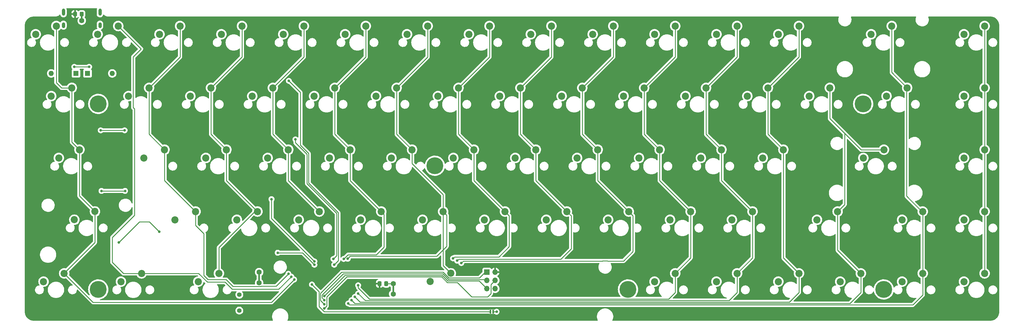
<source format=gbr>
%TF.GenerationSoftware,KiCad,Pcbnew,(6.0.2)*%
%TF.CreationDate,2022-06-02T21:34:10-05:00*%
%TF.ProjectId,65Percent,36355065-7263-4656-9e74-2e6b69636164,rev?*%
%TF.SameCoordinates,Original*%
%TF.FileFunction,Copper,L1,Top*%
%TF.FilePolarity,Positive*%
%FSLAX46Y46*%
G04 Gerber Fmt 4.6, Leading zero omitted, Abs format (unit mm)*
G04 Created by KiCad (PCBNEW (6.0.2)) date 2022-06-02 21:34:10*
%MOMM*%
%LPD*%
G01*
G04 APERTURE LIST*
G04 Aperture macros list*
%AMRoundRect*
0 Rectangle with rounded corners*
0 $1 Rounding radius*
0 $2 $3 $4 $5 $6 $7 $8 $9 X,Y pos of 4 corners*
0 Add a 4 corners polygon primitive as box body*
4,1,4,$2,$3,$4,$5,$6,$7,$8,$9,$2,$3,0*
0 Add four circle primitives for the rounded corners*
1,1,$1+$1,$2,$3*
1,1,$1+$1,$4,$5*
1,1,$1+$1,$6,$7*
1,1,$1+$1,$8,$9*
0 Add four rect primitives between the rounded corners*
20,1,$1+$1,$2,$3,$4,$5,0*
20,1,$1+$1,$4,$5,$6,$7,0*
20,1,$1+$1,$6,$7,$8,$9,0*
20,1,$1+$1,$8,$9,$2,$3,0*%
G04 Aperture macros list end*
%TA.AperFunction,ComponentPad*%
%ADD10C,2.200000*%
%TD*%
%TA.AperFunction,SMDPad,CuDef*%
%ADD11R,0.600000X1.200000*%
%TD*%
%TA.AperFunction,ComponentPad*%
%ADD12C,5.200000*%
%TD*%
%TA.AperFunction,SMDPad,CuDef*%
%ADD13RoundRect,0.250000X0.325000X0.450000X-0.325000X0.450000X-0.325000X-0.450000X0.325000X-0.450000X0*%
%TD*%
%TA.AperFunction,ComponentPad*%
%ADD14R,1.600000X1.600000*%
%TD*%
%TA.AperFunction,ComponentPad*%
%ADD15O,1.600000X1.600000*%
%TD*%
%TA.AperFunction,ComponentPad*%
%ADD16R,1.700000X1.700000*%
%TD*%
%TA.AperFunction,ComponentPad*%
%ADD17O,1.700000X1.700000*%
%TD*%
%TA.AperFunction,SMDPad,CuDef*%
%ADD18RoundRect,0.250000X-0.337500X-0.475000X0.337500X-0.475000X0.337500X0.475000X-0.337500X0.475000X0*%
%TD*%
%TA.AperFunction,ComponentPad*%
%ADD19O,1.000000X2.200000*%
%TD*%
%TA.AperFunction,ComponentPad*%
%ADD20O,1.000000X1.800000*%
%TD*%
%TA.AperFunction,ComponentPad*%
%ADD21C,1.400000*%
%TD*%
%TA.AperFunction,ViaPad*%
%ADD22C,0.800000*%
%TD*%
%TA.AperFunction,ViaPad*%
%ADD23C,1.600000*%
%TD*%
%TA.AperFunction,Conductor*%
%ADD24C,0.250000*%
%TD*%
%TA.AperFunction,Conductor*%
%ADD25C,0.500000*%
%TD*%
G04 APERTURE END LIST*
D10*
%TO.P,K22,1*%
%TO.N,/Switch Matrix/COL5*%
X174421800Y-127635000D03*
%TO.P,K22,2*%
%TO.N,Net-(D24-Pad2)*%
X168071800Y-130175000D03*
%TD*%
%TO.P,K8,1*%
%TO.N,/Switch Matrix/COL2*%
X126796800Y-108585000D03*
%TO.P,K8,2*%
%TO.N,Net-(D10-Pad2)*%
X120446800Y-111125000D03*
%TD*%
%TO.P,K37,1*%
%TO.N,/Switch Matrix/COL8*%
X245872000Y-165735000D03*
%TO.P,K37,2*%
%TO.N,Net-(D39-Pad2)*%
X239522000Y-168275000D03*
%TD*%
%TO.P,K20,1*%
%TO.N,/Switch Matrix/COL4*%
X169672000Y-165735000D03*
%TO.P,K20,2*%
%TO.N,Net-(D22-Pad2)*%
X163322000Y-168275000D03*
%TD*%
%TO.P,K53,1*%
%TO.N,/Switch Matrix/COL12*%
X307771800Y-127635000D03*
%TO.P,K53,2*%
%TO.N,Net-(D55-Pad2)*%
X301421800Y-130175000D03*
%TD*%
D11*
%TO.P,JP1,1,1*%
%TO.N,Net-(JP1-Pad1)*%
X222358000Y-196596000D03*
%TO.P,JP1,2,2*%
%TO.N,GND*%
X223158000Y-196596000D03*
%TD*%
D10*
%TO.P,K45,1*%
%TO.N,/Switch Matrix/COL10*%
X283972000Y-165735000D03*
%TO.P,K45,2*%
%TO.N,Net-(D47-Pad2)*%
X277622000Y-168275000D03*
%TD*%
%TO.P,K27,1*%
%TO.N,/Switch Matrix/COL6*%
X198221600Y-146685000D03*
%TO.P,K27,2*%
%TO.N,Net-(D29-Pad2)*%
X191871600Y-149225000D03*
%TD*%
%TO.P,K39,1*%
%TO.N,/Switch Matrix/COL9*%
X250621800Y-127635000D03*
%TO.P,K39,2*%
%TO.N,Net-(D41-Pad2)*%
X244271800Y-130175000D03*
%TD*%
%TO.P,K25,1*%
%TO.N,/Switch Matrix/COL6*%
X202996800Y-108585000D03*
%TO.P,K25,2*%
%TO.N,Net-(D27-Pad2)*%
X196646800Y-111125000D03*
%TD*%
%TO.P,K42,1*%
%TO.N,/Switch Matrix/COL10*%
X279196800Y-108585000D03*
%TO.P,K42,2*%
%TO.N,Net-(D44-Pad2)*%
X272846800Y-111125000D03*
%TD*%
D12*
%TO.P,REF\u002A\u002A,2*%
%TO.N,GND*%
X343408000Y-189738000D03*
%TD*%
D10*
%TO.P,K43,1*%
%TO.N,/Switch Matrix/COL10*%
X269671800Y-127635000D03*
%TO.P,K43,2*%
%TO.N,Net-(D45-Pad2)*%
X263321800Y-130175000D03*
%TD*%
%TO.P,K38,1*%
%TO.N,/Switch Matrix/COL9*%
X260146800Y-108585000D03*
%TO.P,K38,2*%
%TO.N,Net-(D40-Pad2)*%
X253796800Y-111125000D03*
%TD*%
%TO.P,K11,1*%
%TO.N,/Switch Matrix/COL2*%
X131572000Y-165735000D03*
%TO.P,K11,2*%
%TO.N,Net-(D13-Pad2)*%
X125222000Y-168275000D03*
%TD*%
%TO.P,K60,1*%
%TO.N,/Switch Matrix/COL14*%
X345871800Y-108585000D03*
%TO.P,K60,2*%
%TO.N,Net-(D62-Pad2)*%
X339521800Y-111125000D03*
%TD*%
%TO.P,K34,1*%
%TO.N,/Switch Matrix/COL8*%
X241096800Y-108585000D03*
%TO.P,K34,2*%
%TO.N,Net-(D36-Pad2)*%
X234746800Y-111125000D03*
%TD*%
%TO.P,K59,1*%
%TO.N,/Switch Matrix/COL13*%
X336346800Y-184785000D03*
%TO.P,K59,2*%
%TO.N,Net-(D61-Pad2)*%
X329996800Y-187325000D03*
%TD*%
%TO.P,K7,1*%
%TO.N,/Switch Matrix/COL1*%
X114934300Y-184785000D03*
%TO.P,K7,2*%
%TO.N,Net-(D9-Pad2)*%
X108584300Y-187325000D03*
%TD*%
D13*
%TO.P,F1,1*%
%TO.N,Net-(F1-Pad1)*%
X96529000Y-104902000D03*
%TO.P,F1,2*%
%TO.N,+5V*%
X94479000Y-104902000D03*
%TD*%
D10*
%TO.P,K47,1*%
%TO.N,/Switch Matrix/COL11*%
X298246800Y-108585000D03*
%TO.P,K47,2*%
%TO.N,Net-(D49-Pad2)*%
X291896800Y-111125000D03*
%TD*%
%TO.P,K54,1*%
%TO.N,/Switch Matrix/COL12*%
X312521600Y-146685000D03*
%TO.P,K54,2*%
%TO.N,Net-(D56-Pad2)*%
X306171600Y-149225000D03*
%TD*%
%TO.P,K4,1*%
%TO.N,/Switch Matrix/COL0*%
X100599300Y-165724600D03*
%TO.P,K4,2*%
%TO.N,Net-(D6-Pad2)*%
X94249300Y-168264600D03*
%TD*%
%TO.P,K57,1*%
%TO.N,/Switch Matrix/COL13*%
X343471600Y-146685000D03*
%TO.P,K57,2*%
%TO.N,Net-(D59-Pad2)*%
X337121600Y-149225000D03*
%TD*%
%TO.P,K46,1*%
%TO.N,/Switch Matrix/COL10*%
X279196800Y-184785000D03*
%TO.P,K46,2*%
%TO.N,Net-(D48-Pad2)*%
X272846800Y-187325000D03*
%TD*%
%TO.P,K65,1*%
%TO.N,/Switch Matrix/COL15*%
X374446800Y-127635000D03*
%TO.P,K65,2*%
%TO.N,Net-(D67-Pad2)*%
X368096800Y-130175000D03*
%TD*%
%TO.P,K30,1*%
%TO.N,/Switch Matrix/COL7*%
X222046800Y-108585000D03*
%TO.P,K30,2*%
%TO.N,Net-(D32-Pad2)*%
X215696800Y-111125000D03*
%TD*%
%TO.P,K44,1*%
%TO.N,/Switch Matrix/COL10*%
X274421600Y-146685000D03*
%TO.P,K44,2*%
%TO.N,Net-(D46-Pad2)*%
X268071600Y-149225000D03*
%TD*%
%TO.P,K19,1*%
%TO.N,/Switch Matrix/COL4*%
X160121600Y-146685000D03*
%TO.P,K19,2*%
%TO.N,Net-(D21-Pad2)*%
X153771600Y-149225000D03*
%TD*%
%TO.P,K61,1*%
%TO.N,/Switch Matrix/COL14*%
X350621600Y-127635000D03*
%TO.P,K61,2*%
%TO.N,Net-(D63-Pad2)*%
X344271600Y-130175000D03*
%TD*%
%TO.P,K64,1*%
%TO.N,/Switch Matrix/COL15*%
X374446800Y-108585000D03*
%TO.P,K64,2*%
%TO.N,Net-(D66-Pad2)*%
X368096800Y-111125000D03*
%TD*%
D12*
%TO.P,REF\u002A\u002A,2*%
%TO.N,GND*%
X337058000Y-132588000D03*
%TD*%
D10*
%TO.P,K67,1*%
%TO.N,/Switch Matrix/COL15*%
X374446800Y-165735000D03*
%TO.P,K67,2*%
%TO.N,Net-(D69-Pad2)*%
X368096800Y-168275000D03*
%TD*%
%TO.P,K50,1*%
%TO.N,/Switch Matrix/COL11*%
X303022000Y-165735000D03*
%TO.P,K50,2*%
%TO.N,Net-(D52-Pad2)*%
X296672000Y-168275000D03*
%TD*%
%TO.P,K16,1*%
%TO.N,/Switch Matrix/COL3*%
X138738050Y-184785000D03*
%TO.P,K16,2*%
%TO.N,Net-(D18-Pad2)*%
X132388050Y-187325000D03*
%TD*%
D12*
%TO.P,REF\u002A\u002A,2*%
%TO.N,GND*%
X264668000Y-189738000D03*
%TD*%
D14*
%TO.P,D1,1,K*%
%TO.N,Net-(D1-Pad1)*%
X94742000Y-123190000D03*
D15*
%TO.P,D1,2,A*%
%TO.N,GND*%
X87122000Y-123190000D03*
%TD*%
D10*
%TO.P,K3,1*%
%TO.N,/Switch Matrix/COL0*%
X95818050Y-146685000D03*
%TO.P,K3,2*%
%TO.N,Net-(D5-Pad2)*%
X89468050Y-149225000D03*
%TD*%
%TO.P,K41,1*%
%TO.N,/Switch Matrix/COL9*%
X264922000Y-165735000D03*
%TO.P,K41,2*%
%TO.N,Net-(D43-Pad2)*%
X258572000Y-168275000D03*
%TD*%
%TO.P,K55,1*%
%TO.N,/Switch Matrix/COL12*%
X317296800Y-184785000D03*
%TO.P,K55,2*%
%TO.N,Net-(D57-Pad2)*%
X310946800Y-187325000D03*
%TD*%
%TO.P,K13,1*%
%TO.N,/Switch Matrix/COL3*%
X136321800Y-127635000D03*
%TO.P,K13,2*%
%TO.N,Net-(D15-Pad2)*%
X129971800Y-130175000D03*
%TD*%
%TO.P,K15,1*%
%TO.N,/Switch Matrix/COL3*%
X150622000Y-165735000D03*
%TO.P,K15,2*%
%TO.N,Net-(D17-Pad2)*%
X144272000Y-168275000D03*
%TD*%
%TO.P,K40,1*%
%TO.N,/Switch Matrix/COL9*%
X255371600Y-146685000D03*
%TO.P,K40,2*%
%TO.N,Net-(D42-Pad2)*%
X249021600Y-149225000D03*
%TD*%
%TO.P,K18,1*%
%TO.N,/Switch Matrix/COL4*%
X155371800Y-127635000D03*
%TO.P,K18,2*%
%TO.N,Net-(D20-Pad2)*%
X149021800Y-130175000D03*
%TD*%
%TO.P,K2,1*%
%TO.N,/Switch Matrix/COL0*%
X93472000Y-127635000D03*
%TO.P,K2,2*%
%TO.N,Net-(D4-Pad2)*%
X87122000Y-130175000D03*
%TD*%
%TO.P,K35,1*%
%TO.N,/Switch Matrix/COL8*%
X231571800Y-127635000D03*
%TO.P,K35,2*%
%TO.N,Net-(D37-Pad2)*%
X225221800Y-130175000D03*
%TD*%
%TO.P,K17,1*%
%TO.N,/Switch Matrix/COL4*%
X164896800Y-108585000D03*
%TO.P,K17,2*%
%TO.N,Net-(D19-Pad2)*%
X158546800Y-111125000D03*
%TD*%
%TO.P,K52,1*%
%TO.N,/Switch Matrix/COL12*%
X317296800Y-108585000D03*
%TO.P,K52,2*%
%TO.N,Net-(D54-Pad2)*%
X310946800Y-111125000D03*
%TD*%
%TO.P,K1,1*%
%TO.N,/Switch Matrix/COL0*%
X88696800Y-108585000D03*
%TO.P,K1,2*%
%TO.N,Net-(D3-Pad2)*%
X82346800Y-111125000D03*
%TD*%
%TO.P,K23,1*%
%TO.N,/Switch Matrix/COL5*%
X179171600Y-146685000D03*
%TO.P,K23,2*%
%TO.N,Net-(D25-Pad2)*%
X172821600Y-149225000D03*
%TD*%
%TO.P,K12,1*%
%TO.N,/Switch Matrix/COL3*%
X145846800Y-108585000D03*
%TO.P,K12,2*%
%TO.N,Net-(D14-Pad2)*%
X139496800Y-111125000D03*
%TD*%
D16*
%TO.P,J1,1,Pin_1*%
%TO.N,/MISO*%
X221234000Y-184404000D03*
D17*
%TO.P,J1,2,Pin_2*%
%TO.N,+5V*%
X223774000Y-184404000D03*
%TO.P,J1,3,Pin_3*%
%TO.N,/SCK*%
X221234000Y-186944000D03*
%TO.P,J1,4,Pin_4*%
%TO.N,/MOSI*%
X223774000Y-186944000D03*
%TO.P,J1,5,Pin_5*%
%TO.N,/RST*%
X221234000Y-189484000D03*
%TO.P,J1,6,Pin_6*%
%TO.N,GND*%
X223774000Y-189484000D03*
%TD*%
D10*
%TO.P,K29,1*%
%TO.N,/Switch Matrix/COL6*%
X210161800Y-184774600D03*
%TO.P,K29,2*%
%TO.N,Net-(D31-Pad2)*%
X203811800Y-187314600D03*
%TD*%
D12*
%TO.P,REF\u002A\u002A,2*%
%TO.N,GND*%
X101600000Y-189738000D03*
%TD*%
D10*
%TO.P,K66,1*%
%TO.N,/Switch Matrix/COL15*%
X374446800Y-146685000D03*
%TO.P,K66,2*%
%TO.N,Net-(D68-Pad2)*%
X368096800Y-149225000D03*
%TD*%
%TO.P,K56,1*%
%TO.N,/Switch Matrix/COL13*%
X326821800Y-127635000D03*
%TO.P,K56,2*%
%TO.N,Net-(D58-Pad2)*%
X320471800Y-130175000D03*
%TD*%
D18*
%TO.P,C5,1*%
%TO.N,+5V*%
X188192500Y-187960000D03*
%TO.P,C5,2*%
%TO.N,GND*%
X190267500Y-187960000D03*
%TD*%
D10*
%TO.P,K24,1*%
%TO.N,/Switch Matrix/COL5*%
X188722000Y-165735000D03*
%TO.P,K24,2*%
%TO.N,Net-(D26-Pad2)*%
X182372000Y-168275000D03*
%TD*%
%TO.P,K48,1*%
%TO.N,/Switch Matrix/COL11*%
X288721800Y-127635000D03*
%TO.P,K48,2*%
%TO.N,Net-(D50-Pad2)*%
X282371800Y-130175000D03*
%TD*%
%TO.P,K49,1*%
%TO.N,/Switch Matrix/COL11*%
X293471600Y-146685000D03*
%TO.P,K49,2*%
%TO.N,Net-(D51-Pad2)*%
X287121600Y-149225000D03*
%TD*%
D12*
%TO.P,REF\u002A\u002A,2*%
%TO.N,GND*%
X205232000Y-151638000D03*
%TD*%
%TO.P,REF\u002A\u002A,2*%
%TO.N,GND*%
X101600000Y-132588000D03*
%TD*%
D10*
%TO.P,K10,1*%
%TO.N,/Switch Matrix/COL2*%
X122021600Y-146685000D03*
%TO.P,K10,2*%
%TO.N,Net-(D12-Pad2)*%
X115671600Y-149225000D03*
%TD*%
%TO.P,K58,1*%
%TO.N,/Switch Matrix/COL13*%
X329209400Y-165735000D03*
%TO.P,K58,2*%
%TO.N,Net-(D60-Pad2)*%
X322859400Y-168275000D03*
%TD*%
%TO.P,K33,1*%
%TO.N,/Switch Matrix/COL7*%
X226822000Y-165735000D03*
%TO.P,K33,2*%
%TO.N,Net-(D35-Pad2)*%
X220472000Y-168275000D03*
%TD*%
%TO.P,K21,1*%
%TO.N,/Switch Matrix/COL5*%
X183946800Y-108585000D03*
%TO.P,K21,2*%
%TO.N,Net-(D23-Pad2)*%
X177596800Y-111125000D03*
%TD*%
%TO.P,K62,1*%
%TO.N,/Switch Matrix/COL14*%
X355396800Y-165735000D03*
%TO.P,K62,2*%
%TO.N,Net-(D64-Pad2)*%
X349046800Y-168275000D03*
%TD*%
D14*
%TO.P,D2,1,K*%
%TO.N,Net-(D2-Pad1)*%
X98298000Y-123190000D03*
D15*
%TO.P,D2,2,A*%
%TO.N,GND*%
X105918000Y-123190000D03*
%TD*%
D10*
%TO.P,K63,1*%
%TO.N,/Switch Matrix/COL14*%
X355396800Y-184785000D03*
%TO.P,K63,2*%
%TO.N,Net-(D65-Pad2)*%
X349046800Y-187325000D03*
%TD*%
%TO.P,K36,1*%
%TO.N,/Switch Matrix/COL8*%
X236321600Y-146685000D03*
%TO.P,K36,2*%
%TO.N,Net-(D38-Pad2)*%
X229971600Y-149225000D03*
%TD*%
%TO.P,K28,1*%
%TO.N,/Switch Matrix/COL6*%
X207772000Y-165735000D03*
%TO.P,K28,2*%
%TO.N,Net-(D30-Pad2)*%
X201422000Y-168275000D03*
%TD*%
%TO.P,K32,1*%
%TO.N,/Switch Matrix/COL7*%
X217271600Y-146685000D03*
%TO.P,K32,2*%
%TO.N,Net-(D34-Pad2)*%
X210921600Y-149225000D03*
%TD*%
%TO.P,K5,1*%
%TO.N,/Switch Matrix/COL0*%
X91130550Y-184785000D03*
%TO.P,K5,2*%
%TO.N,Net-(D7-Pad2)*%
X84780550Y-187325000D03*
%TD*%
%TO.P,K31,1*%
%TO.N,/Switch Matrix/COL7*%
X212521800Y-127635000D03*
%TO.P,K31,2*%
%TO.N,Net-(D33-Pad2)*%
X206171800Y-130175000D03*
%TD*%
%TO.P,K6,1*%
%TO.N,/Switch Matrix/COL1*%
X107746800Y-108585000D03*
%TO.P,K6,2*%
%TO.N,Net-(D8-Pad2)*%
X101396800Y-111125000D03*
%TD*%
%TO.P,K14,1*%
%TO.N,/Switch Matrix/COL3*%
X141071600Y-146685000D03*
%TO.P,K14,2*%
%TO.N,Net-(D16-Pad2)*%
X134721600Y-149225000D03*
%TD*%
%TO.P,K26,1*%
%TO.N,/Switch Matrix/COL6*%
X193471800Y-127635000D03*
%TO.P,K26,2*%
%TO.N,Net-(D28-Pad2)*%
X187121800Y-130175000D03*
%TD*%
%TO.P,K68,1*%
%TO.N,/Switch Matrix/COL15*%
X374446800Y-184785000D03*
%TO.P,K68,2*%
%TO.N,Net-(D70-Pad2)*%
X368096800Y-187325000D03*
%TD*%
%TO.P,K9,1*%
%TO.N,/Switch Matrix/COL2*%
X117271800Y-127635000D03*
%TO.P,K9,2*%
%TO.N,Net-(D11-Pad2)*%
X110921800Y-130175000D03*
%TD*%
%TO.P,K51,1*%
%TO.N,/Switch Matrix/COL11*%
X298246800Y-184785000D03*
%TO.P,K51,2*%
%TO.N,Net-(D53-Pad2)*%
X291896800Y-187325000D03*
%TD*%
D19*
%TO.P,J2,S1,SHIELD*%
%TO.N,GND*%
X90900000Y-104332000D03*
X102140000Y-104332000D03*
D20*
X102140000Y-108332000D03*
X90900000Y-108332000D03*
%TD*%
D21*
%TO.P,Y1,1,1*%
%TO.N,Net-(C2-Pad1)*%
X145034000Y-196242000D03*
%TO.P,Y1,2,2*%
%TO.N,Net-(C1-Pad1)*%
X145034000Y-191362000D03*
%TD*%
D22*
%TO.N,/Switch Matrix/COL0*%
X161925000Y-186690000D03*
%TO.N,/Switch Matrix/COL1*%
X161036000Y-185801000D03*
%TO.N,/Switch Matrix/COL2*%
X160147000Y-184912000D03*
%TO.N,/Switch Matrix/COL5*%
X177165000Y-180340000D03*
%TO.N,/Switch Matrix/COL6*%
X178383129Y-180288129D03*
%TO.N,/Switch Matrix/COL7*%
X210820000Y-180161000D03*
%TO.N,/Switch Matrix/COL8*%
X212090000Y-180885500D03*
%TO.N,/Switch Matrix/COL9*%
X213360000Y-181610000D03*
%TO.N,/Switch Matrix/COL10*%
X181610000Y-188468000D03*
%TO.N,/Switch Matrix/COL11*%
X181610000Y-191008000D03*
%TO.N,/Switch Matrix/COL12*%
X180594000Y-192024000D03*
%TO.N,/Switch Matrix/COL13*%
X179578000Y-193040000D03*
%TO.N,/Switch Matrix/COL14*%
X178562000Y-194056000D03*
%TO.N,/MOSI*%
X171196000Y-195580000D03*
%TO.N,/MISO*%
X171196000Y-194310000D03*
%TO.N,/SCK*%
X171196000Y-193040000D03*
%TO.N,/RST*%
X171196000Y-191770000D03*
%TO.N,+5V*%
X80645000Y-121285000D03*
X170180000Y-187325000D03*
X174492185Y-191902815D03*
X168275000Y-191770000D03*
D23*
%TO.N,GND*%
X192405000Y-191135000D03*
D22*
X224231200Y-196596000D03*
D23*
X151130000Y-187706000D03*
X151130000Y-184404000D03*
X192405000Y-187960000D03*
%TO.N,Net-(F1-Pad1)*%
X96520000Y-106934000D03*
D22*
%TO.N,/Switch Matrix/ROW0*%
X98806000Y-121158000D03*
X174244000Y-182118000D03*
X94234000Y-121158000D03*
X160274000Y-125476000D03*
%TO.N,/Switch Matrix/ROW1*%
X109728000Y-140716000D03*
X102362000Y-140716000D03*
X173990000Y-180340000D03*
X162306000Y-143510000D03*
%TO.N,/Switch Matrix/ROW2*%
X102616000Y-159385000D03*
X109855000Y-159385000D03*
X154940000Y-161925000D03*
X168148000Y-181102000D03*
%TO.N,/Switch Matrix/ROW3*%
X168148000Y-182118000D03*
X156845000Y-178435000D03*
X120396000Y-171958000D03*
X107950000Y-175260000D03*
%TO.N,Net-(JP1-Pad1)*%
X167386000Y-188214000D03*
%TD*%
D24*
%TO.N,/Switch Matrix/COL0*%
X88696800Y-126034800D02*
X90297000Y-127635000D01*
X93472000Y-144338950D02*
X95818050Y-146685000D01*
X88696800Y-108585000D02*
X88696800Y-126034800D01*
X91130550Y-184713450D02*
X91130550Y-184785000D01*
X95818050Y-160943350D02*
X100599300Y-165724600D01*
X93472000Y-127635000D02*
X93472000Y-144338950D01*
X154940000Y-193675000D02*
X100020550Y-193675000D01*
X161925000Y-186690000D02*
X154940000Y-193675000D01*
X90297000Y-127635000D02*
X93472000Y-127635000D01*
X100599300Y-165724600D02*
X100599300Y-175244700D01*
X100599300Y-175244700D02*
X91130550Y-184713450D01*
X100020550Y-193675000D02*
X91130550Y-184785000D01*
X95818050Y-146685000D02*
X95818050Y-160943350D01*
%TO.N,/Switch Matrix/COL1*%
X157157480Y-189679520D02*
X142824305Y-189679520D01*
X112776000Y-134117281D02*
X112776000Y-166878000D01*
X112357279Y-133698560D02*
X112776000Y-134117281D01*
X107746800Y-108585000D02*
X114808000Y-115646200D01*
X135166479Y-187490479D02*
X132461000Y-184785000D01*
X114808000Y-115646200D02*
X112357279Y-118096921D01*
X112357279Y-118096921D02*
X112357279Y-133698560D01*
X142824305Y-189679520D02*
X140635264Y-187490479D01*
X109347000Y-184785000D02*
X114934300Y-184785000D01*
X140635264Y-187490479D02*
X135166479Y-187490479D01*
X161036000Y-185801000D02*
X157157480Y-189679520D01*
X132461000Y-184785000D02*
X114934300Y-184785000D01*
X105918000Y-181356000D02*
X109347000Y-184785000D01*
X112776000Y-166878000D02*
X105918000Y-173736000D01*
X105918000Y-173736000D02*
X105918000Y-181356000D01*
%TO.N,/Switch Matrix/COL2*%
X140970000Y-186690000D02*
X135382000Y-186690000D01*
X117271800Y-141935200D02*
X122021600Y-146685000D01*
X117271800Y-127635000D02*
X117271800Y-141935200D01*
X122021600Y-146685000D02*
X122021600Y-156184600D01*
X151704300Y-188722000D02*
X151595789Y-188830511D01*
X122021600Y-156184600D02*
X131572000Y-165735000D01*
X126796800Y-108585000D02*
X126796800Y-118110000D01*
X143110511Y-188830511D02*
X140970000Y-186690000D01*
X126796800Y-118110000D02*
X117271800Y-127635000D01*
X151595789Y-188830511D02*
X143110511Y-188830511D01*
X135382000Y-186690000D02*
X134112000Y-185420000D01*
X131572000Y-170006735D02*
X131572000Y-165735000D01*
X160147000Y-184912000D02*
X156337000Y-188722000D01*
X134112000Y-172546735D02*
X131572000Y-170006735D01*
X156337000Y-188722000D02*
X151704300Y-188722000D01*
X134112000Y-185420000D02*
X134112000Y-172546735D01*
%TO.N,/Switch Matrix/COL3*%
X141071600Y-156184600D02*
X150622000Y-165735000D01*
X138738050Y-176810685D02*
X138738050Y-184785000D01*
X150622000Y-165735000D02*
X149803919Y-165735000D01*
X149803919Y-165735000D02*
X145707479Y-169831440D01*
X141071600Y-146685000D02*
X141071600Y-156184600D01*
X136321800Y-141935200D02*
X141071600Y-146685000D01*
X145846800Y-118110000D02*
X136321800Y-127635000D01*
X145707479Y-169831440D02*
X145707479Y-169841256D01*
X145846800Y-108585000D02*
X145846800Y-118110000D01*
X145707479Y-169841256D02*
X138738050Y-176810685D01*
X136321800Y-127635000D02*
X136321800Y-141935200D01*
%TO.N,/Switch Matrix/COL4*%
X164896800Y-108585000D02*
X164896800Y-118110000D01*
X155371800Y-141935200D02*
X160121600Y-146685000D01*
X155371800Y-127635000D02*
X155371800Y-141935200D01*
X160121600Y-156184600D02*
X169672000Y-165735000D01*
X164896800Y-118110000D02*
X155371800Y-127635000D01*
X160121600Y-146685000D02*
X160121600Y-156184600D01*
%TO.N,/Switch Matrix/COL5*%
X183946800Y-108585000D02*
X183946800Y-118110000D01*
X174421800Y-127635000D02*
X174421800Y-141935200D01*
X189585600Y-176682400D02*
X187218080Y-179049920D01*
X189585600Y-166598600D02*
X189585600Y-176682400D01*
X183946800Y-118110000D02*
X174421800Y-127635000D01*
X179171600Y-156184600D02*
X188722000Y-165735000D01*
X178455080Y-179049920D02*
X177165000Y-180340000D01*
X179171600Y-146685000D02*
X179171600Y-156184600D01*
X187218080Y-179049920D02*
X178455080Y-179049920D01*
X174421800Y-141935200D02*
X179171600Y-146685000D01*
X188722000Y-165735000D02*
X189585600Y-166598600D01*
%TO.N,/Switch Matrix/COL6*%
X193471800Y-141935200D02*
X198221600Y-146685000D01*
X207772000Y-182384800D02*
X210161800Y-184774600D01*
X198221600Y-146685000D02*
X198221600Y-150956735D01*
X193471800Y-127635000D02*
X193471800Y-141935200D01*
X178383129Y-180288129D02*
X179171818Y-179499440D01*
X205818560Y-179499440D02*
X208871999Y-176446001D01*
X207772000Y-160507135D02*
X207772000Y-165735000D01*
X202996800Y-108585000D02*
X202996800Y-118110000D01*
X208871999Y-176446001D02*
X208871999Y-166834999D01*
X207772000Y-165735000D02*
X207772000Y-182384800D01*
X179171818Y-179499440D02*
X205818560Y-179499440D01*
X198221600Y-150956735D02*
X207772000Y-160507135D01*
X202996800Y-118110000D02*
X193471800Y-127635000D01*
X208871999Y-166834999D02*
X207772000Y-165735000D01*
%TO.N,/Switch Matrix/COL7*%
X228092000Y-176530000D02*
X228092000Y-167005000D01*
X222046800Y-118110000D02*
X212521800Y-127635000D01*
X217271600Y-156184600D02*
X226822000Y-165735000D01*
X211276000Y-179705000D02*
X224917000Y-179705000D01*
X222046800Y-108585000D02*
X222046800Y-118110000D01*
X217271600Y-146685000D02*
X217271600Y-156184600D01*
X224917000Y-179705000D02*
X228092000Y-176530000D01*
X210820000Y-180161000D02*
X211276000Y-179705000D01*
X212521800Y-127635000D02*
X212521800Y-141935200D01*
X212521800Y-141935200D02*
X217271600Y-146685000D01*
X228092000Y-167005000D02*
X226822000Y-165735000D01*
%TO.N,/Switch Matrix/COL8*%
X241096800Y-108585000D02*
X241096800Y-118110000D01*
X231571800Y-141935200D02*
X236321600Y-146685000D01*
X212577020Y-180398480D02*
X244035520Y-180398480D01*
X241096800Y-118110000D02*
X231571800Y-127635000D01*
X212090000Y-180885500D02*
X212577020Y-180398480D01*
X247187479Y-167050479D02*
X245872000Y-165735000D01*
X236321600Y-156184600D02*
X245872000Y-165735000D01*
X231571800Y-127635000D02*
X231571800Y-141935200D01*
X236321600Y-146685000D02*
X236321600Y-156184600D01*
X247187479Y-177246521D02*
X247187479Y-167050479D01*
X244035520Y-180398480D02*
X247187479Y-177246521D01*
%TO.N,/Switch Matrix/COL9*%
X260146800Y-118110000D02*
X250621800Y-127635000D01*
X256815071Y-180975000D02*
X256834992Y-180955079D01*
X250621800Y-127635000D02*
X250621800Y-141935200D01*
X256834992Y-180955079D02*
X258408608Y-180955079D01*
X255371600Y-146685000D02*
X255371600Y-156184600D01*
X213360000Y-181610000D02*
X213995000Y-180975000D01*
X250621800Y-141935200D02*
X255371600Y-146685000D01*
X213995000Y-180975000D02*
X256815071Y-180975000D01*
X258428529Y-180975000D02*
X263271000Y-180975000D01*
X260146800Y-108585000D02*
X260146800Y-118110000D01*
X258408608Y-180955079D02*
X258428529Y-180975000D01*
X266192000Y-178054000D02*
X266192000Y-167005000D01*
X266192000Y-167005000D02*
X264922000Y-165735000D01*
X263271000Y-180975000D02*
X266192000Y-178054000D01*
X255371600Y-156184600D02*
X264922000Y-165735000D01*
%TO.N,/Switch Matrix/COL10*%
X283972000Y-180009800D02*
X279196800Y-184785000D01*
X279196800Y-190683081D02*
X279196800Y-184785000D01*
X269671800Y-127635000D02*
X269671800Y-141935200D01*
X283972000Y-165735000D02*
X283972000Y-180009800D01*
X277217370Y-192662511D02*
X279196800Y-190683081D01*
X274421600Y-156184600D02*
X283972000Y-165735000D01*
X181610000Y-189230000D02*
X185042511Y-192662511D01*
X274421600Y-146685000D02*
X274421600Y-156184600D01*
X279196800Y-118110000D02*
X269671800Y-127635000D01*
X181610000Y-188468000D02*
X181610000Y-189230000D01*
X269671800Y-141935200D02*
X274421600Y-146685000D01*
X185042511Y-192662511D02*
X277217370Y-192662511D01*
X279196800Y-108585000D02*
X279196800Y-118110000D01*
%TO.N,/Switch Matrix/COL11*%
X298246800Y-118110000D02*
X288721800Y-127635000D01*
X293471600Y-146685000D02*
X293471600Y-156184600D01*
X288721800Y-127635000D02*
X288721800Y-141935200D01*
X181610000Y-191008000D02*
X183758960Y-193156960D01*
X303022000Y-180009800D02*
X298246800Y-184785000D01*
X295772921Y-193156960D02*
X298246800Y-190683081D01*
X298246800Y-108585000D02*
X298246800Y-118110000D01*
X183758960Y-193156960D02*
X295772921Y-193156960D01*
X288721800Y-141935200D02*
X293471600Y-146685000D01*
X298246800Y-190683081D02*
X298246800Y-184785000D01*
X293471600Y-156184600D02*
X303022000Y-165735000D01*
X303022000Y-165735000D02*
X303022000Y-180009800D01*
%TO.N,/Switch Matrix/COL12*%
X180594000Y-192024000D02*
X182176480Y-193606480D01*
X317296800Y-190683081D02*
X317296800Y-184785000D01*
X312521600Y-180009800D02*
X317296800Y-184785000D01*
X307771800Y-127635000D02*
X307771800Y-141935200D01*
X182176480Y-193606480D02*
X314373401Y-193606480D01*
X314373401Y-193606480D02*
X317296800Y-190683081D01*
X307771800Y-141935200D02*
X312521600Y-146685000D01*
X312521600Y-146685000D02*
X312521600Y-180009800D01*
X317296800Y-118110000D02*
X307771800Y-127635000D01*
X317296800Y-108585000D02*
X317296800Y-118110000D01*
%TO.N,/Switch Matrix/COL13*%
X326821800Y-127635000D02*
X326821800Y-137083800D01*
X331406121Y-141668121D02*
X327406000Y-137668000D01*
X336346800Y-190703200D02*
X336346800Y-184785000D01*
X336423000Y-146685000D02*
X343471600Y-146685000D01*
X329209400Y-165735000D02*
X329209400Y-177647600D01*
X327406000Y-137668000D02*
X336423000Y-146685000D01*
X179578000Y-193040000D02*
X180594000Y-194056000D01*
X326821800Y-137083800D02*
X327406000Y-137668000D01*
X329209400Y-177647600D02*
X336346800Y-184785000D01*
X180594000Y-194056000D02*
X332994000Y-194056000D01*
X332994000Y-194056000D02*
X336346800Y-190703200D01*
X331406121Y-163538279D02*
X331406121Y-141668121D01*
X329209400Y-165735000D02*
X331406121Y-163538279D01*
%TO.N,/Switch Matrix/COL14*%
X355396800Y-184785000D02*
X355396800Y-165735000D01*
X350621600Y-127635000D02*
X350457079Y-127799521D01*
X350457079Y-160988560D02*
X355203519Y-165735000D01*
X178562000Y-194056000D02*
X179011520Y-194505520D01*
X179011520Y-194505520D02*
X352356480Y-194505520D01*
X352356480Y-194505520D02*
X355396800Y-191465200D01*
X350457079Y-127799521D02*
X350457079Y-160988560D01*
X355203519Y-165735000D02*
X355396800Y-165735000D01*
X345871800Y-122885200D02*
X350621600Y-127635000D01*
X355396800Y-191465200D02*
X355396800Y-184785000D01*
X345871800Y-108585000D02*
X345871800Y-122885200D01*
%TO.N,/Switch Matrix/COL15*%
X374446800Y-146685000D02*
X374446800Y-165735000D01*
X374446800Y-127635000D02*
X374446800Y-146685000D01*
X374446800Y-108585000D02*
X374446800Y-127635000D01*
X374446800Y-165735000D02*
X374446800Y-184785000D01*
%TO.N,/MOSI*%
X222504000Y-188214000D02*
X222504000Y-191008000D01*
X209049888Y-187589040D02*
X207330366Y-185869520D01*
X222504000Y-191008000D02*
X221488000Y-192024000D01*
X207330366Y-185869520D02*
X178112480Y-185869520D01*
X221488000Y-192024000D02*
X216602935Y-192024000D01*
X223774000Y-186944000D02*
X222504000Y-188214000D01*
X171920511Y-192061489D02*
X171920511Y-194855489D01*
X178112480Y-185869520D02*
X171920511Y-192061489D01*
X171920511Y-194855489D02*
X171196000Y-195580000D01*
X212167975Y-187589040D02*
X209049888Y-187589040D01*
X216602935Y-192024000D02*
X212167975Y-187589040D01*
%TO.N,/MISO*%
X170021969Y-193135969D02*
X170021969Y-190912031D01*
X176530000Y-184404000D02*
X207772000Y-184404000D01*
X170021969Y-190912031D02*
X176530000Y-184404000D01*
X220726000Y-184404000D02*
X221234000Y-184404000D01*
X207772000Y-184404000D02*
X209567111Y-186199111D01*
X171196000Y-194310000D02*
X170021969Y-193135969D01*
X218930889Y-186199111D02*
X220726000Y-184404000D01*
X209567111Y-186199111D02*
X218930889Y-186199111D01*
%TO.N,/SCK*%
X170471489Y-191469897D02*
X177029386Y-184912000D01*
X209422282Y-186690000D02*
X220980000Y-186690000D01*
X177029386Y-184912000D02*
X207644282Y-184912000D01*
X171196000Y-193040000D02*
X170471489Y-192315489D01*
X170471489Y-192315489D02*
X170471489Y-191469897D01*
X207644282Y-184912000D02*
X209422282Y-186690000D01*
X220980000Y-186690000D02*
X221234000Y-186944000D01*
%TO.N,/RST*%
X171196000Y-191770000D02*
X177546000Y-185420000D01*
X207516564Y-185420000D02*
X209236085Y-187139520D01*
X209236085Y-187139520D02*
X218889520Y-187139520D01*
X218889520Y-187139520D02*
X221234000Y-189484000D01*
X177546000Y-185420000D02*
X207516564Y-185420000D01*
%TO.N,GND*%
X223158000Y-196596000D02*
X224231200Y-196596000D01*
X190267500Y-187960000D02*
X192405000Y-187960000D01*
D25*
X192405000Y-187960000D02*
X192405000Y-191135000D01*
X151130000Y-184404000D02*
X151130000Y-187706000D01*
%TO.N,Net-(F1-Pad1)*%
X96529000Y-106925000D02*
X96529000Y-104902000D01*
X96520000Y-106934000D02*
X96529000Y-106925000D01*
D24*
%TO.N,/Switch Matrix/ROW0*%
X93980000Y-121158000D02*
X98806000Y-121158000D01*
X163830000Y-145288000D02*
X166370000Y-147828000D01*
X160274000Y-125476000D02*
X163830000Y-129032000D01*
X166370000Y-156972000D02*
X175514000Y-166116000D01*
X174252614Y-182118000D02*
X174244000Y-182118000D01*
X166370000Y-147828000D02*
X166370000Y-156972000D01*
X175514000Y-180856614D02*
X174252614Y-182118000D01*
X175514000Y-166116000D02*
X175514000Y-180856614D01*
X163830000Y-129032000D02*
X163830000Y-145288000D01*
%TO.N,/Switch Matrix/ROW1*%
X173990000Y-180340000D02*
X175006000Y-179324000D01*
X102362000Y-140716000D02*
X109728000Y-140716000D01*
X162306000Y-144526000D02*
X162306000Y-143510000D01*
X175006000Y-166243718D02*
X165862000Y-157099718D01*
X165862000Y-157099718D02*
X165862000Y-148082000D01*
X165862000Y-148082000D02*
X162306000Y-144526000D01*
X175006000Y-179324000D02*
X175006000Y-166243718D01*
%TO.N,/Switch Matrix/ROW2*%
X102616000Y-159385000D02*
X109855000Y-159385000D01*
X154940000Y-167894000D02*
X168148000Y-181102000D01*
X154940000Y-161925000D02*
X154940000Y-167894000D01*
%TO.N,/Switch Matrix/ROW3*%
X168139386Y-182118000D02*
X165735000Y-179713614D01*
X168148000Y-182118000D02*
X168139386Y-182118000D01*
X114300000Y-168910000D02*
X107950000Y-175260000D01*
X165735000Y-179705000D02*
X164465000Y-178435000D01*
X164465000Y-178435000D02*
X156845000Y-178435000D01*
X117348000Y-168910000D02*
X114300000Y-168910000D01*
X165735000Y-179713614D02*
X165735000Y-179705000D01*
X120396000Y-171958000D02*
X117348000Y-168910000D01*
%TO.N,Net-(JP1-Pad1)*%
X169572449Y-190400449D02*
X169572449Y-195023249D01*
X169572449Y-195023249D02*
X171145200Y-196596000D01*
X171145200Y-196596000D02*
X222358000Y-196596000D01*
X167386000Y-188214000D02*
X169572449Y-190400449D01*
%TD*%
%TA.AperFunction,Conductor*%
%TO.N,+5V*%
G36*
X101178415Y-103144002D02*
G01*
X101224908Y-103197658D01*
X101235012Y-103267932D01*
X101220708Y-103310701D01*
X101211536Y-103327384D01*
X101211531Y-103327395D01*
X101208567Y-103332787D01*
X101206706Y-103338654D01*
X101206705Y-103338656D01*
X101150627Y-103515436D01*
X101148765Y-103521306D01*
X101131500Y-103675227D01*
X101131500Y-104981769D01*
X101131800Y-104984825D01*
X101131800Y-104984832D01*
X101132530Y-104992273D01*
X101145920Y-105128833D01*
X101147702Y-105134734D01*
X101147702Y-105134736D01*
X101159591Y-105174115D01*
X101203084Y-105318169D01*
X101295934Y-105492796D01*
X101366291Y-105579062D01*
X101417040Y-105641287D01*
X101417043Y-105641290D01*
X101420935Y-105646062D01*
X101425682Y-105649989D01*
X101425684Y-105649991D01*
X101568575Y-105768201D01*
X101568579Y-105768203D01*
X101573325Y-105772130D01*
X101747299Y-105866198D01*
X101936232Y-105924682D01*
X101942357Y-105925326D01*
X101942358Y-105925326D01*
X102126796Y-105944711D01*
X102126798Y-105944711D01*
X102132925Y-105945355D01*
X102215424Y-105937847D01*
X102323749Y-105927989D01*
X102323752Y-105927988D01*
X102329888Y-105927430D01*
X102335794Y-105925692D01*
X102335798Y-105925691D01*
X102440924Y-105894751D01*
X102519619Y-105871590D01*
X102525077Y-105868737D01*
X102525081Y-105868735D01*
X102620537Y-105818831D01*
X102694890Y-105779960D01*
X102849025Y-105656032D01*
X102976154Y-105504526D01*
X102979121Y-105499128D01*
X102979125Y-105499123D01*
X103068467Y-105336608D01*
X103071433Y-105331213D01*
X103073846Y-105323608D01*
X103118823Y-105181822D01*
X103130945Y-105143609D01*
X103170607Y-105084726D01*
X103235809Y-105056634D01*
X103305849Y-105068251D01*
X103340141Y-105092614D01*
X103352178Y-105104651D01*
X103378000Y-105148170D01*
X103378000Y-105156000D01*
X103385794Y-105156000D01*
X103397355Y-105166018D01*
X103433020Y-105185493D01*
X103480683Y-105233156D01*
X103684285Y-105385570D01*
X103907505Y-105507458D01*
X103912318Y-105509253D01*
X104141582Y-105594764D01*
X104141585Y-105594765D01*
X104145800Y-105596337D01*
X104150190Y-105597292D01*
X104150197Y-105597294D01*
X104332899Y-105637037D01*
X104394318Y-105650398D01*
X104398806Y-105650719D01*
X104614729Y-105666163D01*
X104626637Y-105667587D01*
X104630661Y-105668264D01*
X104630667Y-105668265D01*
X104635461Y-105669071D01*
X104641816Y-105669149D01*
X104643141Y-105669165D01*
X104643145Y-105669165D01*
X104648000Y-105669224D01*
X104675588Y-105665273D01*
X104693451Y-105664000D01*
X329456227Y-105664000D01*
X329524348Y-105684002D01*
X329570841Y-105737658D01*
X329580945Y-105807932D01*
X329573052Y-105837200D01*
X329493104Y-106035079D01*
X329424303Y-106311024D01*
X329423844Y-106315392D01*
X329423843Y-106315397D01*
X329406043Y-106484757D01*
X329394576Y-106593859D01*
X329394729Y-106598247D01*
X329394729Y-106598253D01*
X329399545Y-106736141D01*
X329404501Y-106878078D01*
X329405263Y-106882401D01*
X329405264Y-106882408D01*
X329424481Y-106991391D01*
X329453885Y-107158150D01*
X329455240Y-107162321D01*
X329455242Y-107162328D01*
X329516442Y-107350682D01*
X329541767Y-107428623D01*
X329543695Y-107432576D01*
X329543697Y-107432581D01*
X329553780Y-107453253D01*
X329666437Y-107684233D01*
X329668892Y-107687872D01*
X329668895Y-107687878D01*
X329726843Y-107773789D01*
X329825467Y-107920005D01*
X330015763Y-108131350D01*
X330233620Y-108314154D01*
X330474798Y-108464859D01*
X330734604Y-108580531D01*
X331007979Y-108658921D01*
X331012333Y-108659533D01*
X331012338Y-108659534D01*
X331182570Y-108683458D01*
X331289604Y-108698500D01*
X331502818Y-108698500D01*
X331505004Y-108698347D01*
X331505008Y-108698347D01*
X331711115Y-108683935D01*
X331711120Y-108683934D01*
X331715500Y-108683628D01*
X331993677Y-108624499D01*
X331997806Y-108622996D01*
X331997810Y-108622995D01*
X332256774Y-108528740D01*
X332256778Y-108528738D01*
X332260919Y-108527231D01*
X332264809Y-108525163D01*
X332264815Y-108525160D01*
X332508130Y-108395787D01*
X332508136Y-108395783D01*
X332512022Y-108393717D01*
X332515582Y-108391130D01*
X332515586Y-108391128D01*
X332738538Y-108229145D01*
X332738541Y-108229142D01*
X332742101Y-108226556D01*
X332804849Y-108165961D01*
X332943510Y-108032057D01*
X332943514Y-108032053D01*
X332946675Y-108029000D01*
X333121765Y-107804896D01*
X333191430Y-107684233D01*
X333261756Y-107562425D01*
X333261759Y-107562420D01*
X333263961Y-107558605D01*
X333265611Y-107554521D01*
X333265614Y-107554515D01*
X333368847Y-107299002D01*
X333370496Y-107294921D01*
X333373498Y-107282883D01*
X333421853Y-107088939D01*
X333439297Y-107018976D01*
X333441523Y-106997802D01*
X333468565Y-106740510D01*
X333468565Y-106740507D01*
X333469024Y-106736141D01*
X333468160Y-106711393D01*
X333459253Y-106456319D01*
X333459252Y-106456313D01*
X333459099Y-106451922D01*
X333409715Y-106171850D01*
X333408360Y-106167679D01*
X333408358Y-106167672D01*
X333329733Y-105925691D01*
X333321833Y-105901377D01*
X333307305Y-105871590D01*
X333294451Y-105845234D01*
X333282567Y-105775239D01*
X333310411Y-105709931D01*
X333369144Y-105670044D01*
X333407699Y-105664000D01*
X353256227Y-105664000D01*
X353324348Y-105684002D01*
X353370841Y-105737658D01*
X353380945Y-105807932D01*
X353373052Y-105837200D01*
X353293104Y-106035079D01*
X353224303Y-106311024D01*
X353223844Y-106315392D01*
X353223843Y-106315397D01*
X353206043Y-106484757D01*
X353194576Y-106593859D01*
X353194729Y-106598247D01*
X353194729Y-106598253D01*
X353199545Y-106736141D01*
X353204501Y-106878078D01*
X353205263Y-106882401D01*
X353205264Y-106882408D01*
X353224481Y-106991391D01*
X353253885Y-107158150D01*
X353255240Y-107162321D01*
X353255242Y-107162328D01*
X353316442Y-107350682D01*
X353341767Y-107428623D01*
X353343695Y-107432576D01*
X353343697Y-107432581D01*
X353353780Y-107453253D01*
X353466437Y-107684233D01*
X353468892Y-107687872D01*
X353468895Y-107687878D01*
X353526843Y-107773789D01*
X353625467Y-107920005D01*
X353815763Y-108131350D01*
X354033620Y-108314154D01*
X354274798Y-108464859D01*
X354534604Y-108580531D01*
X354807979Y-108658921D01*
X354812333Y-108659533D01*
X354812338Y-108659534D01*
X354982570Y-108683458D01*
X355089604Y-108698500D01*
X355302818Y-108698500D01*
X355305004Y-108698347D01*
X355305008Y-108698347D01*
X355511115Y-108683935D01*
X355511120Y-108683934D01*
X355515500Y-108683628D01*
X355793677Y-108624499D01*
X355797806Y-108622996D01*
X355797810Y-108622995D01*
X356056774Y-108528740D01*
X356056778Y-108528738D01*
X356060919Y-108527231D01*
X356064809Y-108525163D01*
X356064815Y-108525160D01*
X356308130Y-108395787D01*
X356308136Y-108395783D01*
X356312022Y-108393717D01*
X356315582Y-108391130D01*
X356315586Y-108391128D01*
X356538538Y-108229145D01*
X356538541Y-108229142D01*
X356542101Y-108226556D01*
X356604849Y-108165961D01*
X356743510Y-108032057D01*
X356743514Y-108032053D01*
X356746675Y-108029000D01*
X356921765Y-107804896D01*
X356991430Y-107684233D01*
X357061756Y-107562425D01*
X357061759Y-107562420D01*
X357063961Y-107558605D01*
X357065611Y-107554521D01*
X357065614Y-107554515D01*
X357168847Y-107299002D01*
X357170496Y-107294921D01*
X357173498Y-107282883D01*
X357221853Y-107088939D01*
X357239297Y-107018976D01*
X357241523Y-106997802D01*
X357268565Y-106740510D01*
X357268565Y-106740507D01*
X357269024Y-106736141D01*
X357268160Y-106711393D01*
X357259253Y-106456319D01*
X357259252Y-106456313D01*
X357259099Y-106451922D01*
X357209715Y-106171850D01*
X357208360Y-106167679D01*
X357208358Y-106167672D01*
X357129733Y-105925691D01*
X357121833Y-105901377D01*
X357107305Y-105871590D01*
X357094451Y-105845234D01*
X357082567Y-105775239D01*
X357110411Y-105709931D01*
X357169144Y-105670044D01*
X357207699Y-105664000D01*
X376124672Y-105664000D01*
X376144057Y-105665500D01*
X376158858Y-105667805D01*
X376158861Y-105667805D01*
X376167730Y-105669186D01*
X376176632Y-105668022D01*
X376176634Y-105668022D01*
X376180962Y-105667456D01*
X376185695Y-105666837D01*
X376209093Y-105665971D01*
X376479768Y-105681171D01*
X376493800Y-105682752D01*
X376641276Y-105707809D01*
X376788748Y-105732866D01*
X376802523Y-105736010D01*
X376888134Y-105760674D01*
X377090010Y-105818834D01*
X377103330Y-105823495D01*
X377223643Y-105873330D01*
X377379738Y-105937987D01*
X377392468Y-105944118D01*
X377654297Y-106088825D01*
X377666262Y-106096342D01*
X377910267Y-106269473D01*
X377921302Y-106278273D01*
X378115616Y-106451922D01*
X378144381Y-106477628D01*
X378154371Y-106487618D01*
X378353727Y-106710698D01*
X378362527Y-106721733D01*
X378535658Y-106965738D01*
X378543175Y-106977703D01*
X378687882Y-107239532D01*
X378694013Y-107252262D01*
X378808505Y-107528670D01*
X378813166Y-107541990D01*
X378854146Y-107684233D01*
X378895990Y-107829477D01*
X378899134Y-107843252D01*
X378912175Y-107920005D01*
X378948565Y-108134179D01*
X378949247Y-108138195D01*
X378950829Y-108152232D01*
X378964391Y-108393717D01*
X378965621Y-108415622D01*
X378964319Y-108442068D01*
X378962814Y-108451730D01*
X378963979Y-108460637D01*
X378966936Y-108483251D01*
X378968000Y-108499589D01*
X378968000Y-196546672D01*
X378966500Y-196566056D01*
X378962814Y-196589730D01*
X378963978Y-196598632D01*
X378963978Y-196598634D01*
X378965163Y-196607692D01*
X378966029Y-196631093D01*
X378954097Y-196843577D01*
X378950829Y-196901764D01*
X378949248Y-196915800D01*
X378935876Y-196994498D01*
X378899134Y-197210748D01*
X378895990Y-197224523D01*
X378881347Y-197275349D01*
X378813166Y-197512010D01*
X378808505Y-197525330D01*
X378769379Y-197619790D01*
X378694013Y-197801738D01*
X378687882Y-197814468D01*
X378543175Y-198076297D01*
X378535658Y-198088262D01*
X378362527Y-198332267D01*
X378353727Y-198343302D01*
X378158610Y-198561639D01*
X378154372Y-198566381D01*
X378144382Y-198576371D01*
X377921302Y-198775727D01*
X377910267Y-198784527D01*
X377666262Y-198957658D01*
X377654297Y-198965175D01*
X377392468Y-199109882D01*
X377379737Y-199116013D01*
X377103330Y-199230505D01*
X377090010Y-199235166D01*
X376890994Y-199292502D01*
X376802523Y-199317990D01*
X376788748Y-199321134D01*
X376682302Y-199339220D01*
X376493800Y-199371248D01*
X376479768Y-199372829D01*
X376216373Y-199387621D01*
X376189932Y-199386319D01*
X376180270Y-199384814D01*
X376148749Y-199388936D01*
X376132411Y-199390000D01*
X259985284Y-199390000D01*
X259917163Y-199369998D01*
X259870670Y-199316342D01*
X259860566Y-199246068D01*
X259874869Y-199203302D01*
X259896047Y-199164779D01*
X259916427Y-199113307D01*
X260010790Y-198874972D01*
X260010790Y-198874971D01*
X260012243Y-198871302D01*
X260090740Y-198565575D01*
X260130300Y-198252421D01*
X260130300Y-197936779D01*
X260090740Y-197623625D01*
X260012243Y-197317898D01*
X260002420Y-197293089D01*
X259897502Y-197028095D01*
X259897500Y-197028090D01*
X259896047Y-197024421D01*
X259867931Y-196973279D01*
X259745893Y-196751293D01*
X259745891Y-196751290D01*
X259743984Y-196747821D01*
X259558454Y-196492460D01*
X259342382Y-196262367D01*
X259311145Y-196236525D01*
X259102227Y-196063693D01*
X259099175Y-196061168D01*
X258832669Y-195892038D01*
X258829090Y-195890354D01*
X258829083Y-195890350D01*
X258550656Y-195759333D01*
X258550652Y-195759331D01*
X258547066Y-195757644D01*
X258246872Y-195660105D01*
X257936820Y-195600959D01*
X257700638Y-195586100D01*
X257542962Y-195586100D01*
X257306780Y-195600959D01*
X256996728Y-195660105D01*
X256696534Y-195757644D01*
X256692948Y-195759331D01*
X256692944Y-195759333D01*
X256414517Y-195890350D01*
X256414510Y-195890354D01*
X256410931Y-195892038D01*
X256144425Y-196061168D01*
X256141373Y-196063693D01*
X255932456Y-196236525D01*
X255901218Y-196262367D01*
X255685146Y-196492460D01*
X255499616Y-196747821D01*
X255497709Y-196751290D01*
X255497707Y-196751293D01*
X255375669Y-196973279D01*
X255347553Y-197024421D01*
X255346100Y-197028090D01*
X255346098Y-197028095D01*
X255241180Y-197293089D01*
X255231357Y-197317898D01*
X255152860Y-197623625D01*
X255113300Y-197936779D01*
X255113300Y-198252421D01*
X255152860Y-198565575D01*
X255231357Y-198871302D01*
X255232810Y-198874971D01*
X255232810Y-198874972D01*
X255327174Y-199113307D01*
X255347553Y-199164779D01*
X255368731Y-199203301D01*
X255384020Y-199272629D01*
X255359400Y-199339220D01*
X255302687Y-199381929D01*
X255258316Y-199390000D01*
X159985284Y-199390000D01*
X159917163Y-199369998D01*
X159870670Y-199316342D01*
X159860566Y-199246068D01*
X159874869Y-199203302D01*
X159896047Y-199164779D01*
X159916427Y-199113307D01*
X160010790Y-198874972D01*
X160010790Y-198874971D01*
X160012243Y-198871302D01*
X160090740Y-198565575D01*
X160130300Y-198252421D01*
X160130300Y-197936779D01*
X160090740Y-197623625D01*
X160012243Y-197317898D01*
X160002420Y-197293089D01*
X159897502Y-197028095D01*
X159897500Y-197028090D01*
X159896047Y-197024421D01*
X159867931Y-196973279D01*
X159745893Y-196751293D01*
X159745891Y-196751290D01*
X159743984Y-196747821D01*
X159558454Y-196492460D01*
X159342382Y-196262367D01*
X159311145Y-196236525D01*
X159102227Y-196063693D01*
X159099175Y-196061168D01*
X158832669Y-195892038D01*
X158829090Y-195890354D01*
X158829083Y-195890350D01*
X158550656Y-195759333D01*
X158550652Y-195759331D01*
X158547066Y-195757644D01*
X158246872Y-195660105D01*
X157936820Y-195600959D01*
X157700638Y-195586100D01*
X157542962Y-195586100D01*
X157306780Y-195600959D01*
X156996728Y-195660105D01*
X156696534Y-195757644D01*
X156692948Y-195759331D01*
X156692944Y-195759333D01*
X156414517Y-195890350D01*
X156414510Y-195890354D01*
X156410931Y-195892038D01*
X156144425Y-196061168D01*
X156141373Y-196063693D01*
X155932456Y-196236525D01*
X155901218Y-196262367D01*
X155685146Y-196492460D01*
X155499616Y-196747821D01*
X155497709Y-196751290D01*
X155497707Y-196751293D01*
X155375669Y-196973279D01*
X155347553Y-197024421D01*
X155346100Y-197028090D01*
X155346098Y-197028095D01*
X155241180Y-197293089D01*
X155231357Y-197317898D01*
X155152860Y-197623625D01*
X155113300Y-197936779D01*
X155113300Y-198252421D01*
X155152860Y-198565575D01*
X155231357Y-198871302D01*
X155232810Y-198874971D01*
X155232810Y-198874972D01*
X155327174Y-199113307D01*
X155347553Y-199164779D01*
X155368731Y-199203301D01*
X155384020Y-199272629D01*
X155359400Y-199339220D01*
X155302687Y-199381929D01*
X155258316Y-199390000D01*
X81837328Y-199390000D01*
X81817943Y-199388500D01*
X81803142Y-199386195D01*
X81803139Y-199386195D01*
X81794270Y-199384814D01*
X81785368Y-199385978D01*
X81785366Y-199385978D01*
X81781038Y-199386544D01*
X81776305Y-199387163D01*
X81752907Y-199388029D01*
X81482232Y-199372829D01*
X81468200Y-199371248D01*
X81279698Y-199339220D01*
X81173252Y-199321134D01*
X81159477Y-199317990D01*
X81071006Y-199292502D01*
X80871990Y-199235166D01*
X80858670Y-199230505D01*
X80582263Y-199116013D01*
X80569532Y-199109882D01*
X80307703Y-198965175D01*
X80295738Y-198957658D01*
X80051733Y-198784527D01*
X80040698Y-198775727D01*
X79817618Y-198576371D01*
X79807628Y-198566381D01*
X79803390Y-198561639D01*
X79608273Y-198343302D01*
X79599473Y-198332267D01*
X79426342Y-198088262D01*
X79418825Y-198076297D01*
X79274118Y-197814468D01*
X79267987Y-197801738D01*
X79192621Y-197619790D01*
X79153495Y-197525330D01*
X79148834Y-197512010D01*
X79080653Y-197275349D01*
X79066010Y-197224523D01*
X79062866Y-197210748D01*
X79026124Y-196994498D01*
X79012752Y-196915800D01*
X79011171Y-196901764D01*
X79004297Y-196779365D01*
X78996379Y-196638373D01*
X78997681Y-196611932D01*
X78999186Y-196602270D01*
X78995064Y-196570748D01*
X78994000Y-196554411D01*
X78994000Y-196242000D01*
X143820884Y-196242000D01*
X143839314Y-196452655D01*
X143840738Y-196457968D01*
X143840738Y-196457970D01*
X143883540Y-196617707D01*
X143894044Y-196656910D01*
X143896366Y-196661891D01*
X143896367Y-196661892D01*
X143957134Y-196792206D01*
X143983411Y-196848558D01*
X144104699Y-197021776D01*
X144254224Y-197171301D01*
X144427442Y-197292589D01*
X144432420Y-197294910D01*
X144432423Y-197294912D01*
X144614108Y-197379633D01*
X144619090Y-197381956D01*
X144624398Y-197383378D01*
X144624400Y-197383379D01*
X144818030Y-197435262D01*
X144818032Y-197435262D01*
X144823345Y-197436686D01*
X145034000Y-197455116D01*
X145244655Y-197436686D01*
X145249968Y-197435262D01*
X145249970Y-197435262D01*
X145443600Y-197383379D01*
X145443602Y-197383378D01*
X145448910Y-197381956D01*
X145453892Y-197379633D01*
X145635577Y-197294912D01*
X145635580Y-197294910D01*
X145640558Y-197292589D01*
X145813776Y-197171301D01*
X145963301Y-197021776D01*
X146084589Y-196848558D01*
X146110867Y-196792206D01*
X146171633Y-196661892D01*
X146171634Y-196661891D01*
X146173956Y-196656910D01*
X146184461Y-196617707D01*
X146227262Y-196457970D01*
X146227262Y-196457968D01*
X146228686Y-196452655D01*
X146247116Y-196242000D01*
X146228686Y-196031345D01*
X146204880Y-195942498D01*
X146175379Y-195832400D01*
X146175378Y-195832398D01*
X146173956Y-195827090D01*
X146160187Y-195797562D01*
X146086912Y-195640423D01*
X146086910Y-195640420D01*
X146084589Y-195635442D01*
X145963301Y-195462224D01*
X145813776Y-195312699D01*
X145640558Y-195191411D01*
X145635580Y-195189090D01*
X145635577Y-195189088D01*
X145453892Y-195104367D01*
X145453891Y-195104366D01*
X145448910Y-195102044D01*
X145443602Y-195100622D01*
X145443600Y-195100621D01*
X145249970Y-195048738D01*
X145249968Y-195048738D01*
X145244655Y-195047314D01*
X145034000Y-195028884D01*
X144823345Y-195047314D01*
X144818032Y-195048738D01*
X144818030Y-195048738D01*
X144624400Y-195100621D01*
X144624398Y-195100622D01*
X144619090Y-195102044D01*
X144614109Y-195104366D01*
X144614108Y-195104367D01*
X144432423Y-195189088D01*
X144432420Y-195189090D01*
X144427442Y-195191411D01*
X144254224Y-195312699D01*
X144104699Y-195462224D01*
X143983411Y-195635442D01*
X143981090Y-195640420D01*
X143981088Y-195640423D01*
X143907813Y-195797562D01*
X143894044Y-195827090D01*
X143892622Y-195832398D01*
X143892621Y-195832400D01*
X143863120Y-195942498D01*
X143839314Y-196031345D01*
X143820884Y-196242000D01*
X78994000Y-196242000D01*
X78994000Y-189800774D01*
X82148652Y-189800774D01*
X82157301Y-190031158D01*
X82204643Y-190256791D01*
X82206601Y-190261750D01*
X82206602Y-190261752D01*
X82287323Y-190466148D01*
X82289326Y-190471221D01*
X82292093Y-190475780D01*
X82292094Y-190475783D01*
X82322065Y-190525173D01*
X82408927Y-190668317D01*
X82412424Y-190672347D01*
X82555889Y-190837676D01*
X82560027Y-190842445D01*
X82564158Y-190845832D01*
X82734177Y-190985240D01*
X82734183Y-190985244D01*
X82738305Y-190988624D01*
X82742941Y-190991263D01*
X82742944Y-190991265D01*
X82848678Y-191051452D01*
X82938664Y-191102675D01*
X83155375Y-191181337D01*
X83160624Y-191182286D01*
X83160627Y-191182287D01*
X83378158Y-191221623D01*
X83378165Y-191221624D01*
X83382242Y-191222361D01*
X83399964Y-191223197D01*
X83404906Y-191223430D01*
X83404913Y-191223430D01*
X83406394Y-191223500D01*
X83568440Y-191223500D01*
X83635359Y-191217822D01*
X83734959Y-191209371D01*
X83734963Y-191209370D01*
X83740270Y-191208920D01*
X83745425Y-191207582D01*
X83745431Y-191207581D01*
X83958253Y-191152343D01*
X83958257Y-191152342D01*
X83963422Y-191151001D01*
X83968288Y-191148809D01*
X83968291Y-191148808D01*
X84139749Y-191071572D01*
X84173625Y-191056312D01*
X84364869Y-190927559D01*
X84374217Y-190918642D01*
X84450541Y-190845832D01*
X84531685Y-190768424D01*
X84535739Y-190762976D01*
X84616152Y-190654896D01*
X84669304Y-190583458D01*
X84677010Y-190568303D01*
X84731656Y-190460821D01*
X84773790Y-190377949D01*
X84775906Y-190371137D01*
X84840574Y-190162871D01*
X84842157Y-190157773D01*
X84856323Y-190050890D01*
X84860043Y-190022821D01*
X86082050Y-190022821D01*
X86121610Y-190335975D01*
X86200107Y-190641702D01*
X86201560Y-190645371D01*
X86201560Y-190645372D01*
X86313559Y-190928248D01*
X86316303Y-190935179D01*
X86318209Y-190938647D01*
X86318210Y-190938648D01*
X86462649Y-191201379D01*
X86468366Y-191211779D01*
X86653896Y-191467140D01*
X86869968Y-191697233D01*
X86873019Y-191699757D01*
X86873020Y-191699758D01*
X86920458Y-191739002D01*
X87113175Y-191898432D01*
X87379681Y-192067562D01*
X87383260Y-192069246D01*
X87383267Y-192069250D01*
X87661694Y-192200267D01*
X87661698Y-192200269D01*
X87665284Y-192201956D01*
X87669056Y-192203182D01*
X87669057Y-192203182D01*
X87794837Y-192244050D01*
X87965478Y-192299495D01*
X88275530Y-192358641D01*
X88511712Y-192373500D01*
X88669388Y-192373500D01*
X88905570Y-192358641D01*
X89215622Y-192299495D01*
X89386263Y-192244050D01*
X89512043Y-192203182D01*
X89512044Y-192203182D01*
X89515816Y-192201956D01*
X89519402Y-192200269D01*
X89519406Y-192200267D01*
X89797833Y-192069250D01*
X89797840Y-192069246D01*
X89801419Y-192067562D01*
X90067925Y-191898432D01*
X90260642Y-191739002D01*
X90308080Y-191699758D01*
X90308081Y-191699757D01*
X90311132Y-191697233D01*
X90527204Y-191467140D01*
X90712734Y-191211779D01*
X90718452Y-191201379D01*
X90862890Y-190938648D01*
X90862891Y-190938647D01*
X90864797Y-190935179D01*
X90867542Y-190928248D01*
X90979540Y-190645372D01*
X90979540Y-190645371D01*
X90980993Y-190641702D01*
X91059490Y-190335975D01*
X91099050Y-190022821D01*
X91099050Y-189707179D01*
X91059490Y-189394025D01*
X90980993Y-189088298D01*
X90963146Y-189043221D01*
X90866252Y-188798495D01*
X90866250Y-188798490D01*
X90864797Y-188794821D01*
X90862890Y-188791352D01*
X90714643Y-188521693D01*
X90714641Y-188521690D01*
X90712734Y-188518221D01*
X90544439Y-188286582D01*
X90529532Y-188266064D01*
X90529531Y-188266062D01*
X90527204Y-188262860D01*
X90331555Y-188054515D01*
X90313847Y-188035658D01*
X90313843Y-188035654D01*
X90311132Y-188032767D01*
X90295509Y-188019842D01*
X90170147Y-187916134D01*
X90067925Y-187831568D01*
X89819948Y-187674197D01*
X89804766Y-187664562D01*
X89804765Y-187664562D01*
X89801419Y-187662438D01*
X89797840Y-187660754D01*
X89797833Y-187660750D01*
X89519406Y-187529733D01*
X89519402Y-187529731D01*
X89515816Y-187528044D01*
X89489007Y-187519333D01*
X89345171Y-187472598D01*
X89215622Y-187430505D01*
X88905570Y-187371359D01*
X88669388Y-187356500D01*
X88511712Y-187356500D01*
X88275530Y-187371359D01*
X87965478Y-187430505D01*
X87835929Y-187472598D01*
X87692094Y-187519333D01*
X87665284Y-187528044D01*
X87661698Y-187529731D01*
X87661694Y-187529733D01*
X87383267Y-187660750D01*
X87383260Y-187660754D01*
X87379681Y-187662438D01*
X87376335Y-187664562D01*
X87376334Y-187664562D01*
X87361152Y-187674197D01*
X87113175Y-187831568D01*
X87010953Y-187916134D01*
X86885592Y-188019842D01*
X86869968Y-188032767D01*
X86867257Y-188035654D01*
X86867253Y-188035658D01*
X86849545Y-188054515D01*
X86653896Y-188262860D01*
X86651569Y-188266062D01*
X86651568Y-188266064D01*
X86636661Y-188286582D01*
X86468366Y-188518221D01*
X86466459Y-188521690D01*
X86466457Y-188521693D01*
X86318210Y-188791352D01*
X86316303Y-188794821D01*
X86314850Y-188798490D01*
X86314848Y-188798495D01*
X86217954Y-189043221D01*
X86200107Y-189088298D01*
X86121610Y-189394025D01*
X86082050Y-189707179D01*
X86082050Y-190022821D01*
X84860043Y-190022821D01*
X84871748Y-189934511D01*
X84871748Y-189934506D01*
X84872448Y-189929226D01*
X84872226Y-189923297D01*
X84865269Y-189738000D01*
X84863799Y-189698842D01*
X84853702Y-189650717D01*
X84817552Y-189478428D01*
X84816457Y-189473209D01*
X84785186Y-189394025D01*
X84733735Y-189263744D01*
X84733734Y-189263742D01*
X84731774Y-189258779D01*
X84719157Y-189237986D01*
X84705959Y-189216237D01*
X84652811Y-189128653D01*
X84634573Y-189060041D01*
X84656324Y-188992459D01*
X84711160Y-188947364D01*
X84770411Y-188937677D01*
X84775611Y-188938086D01*
X84775620Y-188938086D01*
X84780550Y-188938474D01*
X85032953Y-188918609D01*
X85037760Y-188917455D01*
X85037766Y-188917454D01*
X85194518Y-188879821D01*
X85279141Y-188859505D01*
X85283714Y-188857611D01*
X85508478Y-188764511D01*
X85508482Y-188764509D01*
X85513052Y-188762616D01*
X85728926Y-188630328D01*
X85921448Y-188465898D01*
X85930331Y-188455498D01*
X85974371Y-188403933D01*
X86085878Y-188273376D01*
X86218166Y-188057502D01*
X86221857Y-188048593D01*
X86313161Y-187828164D01*
X86313162Y-187828162D01*
X86315055Y-187823591D01*
X86338484Y-187726002D01*
X86373004Y-187582216D01*
X86373005Y-187582210D01*
X86374159Y-187577403D01*
X86394024Y-187325000D01*
X86374159Y-187072597D01*
X86372883Y-187067279D01*
X86326328Y-186873365D01*
X86315055Y-186826409D01*
X86313161Y-186821836D01*
X86220061Y-186597072D01*
X86220059Y-186597068D01*
X86218166Y-186592498D01*
X86085878Y-186376624D01*
X85921448Y-186184102D01*
X85728926Y-186019672D01*
X85513052Y-185887384D01*
X85508482Y-185885491D01*
X85508478Y-185885489D01*
X85283714Y-185792389D01*
X85283712Y-185792388D01*
X85279141Y-185790495D01*
X85194518Y-185770179D01*
X85037766Y-185732546D01*
X85037760Y-185732545D01*
X85032953Y-185731391D01*
X84780550Y-185711526D01*
X84528147Y-185731391D01*
X84523340Y-185732545D01*
X84523334Y-185732546D01*
X84366582Y-185770179D01*
X84281959Y-185790495D01*
X84277388Y-185792388D01*
X84277386Y-185792389D01*
X84052622Y-185885489D01*
X84052618Y-185885491D01*
X84048048Y-185887384D01*
X83832174Y-186019672D01*
X83639652Y-186184102D01*
X83475222Y-186376624D01*
X83342934Y-186592498D01*
X83341041Y-186597068D01*
X83341039Y-186597072D01*
X83247939Y-186821836D01*
X83246045Y-186826409D01*
X83234772Y-186873365D01*
X83188218Y-187067279D01*
X83186941Y-187072597D01*
X83167076Y-187325000D01*
X83186941Y-187577403D01*
X83188095Y-187582210D01*
X83188096Y-187582216D01*
X83222616Y-187726002D01*
X83246045Y-187823591D01*
X83247938Y-187828162D01*
X83247939Y-187828164D01*
X83339244Y-188048593D01*
X83342934Y-188057502D01*
X83475222Y-188273376D01*
X83478429Y-188277131D01*
X83478432Y-188277135D01*
X83499954Y-188302333D01*
X83528985Y-188367122D01*
X83518380Y-188437322D01*
X83471506Y-188490645D01*
X83414797Y-188509713D01*
X83369900Y-188513522D01*
X83286141Y-188520629D01*
X83286137Y-188520630D01*
X83280830Y-188521080D01*
X83275675Y-188522418D01*
X83275669Y-188522419D01*
X83062847Y-188577657D01*
X83062843Y-188577658D01*
X83057678Y-188578999D01*
X83052812Y-188581191D01*
X83052809Y-188581192D01*
X82947363Y-188628692D01*
X82847475Y-188673688D01*
X82656231Y-188802441D01*
X82652374Y-188806120D01*
X82652372Y-188806122D01*
X82611325Y-188845279D01*
X82489415Y-188961576D01*
X82486232Y-188965854D01*
X82459906Y-189001237D01*
X82351796Y-189146542D01*
X82349380Y-189151293D01*
X82349378Y-189151297D01*
X82304301Y-189239958D01*
X82247310Y-189352051D01*
X82245728Y-189357145D01*
X82245727Y-189357148D01*
X82204346Y-189490417D01*
X82178943Y-189572227D01*
X82178242Y-189577516D01*
X82150731Y-189785089D01*
X82148652Y-189800774D01*
X78994000Y-189800774D01*
X78994000Y-179202421D01*
X83650800Y-179202421D01*
X83690360Y-179515575D01*
X83768857Y-179821302D01*
X83770310Y-179824971D01*
X83770310Y-179824972D01*
X83883038Y-180109689D01*
X83885053Y-180114779D01*
X83886959Y-180118247D01*
X83886960Y-180118248D01*
X84033676Y-180385121D01*
X84037116Y-180391379D01*
X84222646Y-180646740D01*
X84438718Y-180876833D01*
X84441769Y-180879357D01*
X84441770Y-180879358D01*
X84525030Y-180948237D01*
X84681925Y-181078032D01*
X84948431Y-181247162D01*
X84952010Y-181248846D01*
X84952017Y-181248850D01*
X85230444Y-181379867D01*
X85230448Y-181379869D01*
X85234034Y-181381556D01*
X85237806Y-181382782D01*
X85237807Y-181382782D01*
X85342276Y-181416726D01*
X85534228Y-181479095D01*
X85844280Y-181538241D01*
X86080462Y-181553100D01*
X86238138Y-181553100D01*
X86474320Y-181538241D01*
X86784372Y-181479095D01*
X86976324Y-181416726D01*
X87080793Y-181382782D01*
X87080794Y-181382782D01*
X87084566Y-181381556D01*
X87088152Y-181379869D01*
X87088156Y-181379867D01*
X87366583Y-181248850D01*
X87366590Y-181248846D01*
X87370169Y-181247162D01*
X87636675Y-181078032D01*
X87793570Y-180948237D01*
X87876830Y-180879358D01*
X87876831Y-180879357D01*
X87879882Y-180876833D01*
X88095954Y-180646740D01*
X88281484Y-180391379D01*
X88284925Y-180385121D01*
X88431640Y-180118248D01*
X88431641Y-180118247D01*
X88433547Y-180114779D01*
X88435563Y-180109689D01*
X88548290Y-179824972D01*
X88548290Y-179824971D01*
X88549743Y-179821302D01*
X88628240Y-179515575D01*
X88667800Y-179202421D01*
X88667800Y-178886779D01*
X88628240Y-178573625D01*
X88549743Y-178267898D01*
X88518298Y-178188476D01*
X88435002Y-177978095D01*
X88435000Y-177978090D01*
X88433547Y-177974421D01*
X88426517Y-177961634D01*
X88283393Y-177701293D01*
X88283391Y-177701290D01*
X88281484Y-177697821D01*
X88110124Y-177461963D01*
X88098282Y-177445664D01*
X88098281Y-177445662D01*
X88095954Y-177442460D01*
X87879882Y-177212367D01*
X87636675Y-177011168D01*
X87370169Y-176842038D01*
X87366590Y-176840354D01*
X87366583Y-176840350D01*
X87088156Y-176709333D01*
X87088152Y-176709331D01*
X87084566Y-176707644D01*
X87062001Y-176700312D01*
X86912804Y-176651835D01*
X86784372Y-176610105D01*
X86474320Y-176550959D01*
X86238138Y-176536100D01*
X86080462Y-176536100D01*
X85844280Y-176550959D01*
X85534228Y-176610105D01*
X85405796Y-176651835D01*
X85256600Y-176700312D01*
X85234034Y-176707644D01*
X85230448Y-176709331D01*
X85230444Y-176709333D01*
X84952017Y-176840350D01*
X84952010Y-176840354D01*
X84948431Y-176842038D01*
X84681925Y-177011168D01*
X84438718Y-177212367D01*
X84222646Y-177442460D01*
X84220319Y-177445662D01*
X84220318Y-177445664D01*
X84208476Y-177461963D01*
X84037116Y-177697821D01*
X84035209Y-177701290D01*
X84035207Y-177701293D01*
X83892083Y-177961634D01*
X83885053Y-177974421D01*
X83883600Y-177978090D01*
X83883598Y-177978095D01*
X83800302Y-178188476D01*
X83768857Y-178267898D01*
X83690360Y-178573625D01*
X83650800Y-178886779D01*
X83650800Y-179202421D01*
X78994000Y-179202421D01*
X78994000Y-170740374D01*
X91617402Y-170740374D01*
X91617602Y-170745703D01*
X91617602Y-170745705D01*
X91621726Y-170855566D01*
X91626051Y-170970758D01*
X91673393Y-171196391D01*
X91675351Y-171201350D01*
X91675352Y-171201352D01*
X91708772Y-171285975D01*
X91758076Y-171410821D01*
X91760843Y-171415380D01*
X91760844Y-171415383D01*
X91823298Y-171518303D01*
X91877677Y-171607917D01*
X91881174Y-171611947D01*
X91973570Y-171718424D01*
X92028777Y-171782045D01*
X92070330Y-171816116D01*
X92202927Y-171924840D01*
X92202933Y-171924844D01*
X92207055Y-171928224D01*
X92211691Y-171930863D01*
X92211694Y-171930865D01*
X92348092Y-172008507D01*
X92407414Y-172042275D01*
X92624125Y-172120937D01*
X92629374Y-172121886D01*
X92629377Y-172121887D01*
X92846908Y-172161223D01*
X92846915Y-172161224D01*
X92850992Y-172161961D01*
X92868714Y-172162797D01*
X92873656Y-172163030D01*
X92873663Y-172163030D01*
X92875144Y-172163100D01*
X93037190Y-172163100D01*
X93105498Y-172157304D01*
X93203709Y-172148971D01*
X93203713Y-172148970D01*
X93209020Y-172148520D01*
X93214175Y-172147182D01*
X93214181Y-172147181D01*
X93427003Y-172091943D01*
X93427007Y-172091942D01*
X93432172Y-172090601D01*
X93437038Y-172088409D01*
X93437041Y-172088408D01*
X93637502Y-171998107D01*
X93642375Y-171995912D01*
X93833619Y-171867159D01*
X94000435Y-171708024D01*
X94138054Y-171523058D01*
X94242540Y-171317549D01*
X94251154Y-171289810D01*
X94309324Y-171102471D01*
X94310907Y-171097373D01*
X94326894Y-170976753D01*
X94340498Y-170874111D01*
X94340498Y-170874106D01*
X94341198Y-170868826D01*
X94332549Y-170638442D01*
X94285207Y-170412809D01*
X94267244Y-170367323D01*
X94202485Y-170203344D01*
X94202484Y-170203342D01*
X94200524Y-170198379D01*
X94121561Y-170068253D01*
X94103323Y-169999641D01*
X94125074Y-169932059D01*
X94179910Y-169886964D01*
X94239161Y-169877277D01*
X94244361Y-169877686D01*
X94244370Y-169877686D01*
X94249300Y-169878074D01*
X94501703Y-169858209D01*
X94506510Y-169857055D01*
X94506516Y-169857054D01*
X94663268Y-169819421D01*
X94747891Y-169799105D01*
X94752464Y-169797211D01*
X94977228Y-169704111D01*
X94977232Y-169704109D01*
X94981802Y-169702216D01*
X95197676Y-169569928D01*
X95390198Y-169405498D01*
X95554628Y-169212976D01*
X95686916Y-168997102D01*
X95691657Y-168985658D01*
X95781911Y-168767764D01*
X95781912Y-168767762D01*
X95783805Y-168763191D01*
X95804121Y-168678568D01*
X95841754Y-168521816D01*
X95841755Y-168521810D01*
X95842909Y-168517003D01*
X95862774Y-168264600D01*
X95842909Y-168012197D01*
X95840341Y-168001497D01*
X95797741Y-167824058D01*
X95783805Y-167766009D01*
X95781911Y-167761436D01*
X95688811Y-167536672D01*
X95688809Y-167536668D01*
X95686916Y-167532098D01*
X95554628Y-167316224D01*
X95402288Y-167137858D01*
X95393406Y-167127458D01*
X95390198Y-167123702D01*
X95386357Y-167120421D01*
X95343440Y-167083767D01*
X95197676Y-166959272D01*
X94981802Y-166826984D01*
X94977232Y-166825091D01*
X94977228Y-166825089D01*
X94752464Y-166731989D01*
X94752462Y-166731988D01*
X94747891Y-166730095D01*
X94611635Y-166697383D01*
X94506516Y-166672146D01*
X94506510Y-166672145D01*
X94501703Y-166670991D01*
X94249300Y-166651126D01*
X93996897Y-166670991D01*
X93992090Y-166672145D01*
X93992084Y-166672146D01*
X93886965Y-166697383D01*
X93750709Y-166730095D01*
X93746138Y-166731988D01*
X93746136Y-166731989D01*
X93521372Y-166825089D01*
X93521368Y-166825091D01*
X93516798Y-166826984D01*
X93300924Y-166959272D01*
X93155160Y-167083767D01*
X93112244Y-167120421D01*
X93108402Y-167123702D01*
X93105194Y-167127458D01*
X93096312Y-167137858D01*
X92943972Y-167316224D01*
X92811684Y-167532098D01*
X92809791Y-167536668D01*
X92809789Y-167536672D01*
X92716689Y-167761436D01*
X92714795Y-167766009D01*
X92700859Y-167824058D01*
X92658260Y-168001497D01*
X92655691Y-168012197D01*
X92635826Y-168264600D01*
X92655691Y-168517003D01*
X92656845Y-168521810D01*
X92656846Y-168521816D01*
X92694479Y-168678568D01*
X92714795Y-168763191D01*
X92716688Y-168767762D01*
X92716689Y-168767764D01*
X92806944Y-168985658D01*
X92811684Y-168997102D01*
X92943972Y-169212976D01*
X92947179Y-169216731D01*
X92947182Y-169216735D01*
X92968704Y-169241933D01*
X92997735Y-169306722D01*
X92987130Y-169376922D01*
X92940256Y-169430245D01*
X92883547Y-169449313D01*
X92838650Y-169453122D01*
X92754891Y-169460229D01*
X92754887Y-169460230D01*
X92749580Y-169460680D01*
X92744425Y-169462018D01*
X92744419Y-169462019D01*
X92531597Y-169517257D01*
X92531593Y-169517258D01*
X92526428Y-169518599D01*
X92521562Y-169520791D01*
X92521559Y-169520792D01*
X92413280Y-169569568D01*
X92316225Y-169613288D01*
X92124981Y-169742041D01*
X92121124Y-169745720D01*
X92121122Y-169745722D01*
X92083895Y-169781235D01*
X91958165Y-169901176D01*
X91820546Y-170086142D01*
X91818130Y-170090893D01*
X91818128Y-170090897D01*
X91768303Y-170188896D01*
X91716060Y-170291651D01*
X91714478Y-170296745D01*
X91714477Y-170296748D01*
X91676750Y-170418248D01*
X91647693Y-170511827D01*
X91646992Y-170517116D01*
X91627904Y-170661138D01*
X91617402Y-170740374D01*
X78994000Y-170740374D01*
X78994000Y-163733459D01*
X84122076Y-163733459D01*
X84122229Y-163737847D01*
X84122229Y-163737853D01*
X84130707Y-163980612D01*
X84132001Y-164017678D01*
X84132763Y-164022001D01*
X84132764Y-164022008D01*
X84151981Y-164130991D01*
X84181385Y-164297750D01*
X84182740Y-164301921D01*
X84182742Y-164301928D01*
X84239482Y-164476554D01*
X84269267Y-164568223D01*
X84271195Y-164572176D01*
X84271197Y-164572181D01*
X84280324Y-164590894D01*
X84393937Y-164823833D01*
X84396392Y-164827472D01*
X84396395Y-164827478D01*
X84472751Y-164940680D01*
X84552967Y-165059605D01*
X84743263Y-165270950D01*
X84961120Y-165453754D01*
X85202298Y-165604459D01*
X85462104Y-165720131D01*
X85735479Y-165798521D01*
X85739833Y-165799133D01*
X85739838Y-165799134D01*
X85910070Y-165823058D01*
X86017104Y-165838100D01*
X86230318Y-165838100D01*
X86232504Y-165837947D01*
X86232508Y-165837947D01*
X86438615Y-165823535D01*
X86438620Y-165823534D01*
X86443000Y-165823228D01*
X86721177Y-165764099D01*
X86725306Y-165762596D01*
X86725310Y-165762595D01*
X86984274Y-165668340D01*
X86984278Y-165668338D01*
X86988419Y-165666831D01*
X86992309Y-165664763D01*
X86992315Y-165664760D01*
X87235630Y-165535387D01*
X87235636Y-165535383D01*
X87239522Y-165533317D01*
X87243082Y-165530730D01*
X87243086Y-165530728D01*
X87466038Y-165368745D01*
X87466041Y-165368742D01*
X87469601Y-165366156D01*
X87546616Y-165291783D01*
X87671010Y-165171657D01*
X87671014Y-165171653D01*
X87674175Y-165168600D01*
X87692928Y-165144598D01*
X87846553Y-164947967D01*
X87849265Y-164944496D01*
X87918930Y-164823833D01*
X87989256Y-164702025D01*
X87989259Y-164702020D01*
X87991461Y-164698205D01*
X87993111Y-164694121D01*
X87993114Y-164694115D01*
X88096347Y-164438602D01*
X88097996Y-164434521D01*
X88100998Y-164422483D01*
X88165732Y-164162847D01*
X88166797Y-164158576D01*
X88168604Y-164141391D01*
X88196065Y-163880110D01*
X88196065Y-163880107D01*
X88196524Y-163875741D01*
X88196309Y-163869581D01*
X88186753Y-163595919D01*
X88186752Y-163595913D01*
X88186599Y-163591522D01*
X88184276Y-163578344D01*
X88137977Y-163315773D01*
X88137215Y-163311450D01*
X88135860Y-163307279D01*
X88135858Y-163307272D01*
X88050694Y-163045166D01*
X88049333Y-163040977D01*
X87924663Y-162785367D01*
X87922208Y-162781728D01*
X87922205Y-162781722D01*
X87785573Y-162579158D01*
X87765633Y-162549595D01*
X87733020Y-162513374D01*
X87691126Y-162466847D01*
X87575337Y-162338250D01*
X87357480Y-162155446D01*
X87116302Y-162004741D01*
X86856496Y-161889069D01*
X86583121Y-161810679D01*
X86578767Y-161810067D01*
X86578762Y-161810066D01*
X86405133Y-161785665D01*
X86301496Y-161771100D01*
X86088282Y-161771100D01*
X86086096Y-161771253D01*
X86086092Y-161771253D01*
X85879985Y-161785665D01*
X85879980Y-161785666D01*
X85875600Y-161785972D01*
X85597423Y-161845101D01*
X85593294Y-161846604D01*
X85593290Y-161846605D01*
X85334326Y-161940860D01*
X85334322Y-161940862D01*
X85330181Y-161942369D01*
X85326291Y-161944437D01*
X85326285Y-161944440D01*
X85082970Y-162073813D01*
X85082964Y-162073817D01*
X85079078Y-162075883D01*
X85075518Y-162078470D01*
X85075514Y-162078472D01*
X84852562Y-162240455D01*
X84848999Y-162243044D01*
X84845835Y-162246100D01*
X84845832Y-162246102D01*
X84647590Y-162437543D01*
X84647586Y-162437547D01*
X84644425Y-162440600D01*
X84641718Y-162444065D01*
X84641716Y-162444067D01*
X84536325Y-162578961D01*
X84469335Y-162664704D01*
X84467132Y-162668520D01*
X84397389Y-162789319D01*
X84327139Y-162910995D01*
X84325489Y-162915079D01*
X84325486Y-162915085D01*
X84247405Y-163108345D01*
X84220604Y-163174679D01*
X84151803Y-163450624D01*
X84151344Y-163454992D01*
X84151343Y-163454997D01*
X84128456Y-163672755D01*
X84122076Y-163733459D01*
X78994000Y-163733459D01*
X78994000Y-151700774D01*
X86836152Y-151700774D01*
X86844801Y-151931158D01*
X86892143Y-152156791D01*
X86894101Y-152161750D01*
X86894102Y-152161752D01*
X86974199Y-152364568D01*
X86976826Y-152371221D01*
X87096427Y-152568317D01*
X87099924Y-152572347D01*
X87186488Y-152672103D01*
X87247527Y-152742445D01*
X87251658Y-152745832D01*
X87421677Y-152885240D01*
X87421683Y-152885244D01*
X87425805Y-152888624D01*
X87430441Y-152891263D01*
X87430444Y-152891265D01*
X87576857Y-152974608D01*
X87626164Y-153002675D01*
X87842875Y-153081337D01*
X87848124Y-153082286D01*
X87848127Y-153082287D01*
X88065658Y-153121623D01*
X88065665Y-153121624D01*
X88069742Y-153122361D01*
X88087464Y-153123197D01*
X88092406Y-153123430D01*
X88092413Y-153123430D01*
X88093894Y-153123500D01*
X88255940Y-153123500D01*
X88322859Y-153117822D01*
X88422459Y-153109371D01*
X88422463Y-153109370D01*
X88427770Y-153108920D01*
X88432925Y-153107582D01*
X88432931Y-153107581D01*
X88645753Y-153052343D01*
X88645757Y-153052342D01*
X88650922Y-153051001D01*
X88655788Y-153048809D01*
X88655791Y-153048808D01*
X88856252Y-152958507D01*
X88861125Y-152956312D01*
X89052369Y-152827559D01*
X89219185Y-152668424D01*
X89356804Y-152483458D01*
X89372823Y-152451952D01*
X89458872Y-152282704D01*
X89461290Y-152277949D01*
X89474324Y-152235975D01*
X89528074Y-152062871D01*
X89529657Y-152057773D01*
X89539536Y-151983235D01*
X89559248Y-151834511D01*
X89559248Y-151834506D01*
X89559948Y-151829226D01*
X89559645Y-151821139D01*
X89554927Y-151695489D01*
X89551299Y-151598842D01*
X89503957Y-151373209D01*
X89501998Y-151368248D01*
X89421235Y-151163744D01*
X89421234Y-151163742D01*
X89419274Y-151158779D01*
X89340311Y-151028653D01*
X89322073Y-150960041D01*
X89343824Y-150892459D01*
X89398660Y-150847364D01*
X89457911Y-150837677D01*
X89463111Y-150838086D01*
X89463120Y-150838086D01*
X89468050Y-150838474D01*
X89720453Y-150818609D01*
X89725260Y-150817455D01*
X89725266Y-150817454D01*
X89882018Y-150779821D01*
X89966641Y-150759505D01*
X89971214Y-150757611D01*
X90195978Y-150664511D01*
X90195982Y-150664509D01*
X90200552Y-150662616D01*
X90416426Y-150530328D01*
X90608948Y-150365898D01*
X90773378Y-150173376D01*
X90905666Y-149957502D01*
X90909357Y-149948593D01*
X91000661Y-149728164D01*
X91000662Y-149728162D01*
X91002555Y-149723591D01*
X91041244Y-149562438D01*
X91060504Y-149482216D01*
X91060505Y-149482210D01*
X91061659Y-149477403D01*
X91081524Y-149225000D01*
X91061659Y-148972597D01*
X91002555Y-148726409D01*
X90953037Y-148606861D01*
X90907561Y-148497072D01*
X90907559Y-148497068D01*
X90905666Y-148492498D01*
X90773378Y-148276624D01*
X90608948Y-148084102D01*
X90416426Y-147919672D01*
X90200552Y-147787384D01*
X90195982Y-147785491D01*
X90195978Y-147785489D01*
X89971214Y-147692389D01*
X89971212Y-147692388D01*
X89966641Y-147690495D01*
X89877953Y-147669203D01*
X89725266Y-147632546D01*
X89725260Y-147632545D01*
X89720453Y-147631391D01*
X89468050Y-147611526D01*
X89215647Y-147631391D01*
X89210840Y-147632545D01*
X89210834Y-147632546D01*
X89058147Y-147669203D01*
X88969459Y-147690495D01*
X88964888Y-147692388D01*
X88964886Y-147692389D01*
X88740122Y-147785489D01*
X88740118Y-147785491D01*
X88735548Y-147787384D01*
X88519674Y-147919672D01*
X88327152Y-148084102D01*
X88162722Y-148276624D01*
X88030434Y-148492498D01*
X88028541Y-148497068D01*
X88028539Y-148497072D01*
X87983063Y-148606861D01*
X87933545Y-148726409D01*
X87874441Y-148972597D01*
X87854576Y-149225000D01*
X87874441Y-149477403D01*
X87875595Y-149482210D01*
X87875596Y-149482216D01*
X87894856Y-149562438D01*
X87933545Y-149723591D01*
X87935438Y-149728162D01*
X87935439Y-149728164D01*
X88026744Y-149948593D01*
X88030434Y-149957502D01*
X88162722Y-150173376D01*
X88165929Y-150177131D01*
X88165932Y-150177135D01*
X88187454Y-150202333D01*
X88216485Y-150267122D01*
X88205880Y-150337322D01*
X88159006Y-150390645D01*
X88102297Y-150409713D01*
X88057400Y-150413522D01*
X87973641Y-150420629D01*
X87973637Y-150420630D01*
X87968330Y-150421080D01*
X87963175Y-150422418D01*
X87963169Y-150422419D01*
X87750347Y-150477657D01*
X87750343Y-150477658D01*
X87745178Y-150478999D01*
X87740312Y-150481191D01*
X87740309Y-150481192D01*
X87632030Y-150529968D01*
X87534975Y-150573688D01*
X87343731Y-150702441D01*
X87176915Y-150861576D01*
X87039296Y-151046542D01*
X87036880Y-151051293D01*
X87036878Y-151051297D01*
X87022016Y-151080529D01*
X86934810Y-151252051D01*
X86933228Y-151257145D01*
X86933227Y-151257148D01*
X86880118Y-151428188D01*
X86866443Y-151472227D01*
X86865742Y-151477516D01*
X86850354Y-151593623D01*
X86836152Y-151700774D01*
X78994000Y-151700774D01*
X78994000Y-132650774D01*
X84490102Y-132650774D01*
X84498751Y-132881158D01*
X84546093Y-133106791D01*
X84548051Y-133111750D01*
X84548052Y-133111752D01*
X84596849Y-133235312D01*
X84630776Y-133321221D01*
X84633543Y-133325780D01*
X84633544Y-133325783D01*
X84655686Y-133362271D01*
X84750377Y-133518317D01*
X84753874Y-133522347D01*
X84848725Y-133631653D01*
X84901477Y-133692445D01*
X84923503Y-133710505D01*
X85075627Y-133835240D01*
X85075633Y-133835244D01*
X85079755Y-133838624D01*
X85084391Y-133841263D01*
X85084394Y-133841265D01*
X85171169Y-133890660D01*
X85280114Y-133952675D01*
X85496825Y-134031337D01*
X85502074Y-134032286D01*
X85502077Y-134032287D01*
X85719608Y-134071623D01*
X85719615Y-134071624D01*
X85723692Y-134072361D01*
X85741414Y-134073197D01*
X85746356Y-134073430D01*
X85746363Y-134073430D01*
X85747844Y-134073500D01*
X85909890Y-134073500D01*
X85976809Y-134067822D01*
X86076409Y-134059371D01*
X86076413Y-134059370D01*
X86081720Y-134058920D01*
X86086875Y-134057582D01*
X86086881Y-134057581D01*
X86299703Y-134002343D01*
X86299707Y-134002342D01*
X86304872Y-134001001D01*
X86309738Y-133998809D01*
X86309741Y-133998808D01*
X86510202Y-133908507D01*
X86515075Y-133906312D01*
X86706319Y-133777559D01*
X86743227Y-133742351D01*
X86869278Y-133622103D01*
X86873135Y-133618424D01*
X87010754Y-133433458D01*
X87115240Y-133227949D01*
X87128274Y-133185975D01*
X87182024Y-133012871D01*
X87183607Y-133007773D01*
X87184308Y-133002484D01*
X87213198Y-132784511D01*
X87213198Y-132784506D01*
X87213898Y-132779226D01*
X87205249Y-132548842D01*
X87157907Y-132323209D01*
X87126636Y-132244025D01*
X87075185Y-132113744D01*
X87075184Y-132113742D01*
X87073224Y-132108779D01*
X86994261Y-131978653D01*
X86976023Y-131910041D01*
X86997774Y-131842459D01*
X87052610Y-131797364D01*
X87111861Y-131787677D01*
X87117061Y-131788086D01*
X87117070Y-131788086D01*
X87122000Y-131788474D01*
X87374403Y-131768609D01*
X87379210Y-131767455D01*
X87379216Y-131767454D01*
X87535968Y-131729821D01*
X87620591Y-131709505D01*
X87625164Y-131707611D01*
X87849928Y-131614511D01*
X87849932Y-131614509D01*
X87854502Y-131612616D01*
X88070376Y-131480328D01*
X88262898Y-131315898D01*
X88427328Y-131123376D01*
X88559616Y-130907502D01*
X88563307Y-130898593D01*
X88654611Y-130678164D01*
X88654612Y-130678162D01*
X88656505Y-130673591D01*
X88695194Y-130512438D01*
X88714454Y-130432216D01*
X88714455Y-130432210D01*
X88715609Y-130427403D01*
X88735474Y-130175000D01*
X88715609Y-129922597D01*
X88656505Y-129676409D01*
X88606987Y-129556861D01*
X88561511Y-129447072D01*
X88561509Y-129447068D01*
X88559616Y-129442498D01*
X88427328Y-129226624D01*
X88262898Y-129034102D01*
X88070376Y-128869672D01*
X87854502Y-128737384D01*
X87849932Y-128735491D01*
X87849928Y-128735489D01*
X87625164Y-128642389D01*
X87625162Y-128642388D01*
X87620591Y-128640495D01*
X87532303Y-128619299D01*
X87379216Y-128582546D01*
X87379210Y-128582545D01*
X87374403Y-128581391D01*
X87122000Y-128561526D01*
X86869597Y-128581391D01*
X86864790Y-128582545D01*
X86864784Y-128582546D01*
X86711697Y-128619299D01*
X86623409Y-128640495D01*
X86618838Y-128642388D01*
X86618836Y-128642389D01*
X86394072Y-128735489D01*
X86394068Y-128735491D01*
X86389498Y-128737384D01*
X86173624Y-128869672D01*
X85981102Y-129034102D01*
X85816672Y-129226624D01*
X85684384Y-129442498D01*
X85682491Y-129447068D01*
X85682489Y-129447072D01*
X85637013Y-129556861D01*
X85587495Y-129676409D01*
X85528391Y-129922597D01*
X85508526Y-130175000D01*
X85528391Y-130427403D01*
X85529545Y-130432210D01*
X85529546Y-130432216D01*
X85548806Y-130512438D01*
X85587495Y-130673591D01*
X85589388Y-130678162D01*
X85589389Y-130678164D01*
X85680694Y-130898593D01*
X85684384Y-130907502D01*
X85816672Y-131123376D01*
X85819879Y-131127131D01*
X85819882Y-131127135D01*
X85841404Y-131152333D01*
X85870435Y-131217122D01*
X85859830Y-131287322D01*
X85812956Y-131340645D01*
X85756247Y-131359713D01*
X85711350Y-131363522D01*
X85627591Y-131370629D01*
X85627587Y-131370630D01*
X85622280Y-131371080D01*
X85617125Y-131372418D01*
X85617119Y-131372419D01*
X85404297Y-131427657D01*
X85404293Y-131427658D01*
X85399128Y-131428999D01*
X85394262Y-131431191D01*
X85394259Y-131431192D01*
X85285980Y-131479968D01*
X85188925Y-131523688D01*
X84997681Y-131652441D01*
X84993824Y-131656120D01*
X84993822Y-131656122D01*
X84939848Y-131707611D01*
X84830865Y-131811576D01*
X84693246Y-131996542D01*
X84588760Y-132202051D01*
X84587178Y-132207145D01*
X84587177Y-132207148D01*
X84525115Y-132407020D01*
X84520393Y-132422227D01*
X84519692Y-132427516D01*
X84498710Y-132585828D01*
X84490102Y-132650774D01*
X78994000Y-132650774D01*
X78994000Y-113600774D01*
X79714902Y-113600774D01*
X79723551Y-113831158D01*
X79770893Y-114056791D01*
X79855576Y-114271221D01*
X79975177Y-114468317D01*
X79978674Y-114472347D01*
X80065238Y-114572103D01*
X80126277Y-114642445D01*
X80130408Y-114645832D01*
X80300427Y-114785240D01*
X80300433Y-114785244D01*
X80304555Y-114788624D01*
X80309191Y-114791263D01*
X80309194Y-114791265D01*
X80418222Y-114853327D01*
X80504914Y-114902675D01*
X80721625Y-114981337D01*
X80726874Y-114982286D01*
X80726877Y-114982287D01*
X80944408Y-115021623D01*
X80944415Y-115021624D01*
X80948492Y-115022361D01*
X80966214Y-115023197D01*
X80971156Y-115023430D01*
X80971163Y-115023430D01*
X80972644Y-115023500D01*
X81134690Y-115023500D01*
X81201609Y-115017822D01*
X81301209Y-115009371D01*
X81301213Y-115009370D01*
X81306520Y-115008920D01*
X81311675Y-115007582D01*
X81311681Y-115007581D01*
X81524503Y-114952343D01*
X81524507Y-114952342D01*
X81529672Y-114951001D01*
X81534538Y-114948809D01*
X81534541Y-114948808D01*
X81735002Y-114858507D01*
X81739875Y-114856312D01*
X81931119Y-114727559D01*
X82097935Y-114568424D01*
X82235554Y-114383458D01*
X82340040Y-114177949D01*
X82353074Y-114135975D01*
X82406824Y-113962871D01*
X82408407Y-113957773D01*
X82409108Y-113952484D01*
X82426293Y-113822821D01*
X83648300Y-113822821D01*
X83687860Y-114135975D01*
X83766357Y-114441702D01*
X83767810Y-114445371D01*
X83767810Y-114445372D01*
X83878079Y-114723878D01*
X83882553Y-114735179D01*
X83884459Y-114738647D01*
X83884460Y-114738648D01*
X84018403Y-114982287D01*
X84034616Y-115011779D01*
X84043132Y-115023500D01*
X84216165Y-115261660D01*
X84220146Y-115267140D01*
X84337968Y-115392607D01*
X84425762Y-115486098D01*
X84436218Y-115497233D01*
X84439269Y-115499757D01*
X84439270Y-115499758D01*
X84557821Y-115597832D01*
X84679425Y-115698432D01*
X84945931Y-115867562D01*
X84949510Y-115869246D01*
X84949517Y-115869250D01*
X85227944Y-116000267D01*
X85227948Y-116000269D01*
X85231534Y-116001956D01*
X85235306Y-116003182D01*
X85235307Y-116003182D01*
X85361087Y-116044050D01*
X85531728Y-116099495D01*
X85841780Y-116158641D01*
X86077962Y-116173500D01*
X86235638Y-116173500D01*
X86471820Y-116158641D01*
X86781872Y-116099495D01*
X86952513Y-116044050D01*
X87078293Y-116003182D01*
X87078294Y-116003182D01*
X87082066Y-116001956D01*
X87085652Y-116000269D01*
X87085656Y-116000267D01*
X87364083Y-115869250D01*
X87364090Y-115869246D01*
X87367669Y-115867562D01*
X87634175Y-115698432D01*
X87729687Y-115619417D01*
X87856984Y-115514108D01*
X87922222Y-115486098D01*
X87992247Y-115497805D01*
X88044826Y-115545512D01*
X88063300Y-115611193D01*
X88063300Y-122009678D01*
X88043298Y-122077799D01*
X87989642Y-122124292D01*
X87919368Y-122134396D01*
X87865029Y-122112891D01*
X87783258Y-122055634D01*
X87783256Y-122055633D01*
X87778749Y-122052477D01*
X87773767Y-122050154D01*
X87773762Y-122050151D01*
X87576225Y-121958039D01*
X87576224Y-121958039D01*
X87571243Y-121955716D01*
X87565935Y-121954294D01*
X87565933Y-121954293D01*
X87355402Y-121897881D01*
X87355400Y-121897881D01*
X87350087Y-121896457D01*
X87122000Y-121876502D01*
X86893913Y-121896457D01*
X86888600Y-121897881D01*
X86888598Y-121897881D01*
X86678067Y-121954293D01*
X86678065Y-121954294D01*
X86672757Y-121955716D01*
X86667776Y-121958039D01*
X86667775Y-121958039D01*
X86470238Y-122050151D01*
X86470233Y-122050154D01*
X86465251Y-122052477D01*
X86444863Y-122066753D01*
X86282211Y-122180643D01*
X86282208Y-122180645D01*
X86277700Y-122183802D01*
X86115802Y-122345700D01*
X85984477Y-122533251D01*
X85982154Y-122538233D01*
X85982151Y-122538238D01*
X85913542Y-122685372D01*
X85887716Y-122740757D01*
X85886294Y-122746065D01*
X85886293Y-122746067D01*
X85839395Y-122921092D01*
X85828457Y-122961913D01*
X85808502Y-123190000D01*
X85828457Y-123418087D01*
X85887716Y-123639243D01*
X85890039Y-123644224D01*
X85890039Y-123644225D01*
X85982151Y-123841762D01*
X85982154Y-123841767D01*
X85984477Y-123846749D01*
X86115802Y-124034300D01*
X86277700Y-124196198D01*
X86282208Y-124199355D01*
X86282211Y-124199357D01*
X86323542Y-124228297D01*
X86465251Y-124327523D01*
X86470233Y-124329846D01*
X86470238Y-124329849D01*
X86617765Y-124398641D01*
X86672757Y-124424284D01*
X86678065Y-124425706D01*
X86678067Y-124425707D01*
X86888598Y-124482119D01*
X86888600Y-124482119D01*
X86893913Y-124483543D01*
X87122000Y-124503498D01*
X87350087Y-124483543D01*
X87355400Y-124482119D01*
X87355402Y-124482119D01*
X87565933Y-124425707D01*
X87565935Y-124425706D01*
X87571243Y-124424284D01*
X87626235Y-124398641D01*
X87773762Y-124329849D01*
X87773767Y-124329846D01*
X87778749Y-124327523D01*
X87865029Y-124267109D01*
X87932303Y-124244421D01*
X88001164Y-124261706D01*
X88049748Y-124313476D01*
X88063300Y-124370322D01*
X88063300Y-125956033D01*
X88062773Y-125967216D01*
X88061098Y-125974709D01*
X88061347Y-125982635D01*
X88061347Y-125982636D01*
X88063238Y-126042786D01*
X88063300Y-126046745D01*
X88063300Y-126074656D01*
X88063797Y-126078590D01*
X88063797Y-126078591D01*
X88063805Y-126078656D01*
X88064738Y-126090493D01*
X88066127Y-126134689D01*
X88071778Y-126154139D01*
X88075787Y-126173500D01*
X88078326Y-126193597D01*
X88081245Y-126200968D01*
X88081245Y-126200970D01*
X88094604Y-126234712D01*
X88098449Y-126245942D01*
X88110782Y-126288393D01*
X88114815Y-126295212D01*
X88114817Y-126295217D01*
X88121093Y-126305828D01*
X88129788Y-126323576D01*
X88137248Y-126342417D01*
X88141910Y-126348833D01*
X88141910Y-126348834D01*
X88163236Y-126378187D01*
X88169752Y-126388107D01*
X88192258Y-126426162D01*
X88206579Y-126440483D01*
X88219419Y-126455516D01*
X88231328Y-126471907D01*
X88237434Y-126476958D01*
X88265405Y-126500098D01*
X88274184Y-126508088D01*
X89793343Y-128027247D01*
X89800887Y-128035537D01*
X89805000Y-128042018D01*
X89810777Y-128047443D01*
X89854667Y-128088658D01*
X89857509Y-128091413D01*
X89877231Y-128111135D01*
X89880355Y-128113558D01*
X89880359Y-128113562D01*
X89880424Y-128113612D01*
X89889445Y-128121317D01*
X89921679Y-128151586D01*
X89928627Y-128155405D01*
X89928629Y-128155407D01*
X89939432Y-128161346D01*
X89955959Y-128172202D01*
X89965698Y-128179757D01*
X89965700Y-128179758D01*
X89971960Y-128184614D01*
X90012540Y-128202174D01*
X90023188Y-128207391D01*
X90061940Y-128228695D01*
X90069616Y-128230666D01*
X90069619Y-128230667D01*
X90081562Y-128233733D01*
X90100267Y-128240137D01*
X90118855Y-128248181D01*
X90126678Y-128249420D01*
X90126688Y-128249423D01*
X90162524Y-128255099D01*
X90174144Y-128257505D01*
X90209289Y-128266528D01*
X90216970Y-128268500D01*
X90237224Y-128268500D01*
X90256934Y-128270051D01*
X90276943Y-128273220D01*
X90284835Y-128272474D01*
X90320961Y-128269059D01*
X90332819Y-128268500D01*
X91909185Y-128268500D01*
X91977306Y-128288502D01*
X92025593Y-128346280D01*
X92032488Y-128362925D01*
X92034384Y-128367502D01*
X92166672Y-128583376D01*
X92331102Y-128775898D01*
X92523624Y-128940328D01*
X92739498Y-129072616D01*
X92744073Y-129074511D01*
X92744075Y-129074512D01*
X92760720Y-129081407D01*
X92816000Y-129125956D01*
X92838500Y-129197815D01*
X92838500Y-130768807D01*
X92818498Y-130836928D01*
X92764842Y-130883421D01*
X92694568Y-130893525D01*
X92632184Y-130865892D01*
X92428746Y-130697593D01*
X92409375Y-130681568D01*
X92142869Y-130512438D01*
X92139290Y-130510754D01*
X92139283Y-130510750D01*
X91860856Y-130379733D01*
X91860852Y-130379731D01*
X91857266Y-130378044D01*
X91557072Y-130280505D01*
X91247020Y-130221359D01*
X91010838Y-130206500D01*
X90853162Y-130206500D01*
X90616980Y-130221359D01*
X90306928Y-130280505D01*
X90006734Y-130378044D01*
X90003148Y-130379731D01*
X90003144Y-130379733D01*
X89724717Y-130510750D01*
X89724710Y-130510754D01*
X89721131Y-130512438D01*
X89454625Y-130681568D01*
X89211418Y-130882767D01*
X89208704Y-130885657D01*
X89208703Y-130885658D01*
X89190995Y-130904515D01*
X88995346Y-131112860D01*
X88809816Y-131368221D01*
X88807909Y-131371690D01*
X88807907Y-131371693D01*
X88675458Y-131612616D01*
X88657753Y-131644821D01*
X88656300Y-131648490D01*
X88656298Y-131648495D01*
X88591730Y-131811576D01*
X88541557Y-131938298D01*
X88463060Y-132244025D01*
X88423500Y-132557179D01*
X88423500Y-132872821D01*
X88463060Y-133185975D01*
X88541557Y-133491702D01*
X88543010Y-133495371D01*
X88543010Y-133495372D01*
X88653279Y-133773878D01*
X88657753Y-133785179D01*
X88659659Y-133788647D01*
X88659660Y-133788648D01*
X88793603Y-134032287D01*
X88809816Y-134061779D01*
X88995346Y-134317140D01*
X89155442Y-134487625D01*
X89200962Y-134536098D01*
X89211418Y-134547233D01*
X89214469Y-134549757D01*
X89214470Y-134549758D01*
X89262212Y-134589254D01*
X89454625Y-134748432D01*
X89721131Y-134917562D01*
X89724710Y-134919246D01*
X89724717Y-134919250D01*
X90003144Y-135050267D01*
X90003148Y-135050269D01*
X90006734Y-135051956D01*
X90010506Y-135053182D01*
X90010507Y-135053182D01*
X90136287Y-135094050D01*
X90306928Y-135149495D01*
X90616980Y-135208641D01*
X90853162Y-135223500D01*
X91010838Y-135223500D01*
X91247020Y-135208641D01*
X91557072Y-135149495D01*
X91727713Y-135094050D01*
X91853493Y-135053182D01*
X91853494Y-135053182D01*
X91857266Y-135051956D01*
X91860852Y-135050269D01*
X91860856Y-135050267D01*
X92139283Y-134919250D01*
X92139290Y-134919246D01*
X92142869Y-134917562D01*
X92409375Y-134748432D01*
X92501521Y-134672202D01*
X92632184Y-134564108D01*
X92697422Y-134536098D01*
X92767447Y-134547805D01*
X92820026Y-134595512D01*
X92838500Y-134661193D01*
X92838500Y-144260183D01*
X92837973Y-144271366D01*
X92836298Y-144278859D01*
X92836547Y-144286785D01*
X92836547Y-144286786D01*
X92838438Y-144346936D01*
X92838500Y-144350895D01*
X92838500Y-144378806D01*
X92838997Y-144382740D01*
X92838997Y-144382741D01*
X92839005Y-144382806D01*
X92839938Y-144394643D01*
X92841327Y-144438839D01*
X92846978Y-144458289D01*
X92850987Y-144477650D01*
X92853526Y-144497747D01*
X92856445Y-144505118D01*
X92856445Y-144505120D01*
X92869804Y-144538862D01*
X92873649Y-144550092D01*
X92883771Y-144584933D01*
X92885982Y-144592543D01*
X92890015Y-144599362D01*
X92890017Y-144599367D01*
X92896293Y-144609978D01*
X92904988Y-144627726D01*
X92912448Y-144646567D01*
X92917110Y-144652983D01*
X92917110Y-144652984D01*
X92938436Y-144682337D01*
X92944952Y-144692257D01*
X92967458Y-144730312D01*
X92981779Y-144744633D01*
X92994619Y-144759666D01*
X93006528Y-144776057D01*
X93012634Y-144781108D01*
X93040605Y-144804248D01*
X93049384Y-144812238D01*
X94265021Y-146027875D01*
X94299047Y-146090187D01*
X94292335Y-146165188D01*
X94285689Y-146181234D01*
X94283545Y-146186409D01*
X94282390Y-146191221D01*
X94228309Y-146416486D01*
X94224441Y-146432597D01*
X94204576Y-146685000D01*
X94224441Y-146937403D01*
X94283545Y-147183591D01*
X94285438Y-147188162D01*
X94285439Y-147188164D01*
X94371644Y-147396280D01*
X94380434Y-147417502D01*
X94512722Y-147633376D01*
X94677152Y-147825898D01*
X94869674Y-147990328D01*
X95085548Y-148122616D01*
X95090123Y-148124511D01*
X95090125Y-148124512D01*
X95106770Y-148131407D01*
X95162050Y-148175956D01*
X95184550Y-148247815D01*
X95184550Y-149818807D01*
X95164548Y-149886928D01*
X95110892Y-149933421D01*
X95040618Y-149943525D01*
X94978234Y-149915892D01*
X94758477Y-149734093D01*
X94755425Y-149731568D01*
X94488919Y-149562438D01*
X94485340Y-149560754D01*
X94485333Y-149560750D01*
X94206906Y-149429733D01*
X94206902Y-149429731D01*
X94203316Y-149428044D01*
X93903122Y-149330505D01*
X93593070Y-149271359D01*
X93356888Y-149256500D01*
X93199212Y-149256500D01*
X92963030Y-149271359D01*
X92652978Y-149330505D01*
X92352784Y-149428044D01*
X92349198Y-149429731D01*
X92349194Y-149429733D01*
X92070767Y-149560750D01*
X92070760Y-149560754D01*
X92067181Y-149562438D01*
X91800675Y-149731568D01*
X91557468Y-149932767D01*
X91554754Y-149935657D01*
X91554753Y-149935658D01*
X91537045Y-149954515D01*
X91341396Y-150162860D01*
X91155866Y-150418221D01*
X91153959Y-150421690D01*
X91153957Y-150421693D01*
X91005710Y-150691352D01*
X91003803Y-150694821D01*
X91002350Y-150698490D01*
X91002348Y-150698495D01*
X90937780Y-150861576D01*
X90887607Y-150988298D01*
X90809110Y-151294025D01*
X90769550Y-151607179D01*
X90769550Y-151922821D01*
X90809110Y-152235975D01*
X90887607Y-152541702D01*
X90889060Y-152545371D01*
X90889060Y-152545372D01*
X90999329Y-152823878D01*
X91003803Y-152835179D01*
X91005709Y-152838647D01*
X91005710Y-152838648D01*
X91139653Y-153082287D01*
X91155866Y-153111779D01*
X91341396Y-153367140D01*
X91501492Y-153537625D01*
X91547012Y-153586098D01*
X91557468Y-153597233D01*
X91560519Y-153599757D01*
X91560520Y-153599758D01*
X91608262Y-153639254D01*
X91800675Y-153798432D01*
X92067181Y-153967562D01*
X92070760Y-153969246D01*
X92070767Y-153969250D01*
X92349194Y-154100267D01*
X92349198Y-154100269D01*
X92352784Y-154101956D01*
X92356556Y-154103182D01*
X92356557Y-154103182D01*
X92482337Y-154144050D01*
X92652978Y-154199495D01*
X92963030Y-154258641D01*
X93199212Y-154273500D01*
X93356888Y-154273500D01*
X93593070Y-154258641D01*
X93903122Y-154199495D01*
X94073763Y-154144050D01*
X94199543Y-154103182D01*
X94199544Y-154103182D01*
X94203316Y-154101956D01*
X94206902Y-154100269D01*
X94206906Y-154100267D01*
X94485333Y-153969250D01*
X94485340Y-153969246D01*
X94488919Y-153967562D01*
X94755425Y-153798432D01*
X94843340Y-153725702D01*
X94978234Y-153614108D01*
X95043472Y-153586098D01*
X95113497Y-153597805D01*
X95166076Y-153645512D01*
X95184550Y-153711193D01*
X95184550Y-160864583D01*
X95184023Y-160875766D01*
X95182348Y-160883259D01*
X95182597Y-160891185D01*
X95182597Y-160891186D01*
X95184488Y-160951336D01*
X95184550Y-160955295D01*
X95184550Y-160983206D01*
X95185047Y-160987140D01*
X95185047Y-160987141D01*
X95185055Y-160987206D01*
X95185988Y-160999043D01*
X95187377Y-161043239D01*
X95193028Y-161062689D01*
X95197037Y-161082050D01*
X95199576Y-161102147D01*
X95202495Y-161109518D01*
X95202495Y-161109520D01*
X95215854Y-161143262D01*
X95219699Y-161154492D01*
X95232032Y-161196943D01*
X95236065Y-161203762D01*
X95236067Y-161203767D01*
X95242343Y-161214378D01*
X95251038Y-161232126D01*
X95258498Y-161250967D01*
X95263160Y-161257383D01*
X95263160Y-161257384D01*
X95284486Y-161286737D01*
X95291002Y-161296657D01*
X95313508Y-161334712D01*
X95327829Y-161349033D01*
X95340669Y-161364066D01*
X95352578Y-161380457D01*
X95377721Y-161401257D01*
X95386655Y-161408648D01*
X95395434Y-161416638D01*
X99046271Y-165067475D01*
X99080297Y-165129787D01*
X99073585Y-165204788D01*
X99064795Y-165226009D01*
X99063640Y-165230821D01*
X99009559Y-165456086D01*
X99005691Y-165472197D01*
X98985826Y-165724600D01*
X99005691Y-165977003D01*
X99006845Y-165981810D01*
X99006846Y-165981816D01*
X99044479Y-166138568D01*
X99064795Y-166223191D01*
X99066688Y-166227762D01*
X99066689Y-166227764D01*
X99158934Y-166450462D01*
X99161684Y-166457102D01*
X99293972Y-166672976D01*
X99458402Y-166865498D01*
X99650924Y-167029928D01*
X99866798Y-167162216D01*
X99871373Y-167164111D01*
X99871375Y-167164112D01*
X99888020Y-167171007D01*
X99943300Y-167215556D01*
X99965800Y-167287415D01*
X99965800Y-168858407D01*
X99945798Y-168926528D01*
X99892142Y-168973021D01*
X99821868Y-168983125D01*
X99759484Y-168955492D01*
X99624590Y-168843898D01*
X99536675Y-168771168D01*
X99270169Y-168602038D01*
X99266590Y-168600354D01*
X99266583Y-168600350D01*
X98988156Y-168469333D01*
X98988152Y-168469331D01*
X98984566Y-168467644D01*
X98955738Y-168458277D01*
X98793177Y-168405458D01*
X98684372Y-168370105D01*
X98374320Y-168310959D01*
X98138138Y-168296100D01*
X97980462Y-168296100D01*
X97744280Y-168310959D01*
X97434228Y-168370105D01*
X97325423Y-168405458D01*
X97162863Y-168458277D01*
X97134034Y-168467644D01*
X97130448Y-168469331D01*
X97130444Y-168469333D01*
X96852017Y-168600350D01*
X96852010Y-168600354D01*
X96848431Y-168602038D01*
X96581925Y-168771168D01*
X96338718Y-168972367D01*
X96336004Y-168975257D01*
X96336003Y-168975258D01*
X96318849Y-168993525D01*
X96122646Y-169202460D01*
X95937116Y-169457821D01*
X95935209Y-169461290D01*
X95935207Y-169461293D01*
X95802758Y-169702216D01*
X95785053Y-169734421D01*
X95783600Y-169738090D01*
X95783598Y-169738095D01*
X95670310Y-170024228D01*
X95668857Y-170027898D01*
X95590360Y-170333625D01*
X95550800Y-170646779D01*
X95550800Y-170962421D01*
X95590360Y-171275575D01*
X95668857Y-171581302D01*
X95670310Y-171584971D01*
X95670310Y-171584972D01*
X95780579Y-171863478D01*
X95785053Y-171874779D01*
X95786959Y-171878247D01*
X95786960Y-171878248D01*
X95931611Y-172141365D01*
X95937116Y-172151379D01*
X96066569Y-172329556D01*
X96108986Y-172387938D01*
X96122646Y-172406740D01*
X96212924Y-172502876D01*
X96328262Y-172625698D01*
X96338718Y-172636833D01*
X96341769Y-172639357D01*
X96341770Y-172639358D01*
X96359116Y-172653708D01*
X96581925Y-172838032D01*
X96848431Y-173007162D01*
X96852010Y-173008846D01*
X96852017Y-173008850D01*
X97130444Y-173139867D01*
X97130448Y-173139869D01*
X97134034Y-173141556D01*
X97137806Y-173142782D01*
X97137807Y-173142782D01*
X97166042Y-173151956D01*
X97434228Y-173239095D01*
X97744280Y-173298241D01*
X97980462Y-173313100D01*
X98138138Y-173313100D01*
X98374320Y-173298241D01*
X98684372Y-173239095D01*
X98952558Y-173151956D01*
X98980793Y-173142782D01*
X98980794Y-173142782D01*
X98984566Y-173141556D01*
X98988152Y-173139869D01*
X98988156Y-173139867D01*
X99266583Y-173008850D01*
X99266590Y-173008846D01*
X99270169Y-173007162D01*
X99536675Y-172838032D01*
X99640908Y-172751803D01*
X99759484Y-172653708D01*
X99824722Y-172625698D01*
X99894747Y-172637405D01*
X99947326Y-172685112D01*
X99965800Y-172750793D01*
X99965800Y-174930106D01*
X99945798Y-174998227D01*
X99928895Y-175019201D01*
X91734243Y-183213852D01*
X91671931Y-183247878D01*
X91615734Y-183247276D01*
X91387766Y-183192546D01*
X91387760Y-183192545D01*
X91382953Y-183191391D01*
X91130550Y-183171526D01*
X90878147Y-183191391D01*
X90873340Y-183192545D01*
X90873334Y-183192546D01*
X90716582Y-183230179D01*
X90631959Y-183250495D01*
X90627388Y-183252388D01*
X90627386Y-183252389D01*
X90402622Y-183345489D01*
X90402618Y-183345491D01*
X90398048Y-183347384D01*
X90182174Y-183479672D01*
X89989652Y-183644102D01*
X89825222Y-183836624D01*
X89692934Y-184052498D01*
X89691041Y-184057068D01*
X89691039Y-184057072D01*
X89597941Y-184281831D01*
X89596045Y-184286409D01*
X89585576Y-184330016D01*
X89539438Y-184522197D01*
X89536941Y-184532597D01*
X89517076Y-184785000D01*
X89536941Y-185037403D01*
X89538095Y-185042210D01*
X89538096Y-185042216D01*
X89565796Y-185157595D01*
X89596045Y-185283591D01*
X89597938Y-185288160D01*
X89597939Y-185288164D01*
X89684144Y-185496280D01*
X89692934Y-185517502D01*
X89825222Y-185733376D01*
X89989652Y-185925898D01*
X90182174Y-186090328D01*
X90398048Y-186222616D01*
X90402618Y-186224509D01*
X90402622Y-186224511D01*
X90627386Y-186317611D01*
X90631959Y-186319505D01*
X90709118Y-186338029D01*
X90873334Y-186377454D01*
X90873340Y-186377455D01*
X90878147Y-186378609D01*
X91130550Y-186398474D01*
X91382953Y-186378609D01*
X91387760Y-186377455D01*
X91387766Y-186377454D01*
X91551982Y-186338029D01*
X91629141Y-186319505D01*
X91650362Y-186310715D01*
X91720952Y-186303126D01*
X91787675Y-186338029D01*
X93741051Y-188291405D01*
X93775077Y-188353717D01*
X93770012Y-188424532D01*
X93727465Y-188481368D01*
X93660945Y-188506179D01*
X93651956Y-188506500D01*
X93612660Y-188506500D01*
X93556173Y-188511293D01*
X93446141Y-188520629D01*
X93446137Y-188520630D01*
X93440830Y-188521080D01*
X93435675Y-188522418D01*
X93435669Y-188522419D01*
X93222847Y-188577657D01*
X93222843Y-188577658D01*
X93217678Y-188578999D01*
X93212812Y-188581191D01*
X93212809Y-188581192D01*
X93107363Y-188628692D01*
X93007475Y-188673688D01*
X92816231Y-188802441D01*
X92812374Y-188806120D01*
X92812372Y-188806122D01*
X92771325Y-188845279D01*
X92649415Y-188961576D01*
X92646232Y-188965854D01*
X92619906Y-189001237D01*
X92511796Y-189146542D01*
X92509380Y-189151293D01*
X92509378Y-189151297D01*
X92464301Y-189239958D01*
X92407310Y-189352051D01*
X92405728Y-189357145D01*
X92405727Y-189357148D01*
X92364346Y-189490417D01*
X92338943Y-189572227D01*
X92338242Y-189577516D01*
X92310731Y-189785089D01*
X92308652Y-189800774D01*
X92317301Y-190031158D01*
X92364643Y-190256791D01*
X92366601Y-190261750D01*
X92366602Y-190261752D01*
X92447323Y-190466148D01*
X92449326Y-190471221D01*
X92452093Y-190475780D01*
X92452094Y-190475783D01*
X92482065Y-190525173D01*
X92568927Y-190668317D01*
X92572424Y-190672347D01*
X92715889Y-190837676D01*
X92720027Y-190842445D01*
X92724158Y-190845832D01*
X92894177Y-190985240D01*
X92894183Y-190985244D01*
X92898305Y-190988624D01*
X92902941Y-190991263D01*
X92902944Y-190991265D01*
X93008678Y-191051452D01*
X93098664Y-191102675D01*
X93315375Y-191181337D01*
X93320624Y-191182286D01*
X93320627Y-191182287D01*
X93538158Y-191221623D01*
X93538165Y-191221624D01*
X93542242Y-191222361D01*
X93559964Y-191223197D01*
X93564906Y-191223430D01*
X93564913Y-191223430D01*
X93566394Y-191223500D01*
X93728440Y-191223500D01*
X93795359Y-191217822D01*
X93894959Y-191209371D01*
X93894963Y-191209370D01*
X93900270Y-191208920D01*
X93905425Y-191207582D01*
X93905431Y-191207581D01*
X94118253Y-191152343D01*
X94118257Y-191152342D01*
X94123422Y-191151001D01*
X94128288Y-191148809D01*
X94128291Y-191148808D01*
X94299749Y-191071572D01*
X94333625Y-191056312D01*
X94524869Y-190927559D01*
X94534217Y-190918642D01*
X94610541Y-190845832D01*
X94691685Y-190768424D01*
X94695739Y-190762976D01*
X94776152Y-190654896D01*
X94829304Y-190583458D01*
X94837010Y-190568303D01*
X94891656Y-190460821D01*
X94933790Y-190377949D01*
X94935906Y-190371137D01*
X95000574Y-190162871D01*
X95002157Y-190157773D01*
X95016323Y-190050890D01*
X95031748Y-189934511D01*
X95031748Y-189934506D01*
X95032448Y-189929226D01*
X95032248Y-189923894D01*
X95030982Y-189890162D01*
X95048415Y-189821339D01*
X95100289Y-189772867D01*
X95170135Y-189760135D01*
X95235776Y-189787185D01*
X95245988Y-189796342D01*
X99516893Y-194067247D01*
X99524437Y-194075537D01*
X99528550Y-194082018D01*
X99534327Y-194087443D01*
X99578217Y-194128658D01*
X99581059Y-194131413D01*
X99600781Y-194151135D01*
X99603905Y-194153558D01*
X99603909Y-194153562D01*
X99603974Y-194153612D01*
X99612995Y-194161317D01*
X99645229Y-194191586D01*
X99652177Y-194195405D01*
X99652179Y-194195407D01*
X99662982Y-194201346D01*
X99679509Y-194212202D01*
X99689248Y-194219757D01*
X99689250Y-194219758D01*
X99695510Y-194224614D01*
X99736090Y-194242174D01*
X99746738Y-194247391D01*
X99771526Y-194261018D01*
X99785490Y-194268695D01*
X99793166Y-194270666D01*
X99793169Y-194270667D01*
X99805112Y-194273733D01*
X99823817Y-194280137D01*
X99842405Y-194288181D01*
X99850228Y-194289420D01*
X99850238Y-194289423D01*
X99886074Y-194295099D01*
X99897694Y-194297505D01*
X99929509Y-194305673D01*
X99940520Y-194308500D01*
X99960774Y-194308500D01*
X99980484Y-194310051D01*
X100000493Y-194313220D01*
X100008385Y-194312474D01*
X100027130Y-194310702D01*
X100044512Y-194309059D01*
X100056369Y-194308500D01*
X154861233Y-194308500D01*
X154872416Y-194309027D01*
X154879909Y-194310702D01*
X154887835Y-194310453D01*
X154887836Y-194310453D01*
X154947986Y-194308562D01*
X154951945Y-194308500D01*
X154979856Y-194308500D01*
X154983791Y-194308003D01*
X154983856Y-194307995D01*
X154995693Y-194307062D01*
X155027951Y-194306048D01*
X155031970Y-194305922D01*
X155039889Y-194305673D01*
X155059343Y-194300021D01*
X155078700Y-194296013D01*
X155090930Y-194294468D01*
X155090931Y-194294468D01*
X155098797Y-194293474D01*
X155106168Y-194290555D01*
X155106170Y-194290555D01*
X155139912Y-194277196D01*
X155151142Y-194273351D01*
X155185983Y-194263229D01*
X155185984Y-194263229D01*
X155193593Y-194261018D01*
X155200412Y-194256985D01*
X155200417Y-194256983D01*
X155211028Y-194250707D01*
X155228776Y-194242012D01*
X155247617Y-194234552D01*
X155283387Y-194208564D01*
X155293307Y-194202048D01*
X155324535Y-194183580D01*
X155324538Y-194183578D01*
X155331362Y-194179542D01*
X155345683Y-194165221D01*
X155360717Y-194152380D01*
X155362431Y-194151135D01*
X155377107Y-194140472D01*
X155405298Y-194106395D01*
X155413288Y-194097616D01*
X161875500Y-187635405D01*
X161937812Y-187601379D01*
X161964595Y-187598500D01*
X162020487Y-187598500D01*
X162026939Y-187597128D01*
X162026944Y-187597128D01*
X162119740Y-187577403D01*
X162207288Y-187558794D01*
X162245363Y-187541842D01*
X162375722Y-187483803D01*
X162375724Y-187483802D01*
X162381752Y-187481118D01*
X162536253Y-187368866D01*
X162542703Y-187361703D01*
X162659621Y-187231852D01*
X162659622Y-187231851D01*
X162664040Y-187226944D01*
X162750304Y-187077531D01*
X162756223Y-187067279D01*
X162756224Y-187067278D01*
X162759527Y-187061556D01*
X162818542Y-186879928D01*
X162820868Y-186857803D01*
X162837814Y-186696565D01*
X162838504Y-186690000D01*
X162831657Y-186624850D01*
X162819232Y-186506635D01*
X162819232Y-186506633D01*
X162818542Y-186500072D01*
X162759527Y-186318444D01*
X162751529Y-186304590D01*
X162705295Y-186224511D01*
X162664040Y-186153056D01*
X162649798Y-186137238D01*
X162540675Y-186016045D01*
X162540674Y-186016044D01*
X162536253Y-186011134D01*
X162412924Y-185921530D01*
X162387094Y-185902763D01*
X162387093Y-185902762D01*
X162381752Y-185898882D01*
X162375724Y-185896198D01*
X162375722Y-185896197D01*
X162213319Y-185823891D01*
X162213318Y-185823891D01*
X162207288Y-185821206D01*
X162035328Y-185784655D01*
X161972856Y-185750927D01*
X161938534Y-185688777D01*
X161936216Y-185674577D01*
X161935279Y-185665654D01*
X161930758Y-185622642D01*
X161930232Y-185617636D01*
X161930232Y-185617635D01*
X161929542Y-185611072D01*
X161870527Y-185429444D01*
X161864209Y-185418500D01*
X161832925Y-185364316D01*
X161775040Y-185264056D01*
X161715062Y-185197443D01*
X161651675Y-185127045D01*
X161651674Y-185127044D01*
X161647253Y-185122134D01*
X161523840Y-185032469D01*
X161498094Y-185013763D01*
X161498093Y-185013762D01*
X161492752Y-185009882D01*
X161486724Y-185007198D01*
X161486722Y-185007197D01*
X161324319Y-184934891D01*
X161324318Y-184934891D01*
X161318288Y-184932206D01*
X161146328Y-184895655D01*
X161083856Y-184861927D01*
X161049534Y-184799777D01*
X161047216Y-184785577D01*
X161047156Y-184785000D01*
X161040542Y-184722072D01*
X160981527Y-184540444D01*
X160886040Y-184375056D01*
X160871219Y-184358595D01*
X160762675Y-184238045D01*
X160762674Y-184238044D01*
X160758253Y-184233134D01*
X160645894Y-184151500D01*
X160609094Y-184124763D01*
X160609093Y-184124762D01*
X160603752Y-184120882D01*
X160597724Y-184118198D01*
X160597722Y-184118197D01*
X160435319Y-184045891D01*
X160435318Y-184045891D01*
X160429288Y-184043206D01*
X160335887Y-184023353D01*
X160248944Y-184004872D01*
X160248939Y-184004872D01*
X160242487Y-184003500D01*
X160051513Y-184003500D01*
X160045061Y-184004872D01*
X160045056Y-184004872D01*
X159958113Y-184023353D01*
X159864712Y-184043206D01*
X159858682Y-184045891D01*
X159858681Y-184045891D01*
X159696278Y-184118197D01*
X159696276Y-184118198D01*
X159690248Y-184120882D01*
X159684907Y-184124762D01*
X159684906Y-184124763D01*
X159648106Y-184151500D01*
X159535747Y-184233134D01*
X159531326Y-184238044D01*
X159531325Y-184238045D01*
X159422782Y-184358595D01*
X159407960Y-184375056D01*
X159312473Y-184540444D01*
X159253458Y-184722072D01*
X159240104Y-184849134D01*
X159236093Y-184887293D01*
X159209080Y-184952950D01*
X159199878Y-184963218D01*
X156111500Y-188051595D01*
X156049188Y-188085621D01*
X156022405Y-188088500D01*
X152545990Y-188088500D01*
X152477869Y-188068498D01*
X152431376Y-188014842D01*
X152421905Y-187940617D01*
X152422120Y-187939397D01*
X152423543Y-187934087D01*
X152424023Y-187928607D01*
X152443019Y-187711475D01*
X152443498Y-187706000D01*
X152423543Y-187477913D01*
X152413614Y-187440857D01*
X152365707Y-187262067D01*
X152365706Y-187262065D01*
X152364284Y-187256757D01*
X152334702Y-187193317D01*
X152269849Y-187054238D01*
X152269846Y-187054233D01*
X152267523Y-187049251D01*
X152156897Y-186891261D01*
X152139357Y-186866211D01*
X152139355Y-186866208D01*
X152136198Y-186861700D01*
X151974300Y-186699802D01*
X151942229Y-186677345D01*
X151897901Y-186621890D01*
X151888500Y-186574133D01*
X151888500Y-185535867D01*
X151908502Y-185467746D01*
X151942228Y-185432655D01*
X151974300Y-185410198D01*
X152136198Y-185248300D01*
X152141021Y-185241413D01*
X152194098Y-185165611D01*
X152267523Y-185060749D01*
X152269846Y-185055767D01*
X152269849Y-185055762D01*
X152361961Y-184858225D01*
X152361961Y-184858224D01*
X152364284Y-184853243D01*
X152384036Y-184779530D01*
X152422119Y-184637402D01*
X152422119Y-184637400D01*
X152423543Y-184632087D01*
X152443498Y-184404000D01*
X152423543Y-184175913D01*
X152409837Y-184124763D01*
X152365707Y-183960067D01*
X152365706Y-183960065D01*
X152364284Y-183954757D01*
X152351164Y-183926620D01*
X152269849Y-183752238D01*
X152269846Y-183752233D01*
X152267523Y-183747251D01*
X152136198Y-183559700D01*
X151974300Y-183397802D01*
X151969792Y-183394645D01*
X151969789Y-183394643D01*
X151845043Y-183307295D01*
X151786749Y-183266477D01*
X151781767Y-183264154D01*
X151781762Y-183264151D01*
X151584225Y-183172039D01*
X151584224Y-183172039D01*
X151579243Y-183169716D01*
X151573935Y-183168294D01*
X151573933Y-183168293D01*
X151363402Y-183111881D01*
X151363400Y-183111881D01*
X151358087Y-183110457D01*
X151130000Y-183090502D01*
X150901913Y-183110457D01*
X150896600Y-183111881D01*
X150896598Y-183111881D01*
X150686067Y-183168293D01*
X150686065Y-183168294D01*
X150680757Y-183169716D01*
X150675776Y-183172039D01*
X150675775Y-183172039D01*
X150478238Y-183264151D01*
X150478233Y-183264154D01*
X150473251Y-183266477D01*
X150414957Y-183307295D01*
X150290211Y-183394643D01*
X150290208Y-183394645D01*
X150285700Y-183397802D01*
X150123802Y-183559700D01*
X149992477Y-183747251D01*
X149990154Y-183752233D01*
X149990151Y-183752238D01*
X149908836Y-183926620D01*
X149895716Y-183954757D01*
X149894294Y-183960065D01*
X149894293Y-183960067D01*
X149850163Y-184124763D01*
X149836457Y-184175913D01*
X149816502Y-184404000D01*
X149836457Y-184632087D01*
X149837881Y-184637400D01*
X149837881Y-184637402D01*
X149875965Y-184779530D01*
X149895716Y-184853243D01*
X149898039Y-184858224D01*
X149898039Y-184858225D01*
X149990151Y-185055762D01*
X149990154Y-185055767D01*
X149992477Y-185060749D01*
X150065902Y-185165611D01*
X150118980Y-185241413D01*
X150123802Y-185248300D01*
X150285700Y-185410198D01*
X150317771Y-185432655D01*
X150362099Y-185488110D01*
X150371500Y-185535867D01*
X150371500Y-186574133D01*
X150351498Y-186642254D01*
X150317772Y-186677345D01*
X150285700Y-186699802D01*
X150123802Y-186861700D01*
X150120645Y-186866208D01*
X150120643Y-186866211D01*
X150103103Y-186891261D01*
X149992477Y-187049251D01*
X149990154Y-187054233D01*
X149990151Y-187054238D01*
X149925298Y-187193317D01*
X149895716Y-187256757D01*
X149894294Y-187262065D01*
X149894293Y-187262067D01*
X149846386Y-187440857D01*
X149836457Y-187477913D01*
X149816502Y-187706000D01*
X149836457Y-187934087D01*
X149864408Y-188038399D01*
X149862718Y-188109376D01*
X149822924Y-188168172D01*
X149757660Y-188196120D01*
X149742701Y-188197011D01*
X143425105Y-188197011D01*
X143356984Y-188177009D01*
X143336010Y-188160106D01*
X142412928Y-187237023D01*
X141473652Y-186297747D01*
X141466112Y-186289461D01*
X141462000Y-186282982D01*
X141412348Y-186236356D01*
X141409507Y-186233602D01*
X141389770Y-186213865D01*
X141386573Y-186211385D01*
X141377551Y-186203680D01*
X141360702Y-186187858D01*
X141345321Y-186173414D01*
X141338375Y-186169595D01*
X141338372Y-186169593D01*
X141327566Y-186163652D01*
X141311047Y-186152801D01*
X141305048Y-186148148D01*
X141295041Y-186140386D01*
X141287772Y-186137241D01*
X141287768Y-186137238D01*
X141254463Y-186122826D01*
X141243813Y-186117609D01*
X141205060Y-186096305D01*
X141191838Y-186092910D01*
X141185438Y-186091267D01*
X141166734Y-186084863D01*
X141155420Y-186079967D01*
X141155419Y-186079967D01*
X141148145Y-186076819D01*
X141140322Y-186075580D01*
X141140312Y-186075577D01*
X141104476Y-186069901D01*
X141092856Y-186067495D01*
X141057711Y-186058472D01*
X141057710Y-186058472D01*
X141050030Y-186056500D01*
X141029776Y-186056500D01*
X141010065Y-186054949D01*
X140997886Y-186053020D01*
X140990057Y-186051780D01*
X140982165Y-186052526D01*
X140946039Y-186055941D01*
X140934181Y-186056500D01*
X140040719Y-186056500D01*
X139972598Y-186036498D01*
X139926105Y-185982842D01*
X139916001Y-185912568D01*
X139944908Y-185848669D01*
X140043378Y-185733376D01*
X140175666Y-185517502D01*
X140184457Y-185496280D01*
X140270661Y-185288164D01*
X140270662Y-185288160D01*
X140272555Y-185283591D01*
X140302804Y-185157595D01*
X140330504Y-185042216D01*
X140330505Y-185042210D01*
X140331659Y-185037403D01*
X140351524Y-184785000D01*
X140331659Y-184532597D01*
X140329163Y-184522197D01*
X140283024Y-184330016D01*
X140272555Y-184286409D01*
X140270659Y-184281831D01*
X140177561Y-184057072D01*
X140177559Y-184057068D01*
X140175666Y-184052498D01*
X140043378Y-183836624D01*
X139878948Y-183644102D01*
X139686426Y-183479672D01*
X139470552Y-183347384D01*
X139465975Y-183345488D01*
X139449330Y-183338593D01*
X139394050Y-183294044D01*
X139371550Y-183222185D01*
X139371550Y-182783459D01*
X155584576Y-182783459D01*
X155584729Y-182787847D01*
X155584729Y-182787853D01*
X155593933Y-183051402D01*
X155594501Y-183067678D01*
X155595263Y-183072001D01*
X155595264Y-183072008D01*
X155614481Y-183180991D01*
X155643885Y-183347750D01*
X155645240Y-183351921D01*
X155645242Y-183351928D01*
X155712752Y-183559700D01*
X155731767Y-183618223D01*
X155733695Y-183622176D01*
X155733697Y-183622181D01*
X155744389Y-183644102D01*
X155856437Y-183873833D01*
X155858892Y-183877472D01*
X155858895Y-183877478D01*
X155928981Y-183981384D01*
X156015467Y-184109605D01*
X156018411Y-184112874D01*
X156018412Y-184112876D01*
X156049249Y-184147124D01*
X156205763Y-184320950D01*
X156423620Y-184503754D01*
X156664798Y-184654459D01*
X156924604Y-184770131D01*
X157197979Y-184848521D01*
X157202333Y-184849133D01*
X157202338Y-184849134D01*
X157372570Y-184873058D01*
X157479604Y-184888100D01*
X157692818Y-184888100D01*
X157695004Y-184887947D01*
X157695008Y-184887947D01*
X157901115Y-184873535D01*
X157901120Y-184873534D01*
X157905500Y-184873228D01*
X158183677Y-184814099D01*
X158187806Y-184812596D01*
X158187810Y-184812595D01*
X158446774Y-184718340D01*
X158446778Y-184718338D01*
X158450919Y-184716831D01*
X158454809Y-184714763D01*
X158454815Y-184714760D01*
X158698130Y-184585387D01*
X158698136Y-184585383D01*
X158702022Y-184583317D01*
X158705582Y-184580730D01*
X158705586Y-184580728D01*
X158928538Y-184418745D01*
X158928541Y-184418742D01*
X158932101Y-184416156D01*
X158935268Y-184413098D01*
X159133510Y-184221657D01*
X159133514Y-184221653D01*
X159136675Y-184218600D01*
X159155428Y-184194598D01*
X159309053Y-183997967D01*
X159311765Y-183994496D01*
X159366635Y-183899458D01*
X159451756Y-183752025D01*
X159451759Y-183752020D01*
X159453961Y-183748205D01*
X159455611Y-183744121D01*
X159455614Y-183744115D01*
X159533695Y-183550855D01*
X159560496Y-183484521D01*
X159563498Y-183472483D01*
X159602587Y-183315703D01*
X159629297Y-183208576D01*
X159631104Y-183191391D01*
X159658565Y-182930110D01*
X159658565Y-182930107D01*
X159659024Y-182925741D01*
X159658871Y-182921347D01*
X159649253Y-182645919D01*
X159649252Y-182645913D01*
X159649099Y-182641522D01*
X159647206Y-182630783D01*
X159607183Y-182403803D01*
X159599715Y-182361450D01*
X159598360Y-182357279D01*
X159598358Y-182357272D01*
X159513194Y-182095166D01*
X159511833Y-182090977D01*
X159387163Y-181835367D01*
X159384708Y-181831728D01*
X159384705Y-181831722D01*
X159271316Y-181663617D01*
X159228133Y-181599595D01*
X159219994Y-181590555D01*
X159124826Y-181484861D01*
X159037837Y-181388250D01*
X158819980Y-181205446D01*
X158578802Y-181054741D01*
X158318996Y-180939069D01*
X158045621Y-180860679D01*
X158041267Y-180860067D01*
X158041262Y-180860066D01*
X157862581Y-180834955D01*
X157763996Y-180821100D01*
X157550782Y-180821100D01*
X157548596Y-180821253D01*
X157548592Y-180821253D01*
X157342485Y-180835665D01*
X157342480Y-180835666D01*
X157338100Y-180835972D01*
X157059923Y-180895101D01*
X157055794Y-180896604D01*
X157055790Y-180896605D01*
X156796826Y-180990860D01*
X156796822Y-180990862D01*
X156792681Y-180992369D01*
X156788791Y-180994437D01*
X156788785Y-180994440D01*
X156545470Y-181123813D01*
X156545464Y-181123817D01*
X156541578Y-181125883D01*
X156538018Y-181128470D01*
X156538014Y-181128472D01*
X156333261Y-181277233D01*
X156311499Y-181293044D01*
X156308335Y-181296100D01*
X156308332Y-181296102D01*
X156110090Y-181487543D01*
X156110086Y-181487547D01*
X156106925Y-181490600D01*
X156104218Y-181494065D01*
X156104216Y-181494067D01*
X156015788Y-181607249D01*
X155931835Y-181714704D01*
X155916814Y-181740721D01*
X155812272Y-181921794D01*
X155789639Y-181960995D01*
X155787989Y-181965079D01*
X155787986Y-181965085D01*
X155717834Y-182138719D01*
X155683104Y-182224679D01*
X155614303Y-182500624D01*
X155613844Y-182504992D01*
X155613843Y-182504997D01*
X155586060Y-182769335D01*
X155584576Y-182783459D01*
X139371550Y-182783459D01*
X139371550Y-177125279D01*
X139391552Y-177057158D01*
X139408455Y-177036184D01*
X142462166Y-173982473D01*
X145380231Y-171064409D01*
X145442541Y-171030384D01*
X145513356Y-171035449D01*
X145570192Y-171077996D01*
X145594330Y-171137713D01*
X145606135Y-171231158D01*
X145613060Y-171285975D01*
X145691557Y-171591702D01*
X145693010Y-171595371D01*
X145693010Y-171595372D01*
X145805009Y-171878248D01*
X145807753Y-171885179D01*
X145809659Y-171888647D01*
X145809660Y-171888648D01*
X145956294Y-172155372D01*
X145959816Y-172161779D01*
X146081713Y-172329556D01*
X146124130Y-172387938D01*
X146145346Y-172417140D01*
X146316033Y-172598903D01*
X146350962Y-172636098D01*
X146361418Y-172647233D01*
X146604625Y-172848432D01*
X146871131Y-173017562D01*
X146874710Y-173019246D01*
X146874717Y-173019250D01*
X147153144Y-173150267D01*
X147153148Y-173150269D01*
X147156734Y-173151956D01*
X147456928Y-173249495D01*
X147766980Y-173308641D01*
X148003162Y-173323500D01*
X148160838Y-173323500D01*
X148397020Y-173308641D01*
X148707072Y-173249495D01*
X149007266Y-173151956D01*
X149010852Y-173150269D01*
X149010856Y-173150267D01*
X149289283Y-173019250D01*
X149289290Y-173019246D01*
X149292869Y-173017562D01*
X149559375Y-172848432D01*
X149802582Y-172647233D01*
X149813039Y-172636098D01*
X149847967Y-172598903D01*
X150018654Y-172417140D01*
X150039871Y-172387938D01*
X150082287Y-172329556D01*
X150204184Y-172161779D01*
X150207707Y-172155372D01*
X150354340Y-171888648D01*
X150354341Y-171888647D01*
X150356247Y-171885179D01*
X150358992Y-171878248D01*
X150470990Y-171595372D01*
X150470990Y-171595371D01*
X150472443Y-171591702D01*
X150550940Y-171285975D01*
X150590500Y-170972821D01*
X150590500Y-170750774D01*
X151800102Y-170750774D01*
X151808751Y-170981158D01*
X151856093Y-171206791D01*
X151858051Y-171211750D01*
X151858052Y-171211752D01*
X151938773Y-171416148D01*
X151940776Y-171421221D01*
X151943543Y-171425780D01*
X151943544Y-171425783D01*
X151999687Y-171518303D01*
X152060377Y-171618317D01*
X152063874Y-171622347D01*
X152198953Y-171778012D01*
X152211477Y-171792445D01*
X152215608Y-171795832D01*
X152385627Y-171935240D01*
X152385633Y-171935244D01*
X152389755Y-171938624D01*
X152394391Y-171941263D01*
X152394394Y-171941265D01*
X152503422Y-172003327D01*
X152590114Y-172052675D01*
X152806825Y-172131337D01*
X152812074Y-172132286D01*
X152812077Y-172132287D01*
X153029608Y-172171623D01*
X153029615Y-172171624D01*
X153033692Y-172172361D01*
X153051414Y-172173197D01*
X153056356Y-172173430D01*
X153056363Y-172173430D01*
X153057844Y-172173500D01*
X153219890Y-172173500D01*
X153286809Y-172167822D01*
X153386409Y-172159371D01*
X153386413Y-172159370D01*
X153391720Y-172158920D01*
X153396875Y-172157582D01*
X153396881Y-172157581D01*
X153609703Y-172102343D01*
X153609707Y-172102342D01*
X153614872Y-172101001D01*
X153619738Y-172098809D01*
X153619741Y-172098808D01*
X153820202Y-172008507D01*
X153825075Y-172006312D01*
X154016319Y-171877559D01*
X154183135Y-171718424D01*
X154320754Y-171533458D01*
X154328460Y-171518303D01*
X154422822Y-171332704D01*
X154425240Y-171327949D01*
X154428470Y-171317549D01*
X154492024Y-171112871D01*
X154493607Y-171107773D01*
X154503486Y-171033235D01*
X154523198Y-170884511D01*
X154523198Y-170884506D01*
X154523898Y-170879226D01*
X154523595Y-170871140D01*
X154518487Y-170735089D01*
X154515249Y-170648842D01*
X154467907Y-170423209D01*
X154461841Y-170407848D01*
X154385185Y-170213744D01*
X154385184Y-170213742D01*
X154383224Y-170208779D01*
X154263623Y-170011683D01*
X154176755Y-169911576D01*
X154116023Y-169841588D01*
X154116021Y-169841586D01*
X154112523Y-169837555D01*
X154043836Y-169781235D01*
X153938373Y-169694760D01*
X153938367Y-169694756D01*
X153934245Y-169691376D01*
X153929609Y-169688737D01*
X153929606Y-169688735D01*
X153739297Y-169580405D01*
X153733886Y-169577325D01*
X153517175Y-169498663D01*
X153511926Y-169497714D01*
X153511923Y-169497713D01*
X153294392Y-169458377D01*
X153294385Y-169458376D01*
X153290308Y-169457639D01*
X153272586Y-169456803D01*
X153267644Y-169456570D01*
X153267637Y-169456570D01*
X153266156Y-169456500D01*
X153104110Y-169456500D01*
X153047623Y-169461293D01*
X152937591Y-169470629D01*
X152937587Y-169470630D01*
X152932280Y-169471080D01*
X152927125Y-169472418D01*
X152927119Y-169472419D01*
X152714297Y-169527657D01*
X152714293Y-169527658D01*
X152709128Y-169528999D01*
X152704262Y-169531191D01*
X152704259Y-169531192D01*
X152557371Y-169597360D01*
X152498925Y-169623688D01*
X152307681Y-169752441D01*
X152303824Y-169756120D01*
X152303822Y-169756122D01*
X152277497Y-169781235D01*
X152140865Y-169911576D01*
X152003246Y-170096542D01*
X151898760Y-170302051D01*
X151897178Y-170307145D01*
X151897177Y-170307148D01*
X151835205Y-170506729D01*
X151830393Y-170522227D01*
X151829692Y-170527516D01*
X151802181Y-170735089D01*
X151800102Y-170750774D01*
X150590500Y-170750774D01*
X150590500Y-170657179D01*
X150550940Y-170344025D01*
X150472443Y-170038298D01*
X150422270Y-169911576D01*
X150357702Y-169748495D01*
X150357700Y-169748490D01*
X150356247Y-169744821D01*
X150354340Y-169741352D01*
X150206093Y-169471693D01*
X150206091Y-169471690D01*
X150204184Y-169468221D01*
X150023233Y-169219162D01*
X150020982Y-169216064D01*
X150020981Y-169216062D01*
X150018654Y-169212860D01*
X149825810Y-169007502D01*
X149805297Y-168985658D01*
X149805296Y-168985657D01*
X149802582Y-168982767D01*
X149786959Y-168969842D01*
X149562427Y-168784093D01*
X149559375Y-168781568D01*
X149292869Y-168612438D01*
X149289290Y-168610754D01*
X149289283Y-168610750D01*
X149010856Y-168479733D01*
X149010852Y-168479731D01*
X149007266Y-168478044D01*
X148980457Y-168469333D01*
X148710848Y-168381732D01*
X148710850Y-168381732D01*
X148707072Y-168380505D01*
X148400036Y-168321934D01*
X148400035Y-168321934D01*
X148397020Y-168321359D01*
X148397150Y-168320676D01*
X148335140Y-168293634D01*
X148295737Y-168234575D01*
X148294518Y-168163589D01*
X148326911Y-168107912D01*
X148828636Y-167606188D01*
X149440717Y-166994107D01*
X149503029Y-166960081D01*
X149573845Y-166965146D01*
X149611640Y-166987389D01*
X149673624Y-167040328D01*
X149889498Y-167172616D01*
X149894068Y-167174509D01*
X149894072Y-167174511D01*
X150118829Y-167267608D01*
X150123409Y-167269505D01*
X150190263Y-167285555D01*
X150364784Y-167327454D01*
X150364790Y-167327455D01*
X150369597Y-167328609D01*
X150622000Y-167348474D01*
X150874403Y-167328609D01*
X150879210Y-167327455D01*
X150879216Y-167327454D01*
X151053737Y-167285555D01*
X151120591Y-167269505D01*
X151125171Y-167267608D01*
X151349928Y-167174511D01*
X151349932Y-167174509D01*
X151354502Y-167172616D01*
X151570376Y-167040328D01*
X151762898Y-166875898D01*
X151771781Y-166865498D01*
X151823882Y-166804495D01*
X151927328Y-166683376D01*
X152059616Y-166467502D01*
X152065819Y-166452528D01*
X152154611Y-166238164D01*
X152154612Y-166238162D01*
X152156505Y-166233591D01*
X152187130Y-166106028D01*
X152214454Y-165992216D01*
X152214455Y-165992210D01*
X152215609Y-165987403D01*
X152235474Y-165735000D01*
X152215609Y-165482597D01*
X152213113Y-165472197D01*
X152157660Y-165241221D01*
X152156505Y-165236409D01*
X152154611Y-165231836D01*
X152061511Y-165007072D01*
X152061509Y-165007068D01*
X152059616Y-165002498D01*
X151927328Y-164786624D01*
X151762898Y-164594102D01*
X151570376Y-164429672D01*
X151354502Y-164297384D01*
X151349932Y-164295491D01*
X151349928Y-164295489D01*
X151125164Y-164202389D01*
X151125162Y-164202388D01*
X151120591Y-164200495D01*
X151035968Y-164180179D01*
X150879216Y-164142546D01*
X150879210Y-164142545D01*
X150874403Y-164141391D01*
X150622000Y-164121526D01*
X150369597Y-164141391D01*
X150364790Y-164142545D01*
X150364784Y-164142546D01*
X150171539Y-164188940D01*
X150123409Y-164200495D01*
X150118846Y-164202385D01*
X150118837Y-164202388D01*
X150102185Y-164209285D01*
X150031595Y-164216872D01*
X149964875Y-164181970D01*
X147707905Y-161925000D01*
X154026496Y-161925000D01*
X154046458Y-162114928D01*
X154105473Y-162296556D01*
X154200960Y-162461944D01*
X154274137Y-162543215D01*
X154304853Y-162607221D01*
X154306500Y-162627524D01*
X154306500Y-167815233D01*
X154305973Y-167826416D01*
X154304298Y-167833909D01*
X154304547Y-167841835D01*
X154304547Y-167841836D01*
X154306438Y-167901986D01*
X154306500Y-167905945D01*
X154306500Y-167933856D01*
X154306997Y-167937790D01*
X154306997Y-167937791D01*
X154307005Y-167937856D01*
X154307938Y-167949693D01*
X154309327Y-167993889D01*
X154313248Y-168007384D01*
X154314978Y-168013339D01*
X154318987Y-168032700D01*
X154321526Y-168052797D01*
X154324445Y-168060168D01*
X154324445Y-168060170D01*
X154337804Y-168093912D01*
X154341649Y-168105142D01*
X154353982Y-168147593D01*
X154358015Y-168154412D01*
X154358017Y-168154417D01*
X154364293Y-168165028D01*
X154372988Y-168182776D01*
X154380448Y-168201617D01*
X154385110Y-168208033D01*
X154385110Y-168208034D01*
X154406436Y-168237387D01*
X154412952Y-168247307D01*
X154430957Y-168277751D01*
X154435458Y-168285362D01*
X154449779Y-168299683D01*
X154462619Y-168314716D01*
X154474528Y-168331107D01*
X154488694Y-168342826D01*
X154508605Y-168359298D01*
X154517384Y-168367288D01*
X163736500Y-177586405D01*
X163770526Y-177648717D01*
X163765461Y-177719532D01*
X163722914Y-177776368D01*
X163656394Y-177801179D01*
X163647405Y-177801500D01*
X157553200Y-177801500D01*
X157485079Y-177781498D01*
X157465853Y-177765157D01*
X157465580Y-177765460D01*
X157460668Y-177761037D01*
X157456253Y-177756134D01*
X157367142Y-177691391D01*
X157307094Y-177647763D01*
X157307093Y-177647762D01*
X157301752Y-177643882D01*
X157295724Y-177641198D01*
X157295722Y-177641197D01*
X157133319Y-177568891D01*
X157133318Y-177568891D01*
X157127288Y-177566206D01*
X157033888Y-177546353D01*
X156946944Y-177527872D01*
X156946939Y-177527872D01*
X156940487Y-177526500D01*
X156749513Y-177526500D01*
X156743061Y-177527872D01*
X156743056Y-177527872D01*
X156656112Y-177546353D01*
X156562712Y-177566206D01*
X156556682Y-177568891D01*
X156556681Y-177568891D01*
X156394278Y-177641197D01*
X156394276Y-177641198D01*
X156388248Y-177643882D01*
X156382907Y-177647762D01*
X156382906Y-177647763D01*
X156368256Y-177658407D01*
X156233747Y-177756134D01*
X156229326Y-177761044D01*
X156229325Y-177761045D01*
X156146501Y-177853031D01*
X156105960Y-177898056D01*
X156010473Y-178063444D01*
X155951458Y-178245072D01*
X155950768Y-178251633D01*
X155950768Y-178251635D01*
X155935695Y-178395047D01*
X155931496Y-178435000D01*
X155932186Y-178441565D01*
X155947846Y-178590557D01*
X155951458Y-178624928D01*
X156010473Y-178806556D01*
X156105960Y-178971944D01*
X156110378Y-178976851D01*
X156110379Y-178976852D01*
X156201026Y-179077526D01*
X156233747Y-179113866D01*
X156388248Y-179226118D01*
X156394276Y-179228802D01*
X156394278Y-179228803D01*
X156542715Y-179294891D01*
X156562712Y-179303794D01*
X156656112Y-179323647D01*
X156743056Y-179342128D01*
X156743061Y-179342128D01*
X156749513Y-179343500D01*
X156940487Y-179343500D01*
X156946939Y-179342128D01*
X156946944Y-179342128D01*
X157033888Y-179323647D01*
X157127288Y-179303794D01*
X157147285Y-179294891D01*
X157295722Y-179228803D01*
X157295724Y-179228802D01*
X157301752Y-179226118D01*
X157368054Y-179177947D01*
X157449211Y-179118982D01*
X157456253Y-179113866D01*
X157460668Y-179108963D01*
X157465580Y-179104540D01*
X157466705Y-179105789D01*
X157520014Y-179072949D01*
X157553200Y-179068500D01*
X164150406Y-179068500D01*
X164218527Y-179088502D01*
X164239501Y-179105405D01*
X165206733Y-180072637D01*
X165226091Y-180097592D01*
X165230458Y-180104976D01*
X165244779Y-180119297D01*
X165257619Y-180134330D01*
X165269528Y-180150721D01*
X165292645Y-180169845D01*
X165303605Y-180178912D01*
X165312384Y-180186902D01*
X167201889Y-182076407D01*
X167235915Y-182138719D01*
X167238104Y-182152331D01*
X167253768Y-182301365D01*
X167254458Y-182307928D01*
X167313473Y-182489556D01*
X167316776Y-182495278D01*
X167316777Y-182495279D01*
X167322388Y-182504997D01*
X167408960Y-182654944D01*
X167536747Y-182796866D01*
X167691248Y-182909118D01*
X167697276Y-182911802D01*
X167697278Y-182911803D01*
X167859681Y-182984109D01*
X167865712Y-182986794D01*
X167959113Y-183006647D01*
X168046056Y-183025128D01*
X168046061Y-183025128D01*
X168052513Y-183026500D01*
X168243487Y-183026500D01*
X168249939Y-183025128D01*
X168249944Y-183025128D01*
X168336887Y-183006647D01*
X168430288Y-182986794D01*
X168436319Y-182984109D01*
X168598722Y-182911803D01*
X168598724Y-182911802D01*
X168604752Y-182909118D01*
X168759253Y-182796866D01*
X168887040Y-182654944D01*
X168973612Y-182504997D01*
X168979223Y-182495279D01*
X168979224Y-182495278D01*
X168982527Y-182489556D01*
X169041542Y-182307928D01*
X169043138Y-182292749D01*
X169060814Y-182124565D01*
X169061504Y-182118000D01*
X169041542Y-181928072D01*
X168982527Y-181746444D01*
X168979116Y-181740535D01*
X168940124Y-181673000D01*
X168923386Y-181604005D01*
X168940124Y-181547000D01*
X168979223Y-181479279D01*
X168979224Y-181479278D01*
X168982527Y-181473556D01*
X169041542Y-181291928D01*
X169043087Y-181277233D01*
X169060814Y-181108565D01*
X169061504Y-181102000D01*
X169053613Y-181026924D01*
X169042232Y-180918635D01*
X169042232Y-180918633D01*
X169041542Y-180912072D01*
X168982527Y-180730444D01*
X168887040Y-180565056D01*
X168861064Y-180536206D01*
X168763675Y-180428045D01*
X168763674Y-180428044D01*
X168759253Y-180423134D01*
X168640157Y-180336605D01*
X168610094Y-180314763D01*
X168610093Y-180314762D01*
X168604752Y-180310882D01*
X168598724Y-180308198D01*
X168598722Y-180308197D01*
X168436319Y-180235891D01*
X168436318Y-180235891D01*
X168430288Y-180233206D01*
X168319758Y-180209712D01*
X168249944Y-180194872D01*
X168249939Y-180194872D01*
X168243487Y-180193500D01*
X168187594Y-180193500D01*
X168119473Y-180173498D01*
X168098499Y-180156595D01*
X158692679Y-170750774D01*
X160690102Y-170750774D01*
X160698751Y-170981158D01*
X160746093Y-171206791D01*
X160748051Y-171211750D01*
X160748052Y-171211752D01*
X160828773Y-171416148D01*
X160830776Y-171421221D01*
X160833543Y-171425780D01*
X160833544Y-171425783D01*
X160889687Y-171518303D01*
X160950377Y-171618317D01*
X160953874Y-171622347D01*
X161088953Y-171778012D01*
X161101477Y-171792445D01*
X161105608Y-171795832D01*
X161275627Y-171935240D01*
X161275633Y-171935244D01*
X161279755Y-171938624D01*
X161284391Y-171941263D01*
X161284394Y-171941265D01*
X161393422Y-172003327D01*
X161480114Y-172052675D01*
X161696825Y-172131337D01*
X161702074Y-172132286D01*
X161702077Y-172132287D01*
X161919608Y-172171623D01*
X161919615Y-172171624D01*
X161923692Y-172172361D01*
X161941414Y-172173197D01*
X161946356Y-172173430D01*
X161946363Y-172173430D01*
X161947844Y-172173500D01*
X162109890Y-172173500D01*
X162176809Y-172167822D01*
X162276409Y-172159371D01*
X162276413Y-172159370D01*
X162281720Y-172158920D01*
X162286875Y-172157582D01*
X162286881Y-172157581D01*
X162499703Y-172102343D01*
X162499707Y-172102342D01*
X162504872Y-172101001D01*
X162509738Y-172098809D01*
X162509741Y-172098808D01*
X162710202Y-172008507D01*
X162715075Y-172006312D01*
X162906319Y-171877559D01*
X163073135Y-171718424D01*
X163210754Y-171533458D01*
X163218460Y-171518303D01*
X163312822Y-171332704D01*
X163315240Y-171327949D01*
X163318470Y-171317549D01*
X163382024Y-171112871D01*
X163383607Y-171107773D01*
X163393486Y-171033235D01*
X163401493Y-170972821D01*
X164623500Y-170972821D01*
X164663060Y-171285975D01*
X164741557Y-171591702D01*
X164743010Y-171595371D01*
X164743010Y-171595372D01*
X164855009Y-171878248D01*
X164857753Y-171885179D01*
X164859659Y-171888647D01*
X164859660Y-171888648D01*
X165006294Y-172155372D01*
X165009816Y-172161779D01*
X165131713Y-172329556D01*
X165174130Y-172387938D01*
X165195346Y-172417140D01*
X165366033Y-172598903D01*
X165400962Y-172636098D01*
X165411418Y-172647233D01*
X165654625Y-172848432D01*
X165921131Y-173017562D01*
X165924710Y-173019246D01*
X165924717Y-173019250D01*
X166203144Y-173150267D01*
X166203148Y-173150269D01*
X166206734Y-173151956D01*
X166506928Y-173249495D01*
X166816980Y-173308641D01*
X167053162Y-173323500D01*
X167210838Y-173323500D01*
X167447020Y-173308641D01*
X167757072Y-173249495D01*
X168057266Y-173151956D01*
X168060852Y-173150269D01*
X168060856Y-173150267D01*
X168339283Y-173019250D01*
X168339290Y-173019246D01*
X168342869Y-173017562D01*
X168609375Y-172848432D01*
X168852582Y-172647233D01*
X168863039Y-172636098D01*
X168897967Y-172598903D01*
X169068654Y-172417140D01*
X169089871Y-172387938D01*
X169132287Y-172329556D01*
X169254184Y-172161779D01*
X169257707Y-172155372D01*
X169404340Y-171888648D01*
X169404341Y-171888647D01*
X169406247Y-171885179D01*
X169408992Y-171878248D01*
X169520990Y-171595372D01*
X169520990Y-171595371D01*
X169522443Y-171591702D01*
X169600940Y-171285975D01*
X169640500Y-170972821D01*
X169640500Y-170750774D01*
X170850102Y-170750774D01*
X170858751Y-170981158D01*
X170906093Y-171206791D01*
X170908051Y-171211750D01*
X170908052Y-171211752D01*
X170988773Y-171416148D01*
X170990776Y-171421221D01*
X170993543Y-171425780D01*
X170993544Y-171425783D01*
X171049687Y-171518303D01*
X171110377Y-171618317D01*
X171113874Y-171622347D01*
X171248953Y-171778012D01*
X171261477Y-171792445D01*
X171265608Y-171795832D01*
X171435627Y-171935240D01*
X171435633Y-171935244D01*
X171439755Y-171938624D01*
X171444391Y-171941263D01*
X171444394Y-171941265D01*
X171553422Y-172003327D01*
X171640114Y-172052675D01*
X171856825Y-172131337D01*
X171862074Y-172132286D01*
X171862077Y-172132287D01*
X172079608Y-172171623D01*
X172079615Y-172171624D01*
X172083692Y-172172361D01*
X172101414Y-172173197D01*
X172106356Y-172173430D01*
X172106363Y-172173430D01*
X172107844Y-172173500D01*
X172269890Y-172173500D01*
X172336809Y-172167822D01*
X172436409Y-172159371D01*
X172436413Y-172159370D01*
X172441720Y-172158920D01*
X172446875Y-172157582D01*
X172446881Y-172157581D01*
X172659703Y-172102343D01*
X172659707Y-172102342D01*
X172664872Y-172101001D01*
X172669738Y-172098809D01*
X172669741Y-172098808D01*
X172870202Y-172008507D01*
X172875075Y-172006312D01*
X173066319Y-171877559D01*
X173233135Y-171718424D01*
X173370754Y-171533458D01*
X173378460Y-171518303D01*
X173472822Y-171332704D01*
X173475240Y-171327949D01*
X173478470Y-171317549D01*
X173542024Y-171112871D01*
X173543607Y-171107773D01*
X173553486Y-171033235D01*
X173573198Y-170884511D01*
X173573198Y-170884506D01*
X173573898Y-170879226D01*
X173573595Y-170871140D01*
X173568487Y-170735089D01*
X173565249Y-170648842D01*
X173517907Y-170423209D01*
X173511841Y-170407848D01*
X173435185Y-170213744D01*
X173435184Y-170213742D01*
X173433224Y-170208779D01*
X173313623Y-170011683D01*
X173226755Y-169911576D01*
X173166023Y-169841588D01*
X173166021Y-169841586D01*
X173162523Y-169837555D01*
X173093836Y-169781235D01*
X172988373Y-169694760D01*
X172988367Y-169694756D01*
X172984245Y-169691376D01*
X172979609Y-169688737D01*
X172979606Y-169688735D01*
X172789297Y-169580405D01*
X172783886Y-169577325D01*
X172567175Y-169498663D01*
X172561926Y-169497714D01*
X172561923Y-169497713D01*
X172344392Y-169458377D01*
X172344385Y-169458376D01*
X172340308Y-169457639D01*
X172322586Y-169456803D01*
X172317644Y-169456570D01*
X172317637Y-169456570D01*
X172316156Y-169456500D01*
X172154110Y-169456500D01*
X172097623Y-169461293D01*
X171987591Y-169470629D01*
X171987587Y-169470630D01*
X171982280Y-169471080D01*
X171977125Y-169472418D01*
X171977119Y-169472419D01*
X171764297Y-169527657D01*
X171764293Y-169527658D01*
X171759128Y-169528999D01*
X171754262Y-169531191D01*
X171754259Y-169531192D01*
X171607371Y-169597360D01*
X171548925Y-169623688D01*
X171357681Y-169752441D01*
X171353824Y-169756120D01*
X171353822Y-169756122D01*
X171327497Y-169781235D01*
X171190865Y-169911576D01*
X171053246Y-170096542D01*
X170948760Y-170302051D01*
X170947178Y-170307145D01*
X170947177Y-170307148D01*
X170885205Y-170506729D01*
X170880393Y-170522227D01*
X170879692Y-170527516D01*
X170852181Y-170735089D01*
X170850102Y-170750774D01*
X169640500Y-170750774D01*
X169640500Y-170657179D01*
X169600940Y-170344025D01*
X169522443Y-170038298D01*
X169472270Y-169911576D01*
X169407702Y-169748495D01*
X169407700Y-169748490D01*
X169406247Y-169744821D01*
X169404340Y-169741352D01*
X169256093Y-169471693D01*
X169256091Y-169471690D01*
X169254184Y-169468221D01*
X169073233Y-169219162D01*
X169070982Y-169216064D01*
X169070981Y-169216062D01*
X169068654Y-169212860D01*
X168875810Y-169007502D01*
X168855297Y-168985658D01*
X168855296Y-168985657D01*
X168852582Y-168982767D01*
X168836959Y-168969842D01*
X168612427Y-168784093D01*
X168609375Y-168781568D01*
X168342869Y-168612438D01*
X168339290Y-168610754D01*
X168339283Y-168610750D01*
X168060856Y-168479733D01*
X168060852Y-168479731D01*
X168057266Y-168478044D01*
X168030457Y-168469333D01*
X167760848Y-168381732D01*
X167760850Y-168381732D01*
X167757072Y-168380505D01*
X167447020Y-168321359D01*
X167210838Y-168306500D01*
X167053162Y-168306500D01*
X166816980Y-168321359D01*
X166506928Y-168380505D01*
X166503150Y-168381732D01*
X166503152Y-168381732D01*
X166233544Y-168469333D01*
X166206734Y-168478044D01*
X166203148Y-168479731D01*
X166203144Y-168479733D01*
X165924717Y-168610750D01*
X165924710Y-168610754D01*
X165921131Y-168612438D01*
X165654625Y-168781568D01*
X165651573Y-168784093D01*
X165427042Y-168969842D01*
X165411418Y-168982767D01*
X165408704Y-168985657D01*
X165408703Y-168985658D01*
X165388190Y-169007502D01*
X165195346Y-169212860D01*
X165193019Y-169216062D01*
X165193018Y-169216064D01*
X165190767Y-169219162D01*
X165009816Y-169468221D01*
X165007909Y-169471690D01*
X165007907Y-169471693D01*
X164859660Y-169741352D01*
X164857753Y-169744821D01*
X164856300Y-169748490D01*
X164856298Y-169748495D01*
X164791730Y-169911576D01*
X164741557Y-170038298D01*
X164663060Y-170344025D01*
X164623500Y-170657179D01*
X164623500Y-170972821D01*
X163401493Y-170972821D01*
X163413198Y-170884511D01*
X163413198Y-170884506D01*
X163413898Y-170879226D01*
X163413595Y-170871140D01*
X163408487Y-170735089D01*
X163405249Y-170648842D01*
X163357907Y-170423209D01*
X163351841Y-170407848D01*
X163275185Y-170213744D01*
X163275184Y-170213742D01*
X163273224Y-170208779D01*
X163194261Y-170078653D01*
X163176023Y-170010041D01*
X163197774Y-169942459D01*
X163252610Y-169897364D01*
X163311861Y-169887677D01*
X163317061Y-169888086D01*
X163317070Y-169888086D01*
X163322000Y-169888474D01*
X163574403Y-169868609D01*
X163579210Y-169867455D01*
X163579216Y-169867454D01*
X163747073Y-169827155D01*
X163820591Y-169809505D01*
X163825164Y-169807611D01*
X164049928Y-169714511D01*
X164049932Y-169714509D01*
X164054502Y-169712616D01*
X164270376Y-169580328D01*
X164462898Y-169415898D01*
X164471781Y-169405498D01*
X164602596Y-169252333D01*
X164627328Y-169223376D01*
X164759616Y-169007502D01*
X164765406Y-168993525D01*
X164854611Y-168778164D01*
X164854612Y-168778162D01*
X164856505Y-168773591D01*
X164895194Y-168612438D01*
X164914454Y-168532216D01*
X164914455Y-168532210D01*
X164915609Y-168527403D01*
X164935474Y-168275000D01*
X164915609Y-168022597D01*
X164913387Y-168013339D01*
X164857660Y-167781221D01*
X164856505Y-167776409D01*
X164854611Y-167771836D01*
X164761511Y-167547072D01*
X164761509Y-167547068D01*
X164759616Y-167542498D01*
X164627328Y-167326624D01*
X164462898Y-167134102D01*
X164270376Y-166969672D01*
X164054502Y-166837384D01*
X164049932Y-166835491D01*
X164049928Y-166835489D01*
X163825164Y-166742389D01*
X163825162Y-166742388D01*
X163820591Y-166740495D01*
X163719469Y-166716218D01*
X163579216Y-166682546D01*
X163579210Y-166682545D01*
X163574403Y-166681391D01*
X163322000Y-166661526D01*
X163069597Y-166681391D01*
X163064790Y-166682545D01*
X163064784Y-166682546D01*
X162924531Y-166716218D01*
X162823409Y-166740495D01*
X162818838Y-166742388D01*
X162818836Y-166742389D01*
X162594072Y-166835489D01*
X162594068Y-166835491D01*
X162589498Y-166837384D01*
X162373624Y-166969672D01*
X162181102Y-167134102D01*
X162016672Y-167326624D01*
X161884384Y-167542498D01*
X161882491Y-167547068D01*
X161882489Y-167547072D01*
X161789389Y-167771836D01*
X161787495Y-167776409D01*
X161786340Y-167781221D01*
X161730614Y-168013339D01*
X161728391Y-168022597D01*
X161708526Y-168275000D01*
X161728391Y-168527403D01*
X161729545Y-168532210D01*
X161729546Y-168532216D01*
X161748806Y-168612438D01*
X161787495Y-168773591D01*
X161789388Y-168778162D01*
X161789389Y-168778164D01*
X161878595Y-168993525D01*
X161884384Y-169007502D01*
X162016672Y-169223376D01*
X162019879Y-169227131D01*
X162019882Y-169227135D01*
X162041404Y-169252333D01*
X162070435Y-169317122D01*
X162059830Y-169387322D01*
X162012956Y-169440645D01*
X161956247Y-169459713D01*
X161911350Y-169463522D01*
X161827591Y-169470629D01*
X161827587Y-169470630D01*
X161822280Y-169471080D01*
X161817125Y-169472418D01*
X161817119Y-169472419D01*
X161604297Y-169527657D01*
X161604293Y-169527658D01*
X161599128Y-169528999D01*
X161594262Y-169531191D01*
X161594259Y-169531192D01*
X161447371Y-169597360D01*
X161388925Y-169623688D01*
X161197681Y-169752441D01*
X161193824Y-169756120D01*
X161193822Y-169756122D01*
X161167497Y-169781235D01*
X161030865Y-169911576D01*
X160893246Y-170096542D01*
X160788760Y-170302051D01*
X160787178Y-170307145D01*
X160787177Y-170307148D01*
X160725205Y-170506729D01*
X160720393Y-170522227D01*
X160719692Y-170527516D01*
X160692181Y-170735089D01*
X160690102Y-170750774D01*
X158692679Y-170750774D01*
X155610405Y-167668500D01*
X155576379Y-167606188D01*
X155573500Y-167579405D01*
X155573500Y-162627524D01*
X155593502Y-162559403D01*
X155605858Y-162543221D01*
X155679040Y-162461944D01*
X155774527Y-162296556D01*
X155833542Y-162114928D01*
X155853504Y-161925000D01*
X155849600Y-161887856D01*
X155834232Y-161741635D01*
X155834232Y-161741633D01*
X155833542Y-161735072D01*
X155774527Y-161553444D01*
X155679040Y-161388056D01*
X155551253Y-161246134D01*
X155415299Y-161147357D01*
X155402094Y-161137763D01*
X155402093Y-161137762D01*
X155396752Y-161133882D01*
X155390724Y-161131198D01*
X155390722Y-161131197D01*
X155228319Y-161058891D01*
X155228318Y-161058891D01*
X155222288Y-161056206D01*
X155124028Y-161035320D01*
X155041944Y-161017872D01*
X155041939Y-161017872D01*
X155035487Y-161016500D01*
X154844513Y-161016500D01*
X154838061Y-161017872D01*
X154838056Y-161017872D01*
X154755972Y-161035320D01*
X154657712Y-161056206D01*
X154651682Y-161058891D01*
X154651681Y-161058891D01*
X154489278Y-161131197D01*
X154489276Y-161131198D01*
X154483248Y-161133882D01*
X154477907Y-161137762D01*
X154477906Y-161137763D01*
X154464701Y-161147357D01*
X154328747Y-161246134D01*
X154200960Y-161388056D01*
X154105473Y-161553444D01*
X154046458Y-161735072D01*
X154045768Y-161741633D01*
X154045768Y-161741635D01*
X154030400Y-161887856D01*
X154026496Y-161925000D01*
X147707905Y-161925000D01*
X141742005Y-155959100D01*
X141707979Y-155896788D01*
X141705100Y-155870005D01*
X141705100Y-151700774D01*
X142249702Y-151700774D01*
X142258351Y-151931158D01*
X142305693Y-152156791D01*
X142307651Y-152161750D01*
X142307652Y-152161752D01*
X142387749Y-152364568D01*
X142390376Y-152371221D01*
X142509977Y-152568317D01*
X142513474Y-152572347D01*
X142600038Y-152672103D01*
X142661077Y-152742445D01*
X142665208Y-152745832D01*
X142835227Y-152885240D01*
X142835233Y-152885244D01*
X142839355Y-152888624D01*
X142843991Y-152891263D01*
X142843994Y-152891265D01*
X142990407Y-152974608D01*
X143039714Y-153002675D01*
X143256425Y-153081337D01*
X143261674Y-153082286D01*
X143261677Y-153082287D01*
X143479208Y-153121623D01*
X143479215Y-153121624D01*
X143483292Y-153122361D01*
X143501014Y-153123197D01*
X143505956Y-153123430D01*
X143505963Y-153123430D01*
X143507444Y-153123500D01*
X143669490Y-153123500D01*
X143736409Y-153117822D01*
X143836009Y-153109371D01*
X143836013Y-153109370D01*
X143841320Y-153108920D01*
X143846475Y-153107582D01*
X143846481Y-153107581D01*
X144059303Y-153052343D01*
X144059307Y-153052342D01*
X144064472Y-153051001D01*
X144069338Y-153048809D01*
X144069341Y-153048808D01*
X144269802Y-152958507D01*
X144274675Y-152956312D01*
X144465919Y-152827559D01*
X144632735Y-152668424D01*
X144770354Y-152483458D01*
X144786373Y-152451952D01*
X144872422Y-152282704D01*
X144874840Y-152277949D01*
X144887874Y-152235975D01*
X144941624Y-152062871D01*
X144943207Y-152057773D01*
X144953086Y-151983235D01*
X144972798Y-151834511D01*
X144972798Y-151834506D01*
X144973498Y-151829226D01*
X144973195Y-151821139D01*
X144968675Y-151700774D01*
X151139702Y-151700774D01*
X151148351Y-151931158D01*
X151195693Y-152156791D01*
X151197651Y-152161750D01*
X151197652Y-152161752D01*
X151277749Y-152364568D01*
X151280376Y-152371221D01*
X151399977Y-152568317D01*
X151403474Y-152572347D01*
X151490038Y-152672103D01*
X151551077Y-152742445D01*
X151555208Y-152745832D01*
X151725227Y-152885240D01*
X151725233Y-152885244D01*
X151729355Y-152888624D01*
X151733991Y-152891263D01*
X151733994Y-152891265D01*
X151880407Y-152974608D01*
X151929714Y-153002675D01*
X152146425Y-153081337D01*
X152151674Y-153082286D01*
X152151677Y-153082287D01*
X152369208Y-153121623D01*
X152369215Y-153121624D01*
X152373292Y-153122361D01*
X152391014Y-153123197D01*
X152395956Y-153123430D01*
X152395963Y-153123430D01*
X152397444Y-153123500D01*
X152559490Y-153123500D01*
X152626409Y-153117822D01*
X152726009Y-153109371D01*
X152726013Y-153109370D01*
X152731320Y-153108920D01*
X152736475Y-153107582D01*
X152736481Y-153107581D01*
X152949303Y-153052343D01*
X152949307Y-153052342D01*
X152954472Y-153051001D01*
X152959338Y-153048809D01*
X152959341Y-153048808D01*
X153159802Y-152958507D01*
X153164675Y-152956312D01*
X153355919Y-152827559D01*
X153522735Y-152668424D01*
X153660354Y-152483458D01*
X153676373Y-152451952D01*
X153762422Y-152282704D01*
X153764840Y-152277949D01*
X153777874Y-152235975D01*
X153831624Y-152062871D01*
X153833207Y-152057773D01*
X153843086Y-151983235D01*
X153862798Y-151834511D01*
X153862798Y-151834506D01*
X153863498Y-151829226D01*
X153863195Y-151821139D01*
X153858477Y-151695489D01*
X153854849Y-151598842D01*
X153807507Y-151373209D01*
X153805548Y-151368248D01*
X153724785Y-151163744D01*
X153724784Y-151163742D01*
X153722824Y-151158779D01*
X153643861Y-151028653D01*
X153625623Y-150960041D01*
X153647374Y-150892459D01*
X153702210Y-150847364D01*
X153761461Y-150837677D01*
X153766661Y-150838086D01*
X153766670Y-150838086D01*
X153771600Y-150838474D01*
X154024003Y-150818609D01*
X154028810Y-150817455D01*
X154028816Y-150817454D01*
X154185568Y-150779821D01*
X154270191Y-150759505D01*
X154274764Y-150757611D01*
X154499528Y-150664511D01*
X154499532Y-150664509D01*
X154504102Y-150662616D01*
X154719976Y-150530328D01*
X154912498Y-150365898D01*
X155076928Y-150173376D01*
X155209216Y-149957502D01*
X155212907Y-149948593D01*
X155304211Y-149728164D01*
X155304212Y-149728162D01*
X155306105Y-149723591D01*
X155344794Y-149562438D01*
X155364054Y-149482216D01*
X155364055Y-149482210D01*
X155365209Y-149477403D01*
X155385074Y-149225000D01*
X155365209Y-148972597D01*
X155306105Y-148726409D01*
X155256587Y-148606861D01*
X155211111Y-148497072D01*
X155211109Y-148497068D01*
X155209216Y-148492498D01*
X155076928Y-148276624D01*
X154912498Y-148084102D01*
X154719976Y-147919672D01*
X154504102Y-147787384D01*
X154499532Y-147785491D01*
X154499528Y-147785489D01*
X154274764Y-147692389D01*
X154274762Y-147692388D01*
X154270191Y-147690495D01*
X154181503Y-147669203D01*
X154028816Y-147632546D01*
X154028810Y-147632545D01*
X154024003Y-147631391D01*
X153771600Y-147611526D01*
X153519197Y-147631391D01*
X153514390Y-147632545D01*
X153514384Y-147632546D01*
X153361697Y-147669203D01*
X153273009Y-147690495D01*
X153268438Y-147692388D01*
X153268436Y-147692389D01*
X153043672Y-147785489D01*
X153043668Y-147785491D01*
X153039098Y-147787384D01*
X152823224Y-147919672D01*
X152630702Y-148084102D01*
X152466272Y-148276624D01*
X152333984Y-148492498D01*
X152332091Y-148497068D01*
X152332089Y-148497072D01*
X152286613Y-148606861D01*
X152237095Y-148726409D01*
X152177991Y-148972597D01*
X152158126Y-149225000D01*
X152177991Y-149477403D01*
X152179145Y-149482210D01*
X152179146Y-149482216D01*
X152198406Y-149562438D01*
X152237095Y-149723591D01*
X152238988Y-149728162D01*
X152238989Y-149728164D01*
X152330294Y-149948593D01*
X152333984Y-149957502D01*
X152466272Y-150173376D01*
X152469479Y-150177131D01*
X152469482Y-150177135D01*
X152491004Y-150202333D01*
X152520035Y-150267122D01*
X152509430Y-150337322D01*
X152462556Y-150390645D01*
X152405847Y-150409713D01*
X152360950Y-150413522D01*
X152277191Y-150420629D01*
X152277187Y-150420630D01*
X152271880Y-150421080D01*
X152266725Y-150422418D01*
X152266719Y-150422419D01*
X152053897Y-150477657D01*
X152053893Y-150477658D01*
X152048728Y-150478999D01*
X152043862Y-150481191D01*
X152043859Y-150481192D01*
X151935580Y-150529968D01*
X151838525Y-150573688D01*
X151647281Y-150702441D01*
X151480465Y-150861576D01*
X151342846Y-151046542D01*
X151340430Y-151051293D01*
X151340428Y-151051297D01*
X151325566Y-151080529D01*
X151238360Y-151252051D01*
X151236778Y-151257145D01*
X151236777Y-151257148D01*
X151183668Y-151428188D01*
X151169993Y-151472227D01*
X151169292Y-151477516D01*
X151153904Y-151593623D01*
X151139702Y-151700774D01*
X144968675Y-151700774D01*
X144968477Y-151695489D01*
X144964849Y-151598842D01*
X144917507Y-151373209D01*
X144915548Y-151368248D01*
X144834785Y-151163744D01*
X144834784Y-151163742D01*
X144832824Y-151158779D01*
X144796614Y-151099106D01*
X144715990Y-150966243D01*
X144713223Y-150961683D01*
X144626355Y-150861576D01*
X144565623Y-150791588D01*
X144565621Y-150791586D01*
X144562123Y-150787555D01*
X144493436Y-150731235D01*
X144387973Y-150644760D01*
X144387967Y-150644756D01*
X144383845Y-150641376D01*
X144379209Y-150638737D01*
X144379206Y-150638735D01*
X144193297Y-150532910D01*
X144183486Y-150527325D01*
X143966775Y-150448663D01*
X143961526Y-150447714D01*
X143961523Y-150447713D01*
X143743992Y-150408377D01*
X143743985Y-150408376D01*
X143739908Y-150407639D01*
X143722186Y-150406803D01*
X143717244Y-150406570D01*
X143717237Y-150406570D01*
X143715756Y-150406500D01*
X143553710Y-150406500D01*
X143486791Y-150412178D01*
X143387191Y-150420629D01*
X143387187Y-150420630D01*
X143381880Y-150421080D01*
X143376725Y-150422418D01*
X143376719Y-150422419D01*
X143163897Y-150477657D01*
X143163893Y-150477658D01*
X143158728Y-150478999D01*
X143153862Y-150481191D01*
X143153859Y-150481192D01*
X143045580Y-150529968D01*
X142948525Y-150573688D01*
X142757281Y-150702441D01*
X142590465Y-150861576D01*
X142452846Y-151046542D01*
X142450430Y-151051293D01*
X142450428Y-151051297D01*
X142435566Y-151080529D01*
X142348360Y-151252051D01*
X142346778Y-151257145D01*
X142346777Y-151257148D01*
X142293668Y-151428188D01*
X142279993Y-151472227D01*
X142279292Y-151477516D01*
X142263904Y-151593623D01*
X142249702Y-151700774D01*
X141705100Y-151700774D01*
X141705100Y-148247815D01*
X141725102Y-148179694D01*
X141782880Y-148131407D01*
X141799525Y-148124512D01*
X141799527Y-148124511D01*
X141804102Y-148122616D01*
X142019976Y-147990328D01*
X142212498Y-147825898D01*
X142376928Y-147633376D01*
X142509216Y-147417502D01*
X142518007Y-147396280D01*
X142604211Y-147188164D01*
X142604212Y-147188162D01*
X142606105Y-147183591D01*
X142665209Y-146937403D01*
X142685074Y-146685000D01*
X142665209Y-146432597D01*
X142661342Y-146416486D01*
X142607260Y-146191221D01*
X142606105Y-146186409D01*
X142604211Y-146181836D01*
X142511111Y-145957072D01*
X142511109Y-145957068D01*
X142509216Y-145952498D01*
X142376928Y-145736624D01*
X142212498Y-145544102D01*
X142194375Y-145528623D01*
X142037830Y-145394921D01*
X142019976Y-145379672D01*
X141804102Y-145247384D01*
X141799532Y-145245491D01*
X141799528Y-145245489D01*
X141574764Y-145152389D01*
X141574762Y-145152388D01*
X141570191Y-145150495D01*
X141456694Y-145123247D01*
X141328816Y-145092546D01*
X141328810Y-145092545D01*
X141324003Y-145091391D01*
X141071600Y-145071526D01*
X140819197Y-145091391D01*
X140814390Y-145092545D01*
X140814384Y-145092546D01*
X140686506Y-145123247D01*
X140573009Y-145150495D01*
X140568438Y-145152388D01*
X140568436Y-145152389D01*
X140551788Y-145159285D01*
X140481198Y-145166874D01*
X140414475Y-145131971D01*
X138709070Y-143426565D01*
X136992205Y-141709700D01*
X136958179Y-141647388D01*
X136955300Y-141620605D01*
X136955300Y-132650774D01*
X137499902Y-132650774D01*
X137508551Y-132881158D01*
X137555893Y-133106791D01*
X137557851Y-133111750D01*
X137557852Y-133111752D01*
X137606649Y-133235312D01*
X137640576Y-133321221D01*
X137643343Y-133325780D01*
X137643344Y-133325783D01*
X137665486Y-133362271D01*
X137760177Y-133518317D01*
X137763674Y-133522347D01*
X137858525Y-133631653D01*
X137911277Y-133692445D01*
X137933303Y-133710505D01*
X138085427Y-133835240D01*
X138085433Y-133835244D01*
X138089555Y-133838624D01*
X138094191Y-133841263D01*
X138094194Y-133841265D01*
X138180969Y-133890660D01*
X138289914Y-133952675D01*
X138506625Y-134031337D01*
X138511874Y-134032286D01*
X138511877Y-134032287D01*
X138729408Y-134071623D01*
X138729415Y-134071624D01*
X138733492Y-134072361D01*
X138751214Y-134073197D01*
X138756156Y-134073430D01*
X138756163Y-134073430D01*
X138757644Y-134073500D01*
X138919690Y-134073500D01*
X138986609Y-134067822D01*
X139086209Y-134059371D01*
X139086213Y-134059370D01*
X139091520Y-134058920D01*
X139096675Y-134057582D01*
X139096681Y-134057581D01*
X139309503Y-134002343D01*
X139309507Y-134002342D01*
X139314672Y-134001001D01*
X139319538Y-133998809D01*
X139319541Y-133998808D01*
X139520002Y-133908507D01*
X139524875Y-133906312D01*
X139716119Y-133777559D01*
X139753027Y-133742351D01*
X139879078Y-133622103D01*
X139882935Y-133618424D01*
X140020554Y-133433458D01*
X140125040Y-133227949D01*
X140138074Y-133185975D01*
X140191824Y-133012871D01*
X140193407Y-133007773D01*
X140194108Y-133002484D01*
X140222998Y-132784511D01*
X140222998Y-132784506D01*
X140223698Y-132779226D01*
X140218876Y-132650774D01*
X146389902Y-132650774D01*
X146398551Y-132881158D01*
X146445893Y-133106791D01*
X146447851Y-133111750D01*
X146447852Y-133111752D01*
X146496649Y-133235312D01*
X146530576Y-133321221D01*
X146533343Y-133325780D01*
X146533344Y-133325783D01*
X146555486Y-133362271D01*
X146650177Y-133518317D01*
X146653674Y-133522347D01*
X146748525Y-133631653D01*
X146801277Y-133692445D01*
X146823303Y-133710505D01*
X146975427Y-133835240D01*
X146975433Y-133835244D01*
X146979555Y-133838624D01*
X146984191Y-133841263D01*
X146984194Y-133841265D01*
X147070969Y-133890660D01*
X147179914Y-133952675D01*
X147396625Y-134031337D01*
X147401874Y-134032286D01*
X147401877Y-134032287D01*
X147619408Y-134071623D01*
X147619415Y-134071624D01*
X147623492Y-134072361D01*
X147641214Y-134073197D01*
X147646156Y-134073430D01*
X147646163Y-134073430D01*
X147647644Y-134073500D01*
X147809690Y-134073500D01*
X147876609Y-134067822D01*
X147976209Y-134059371D01*
X147976213Y-134059370D01*
X147981520Y-134058920D01*
X147986675Y-134057582D01*
X147986681Y-134057581D01*
X148199503Y-134002343D01*
X148199507Y-134002342D01*
X148204672Y-134001001D01*
X148209538Y-133998809D01*
X148209541Y-133998808D01*
X148410002Y-133908507D01*
X148414875Y-133906312D01*
X148606119Y-133777559D01*
X148643027Y-133742351D01*
X148769078Y-133622103D01*
X148772935Y-133618424D01*
X148910554Y-133433458D01*
X149015040Y-133227949D01*
X149028074Y-133185975D01*
X149081824Y-133012871D01*
X149083407Y-133007773D01*
X149084108Y-133002484D01*
X149101293Y-132872821D01*
X150323300Y-132872821D01*
X150362860Y-133185975D01*
X150441357Y-133491702D01*
X150442810Y-133495371D01*
X150442810Y-133495372D01*
X150553079Y-133773878D01*
X150557553Y-133785179D01*
X150559459Y-133788647D01*
X150559460Y-133788648D01*
X150693403Y-134032287D01*
X150709616Y-134061779D01*
X150895146Y-134317140D01*
X151055242Y-134487625D01*
X151100762Y-134536098D01*
X151111218Y-134547233D01*
X151114269Y-134549757D01*
X151114270Y-134549758D01*
X151162012Y-134589254D01*
X151354425Y-134748432D01*
X151620931Y-134917562D01*
X151624510Y-134919246D01*
X151624517Y-134919250D01*
X151902944Y-135050267D01*
X151902948Y-135050269D01*
X151906534Y-135051956D01*
X151910306Y-135053182D01*
X151910307Y-135053182D01*
X152036087Y-135094050D01*
X152206728Y-135149495D01*
X152516780Y-135208641D01*
X152752962Y-135223500D01*
X152910638Y-135223500D01*
X153146820Y-135208641D01*
X153456872Y-135149495D01*
X153627513Y-135094050D01*
X153753293Y-135053182D01*
X153753294Y-135053182D01*
X153757066Y-135051956D01*
X153760652Y-135050269D01*
X153760656Y-135050267D01*
X154039083Y-134919250D01*
X154039090Y-134919246D01*
X154042669Y-134917562D01*
X154309175Y-134748432D01*
X154401321Y-134672202D01*
X154531984Y-134564108D01*
X154597222Y-134536098D01*
X154667247Y-134547805D01*
X154719826Y-134595512D01*
X154738300Y-134661193D01*
X154738300Y-141856433D01*
X154737773Y-141867616D01*
X154736098Y-141875109D01*
X154736347Y-141883035D01*
X154736347Y-141883036D01*
X154738238Y-141943186D01*
X154738300Y-141947145D01*
X154738300Y-141975056D01*
X154738797Y-141978990D01*
X154738797Y-141978991D01*
X154738805Y-141979056D01*
X154739738Y-141990893D01*
X154741127Y-142035089D01*
X154746778Y-142054539D01*
X154750787Y-142073900D01*
X154753326Y-142093997D01*
X154756245Y-142101368D01*
X154756245Y-142101370D01*
X154769604Y-142135112D01*
X154773449Y-142146342D01*
X154785782Y-142188793D01*
X154789815Y-142195612D01*
X154789817Y-142195617D01*
X154796093Y-142206228D01*
X154804788Y-142223976D01*
X154812248Y-142242817D01*
X154816910Y-142249233D01*
X154816910Y-142249234D01*
X154838236Y-142278587D01*
X154844752Y-142288507D01*
X154867258Y-142326562D01*
X154881579Y-142340883D01*
X154894419Y-142355916D01*
X154906328Y-142372307D01*
X154912434Y-142377358D01*
X154940405Y-142400498D01*
X154949184Y-142408488D01*
X158568571Y-146027875D01*
X158602597Y-146090187D01*
X158595885Y-146165188D01*
X158589239Y-146181234D01*
X158587095Y-146186409D01*
X158585940Y-146191221D01*
X158531859Y-146416486D01*
X158527991Y-146432597D01*
X158508126Y-146685000D01*
X158527991Y-146937403D01*
X158587095Y-147183591D01*
X158588988Y-147188162D01*
X158588989Y-147188164D01*
X158675194Y-147396280D01*
X158683984Y-147417502D01*
X158816272Y-147633376D01*
X158980702Y-147825898D01*
X159173224Y-147990328D01*
X159389098Y-148122616D01*
X159393673Y-148124511D01*
X159393675Y-148124512D01*
X159410320Y-148131407D01*
X159465600Y-148175956D01*
X159488100Y-148247815D01*
X159488100Y-149818807D01*
X159468098Y-149886928D01*
X159414442Y-149933421D01*
X159344168Y-149943525D01*
X159281784Y-149915892D01*
X159062027Y-149734093D01*
X159058975Y-149731568D01*
X158792469Y-149562438D01*
X158788890Y-149560754D01*
X158788883Y-149560750D01*
X158510456Y-149429733D01*
X158510452Y-149429731D01*
X158506866Y-149428044D01*
X158206672Y-149330505D01*
X157896620Y-149271359D01*
X157660438Y-149256500D01*
X157502762Y-149256500D01*
X157266580Y-149271359D01*
X156956528Y-149330505D01*
X156656334Y-149428044D01*
X156652748Y-149429731D01*
X156652744Y-149429733D01*
X156374317Y-149560750D01*
X156374310Y-149560754D01*
X156370731Y-149562438D01*
X156104225Y-149731568D01*
X155861018Y-149932767D01*
X155858304Y-149935657D01*
X155858303Y-149935658D01*
X155840595Y-149954515D01*
X155644946Y-150162860D01*
X155459416Y-150418221D01*
X155457509Y-150421690D01*
X155457507Y-150421693D01*
X155309260Y-150691352D01*
X155307353Y-150694821D01*
X155305900Y-150698490D01*
X155305898Y-150698495D01*
X155241330Y-150861576D01*
X155191157Y-150988298D01*
X155112660Y-151294025D01*
X155073100Y-151607179D01*
X155073100Y-151922821D01*
X155112660Y-152235975D01*
X155191157Y-152541702D01*
X155192610Y-152545371D01*
X155192610Y-152545372D01*
X155302879Y-152823878D01*
X155307353Y-152835179D01*
X155309259Y-152838647D01*
X155309260Y-152838648D01*
X155443203Y-153082287D01*
X155459416Y-153111779D01*
X155644946Y-153367140D01*
X155805042Y-153537625D01*
X155850562Y-153586098D01*
X155861018Y-153597233D01*
X155864069Y-153599757D01*
X155864070Y-153599758D01*
X155911812Y-153639254D01*
X156104225Y-153798432D01*
X156370731Y-153967562D01*
X156374310Y-153969246D01*
X156374317Y-153969250D01*
X156652744Y-154100267D01*
X156652748Y-154100269D01*
X156656334Y-154101956D01*
X156660106Y-154103182D01*
X156660107Y-154103182D01*
X156785887Y-154144050D01*
X156956528Y-154199495D01*
X157266580Y-154258641D01*
X157502762Y-154273500D01*
X157660438Y-154273500D01*
X157896620Y-154258641D01*
X158206672Y-154199495D01*
X158377313Y-154144050D01*
X158503093Y-154103182D01*
X158503094Y-154103182D01*
X158506866Y-154101956D01*
X158510452Y-154100269D01*
X158510456Y-154100267D01*
X158788883Y-153969250D01*
X158788890Y-153969246D01*
X158792469Y-153967562D01*
X159058975Y-153798432D01*
X159146890Y-153725702D01*
X159281784Y-153614108D01*
X159347022Y-153586098D01*
X159417047Y-153597805D01*
X159469626Y-153645512D01*
X159488100Y-153711193D01*
X159488100Y-156105833D01*
X159487573Y-156117016D01*
X159485898Y-156124509D01*
X159486147Y-156132435D01*
X159486147Y-156132436D01*
X159488038Y-156192586D01*
X159488100Y-156196545D01*
X159488100Y-156224456D01*
X159488597Y-156228390D01*
X159488597Y-156228391D01*
X159488605Y-156228456D01*
X159489538Y-156240293D01*
X159490927Y-156284489D01*
X159496578Y-156303939D01*
X159500587Y-156323300D01*
X159503126Y-156343397D01*
X159506045Y-156350768D01*
X159506045Y-156350770D01*
X159519404Y-156384512D01*
X159523249Y-156395742D01*
X159535582Y-156438193D01*
X159539615Y-156445012D01*
X159539617Y-156445017D01*
X159545893Y-156455628D01*
X159554588Y-156473376D01*
X159562048Y-156492217D01*
X159566710Y-156498633D01*
X159566710Y-156498634D01*
X159588036Y-156527987D01*
X159594552Y-156537907D01*
X159617058Y-156575962D01*
X159631379Y-156590283D01*
X159644219Y-156605316D01*
X159656128Y-156621707D01*
X159662234Y-156626758D01*
X159690205Y-156649898D01*
X159698984Y-156657888D01*
X168118971Y-165077875D01*
X168152997Y-165140187D01*
X168146285Y-165215188D01*
X168139810Y-165230821D01*
X168137495Y-165236409D01*
X168136340Y-165241221D01*
X168080888Y-165472197D01*
X168078391Y-165482597D01*
X168058526Y-165735000D01*
X168078391Y-165987403D01*
X168079545Y-165992210D01*
X168079546Y-165992216D01*
X168106870Y-166106028D01*
X168137495Y-166233591D01*
X168139388Y-166238162D01*
X168139389Y-166238164D01*
X168228182Y-166452528D01*
X168234384Y-166467502D01*
X168366672Y-166683376D01*
X168470118Y-166804495D01*
X168522220Y-166865498D01*
X168531102Y-166875898D01*
X168723624Y-167040328D01*
X168939498Y-167172616D01*
X168944068Y-167174509D01*
X168944072Y-167174511D01*
X169168829Y-167267608D01*
X169173409Y-167269505D01*
X169240263Y-167285555D01*
X169414784Y-167327454D01*
X169414790Y-167327455D01*
X169419597Y-167328609D01*
X169672000Y-167348474D01*
X169924403Y-167328609D01*
X169929210Y-167327455D01*
X169929216Y-167327454D01*
X170103737Y-167285555D01*
X170170591Y-167269505D01*
X170175171Y-167267608D01*
X170399928Y-167174511D01*
X170399932Y-167174509D01*
X170404502Y-167172616D01*
X170620376Y-167040328D01*
X170812898Y-166875898D01*
X170821781Y-166865498D01*
X170873882Y-166804495D01*
X170977328Y-166683376D01*
X171109616Y-166467502D01*
X171115819Y-166452528D01*
X171204611Y-166238164D01*
X171204612Y-166238162D01*
X171206505Y-166233591D01*
X171237130Y-166106028D01*
X171264454Y-165992216D01*
X171264455Y-165992210D01*
X171265609Y-165987403D01*
X171285474Y-165735000D01*
X171265609Y-165482597D01*
X171263113Y-165472197D01*
X171207660Y-165241221D01*
X171206505Y-165236409D01*
X171204611Y-165231836D01*
X171111511Y-165007072D01*
X171111509Y-165007068D01*
X171109616Y-165002498D01*
X170977328Y-164786624D01*
X170812898Y-164594102D01*
X170620376Y-164429672D01*
X170404502Y-164297384D01*
X170399932Y-164295491D01*
X170399928Y-164295489D01*
X170175164Y-164202389D01*
X170175162Y-164202388D01*
X170170591Y-164200495D01*
X170085968Y-164180179D01*
X169929216Y-164142546D01*
X169929210Y-164142545D01*
X169924403Y-164141391D01*
X169672000Y-164121526D01*
X169419597Y-164141391D01*
X169414790Y-164142545D01*
X169414784Y-164142546D01*
X169221539Y-164188940D01*
X169173409Y-164200495D01*
X169168846Y-164202385D01*
X169168837Y-164202388D01*
X169152185Y-164209285D01*
X169081595Y-164216872D01*
X169014875Y-164181970D01*
X160792005Y-155959100D01*
X160757979Y-155896788D01*
X160755100Y-155870005D01*
X160755100Y-151700774D01*
X161299702Y-151700774D01*
X161308351Y-151931158D01*
X161355693Y-152156791D01*
X161357651Y-152161750D01*
X161357652Y-152161752D01*
X161437749Y-152364568D01*
X161440376Y-152371221D01*
X161559977Y-152568317D01*
X161563474Y-152572347D01*
X161650038Y-152672103D01*
X161711077Y-152742445D01*
X161715208Y-152745832D01*
X161885227Y-152885240D01*
X161885233Y-152885244D01*
X161889355Y-152888624D01*
X161893991Y-152891263D01*
X161893994Y-152891265D01*
X162040407Y-152974608D01*
X162089714Y-153002675D01*
X162306425Y-153081337D01*
X162311674Y-153082286D01*
X162311677Y-153082287D01*
X162529208Y-153121623D01*
X162529215Y-153121624D01*
X162533292Y-153122361D01*
X162551014Y-153123197D01*
X162555956Y-153123430D01*
X162555963Y-153123430D01*
X162557444Y-153123500D01*
X162719490Y-153123500D01*
X162786409Y-153117822D01*
X162886009Y-153109371D01*
X162886013Y-153109370D01*
X162891320Y-153108920D01*
X162896475Y-153107582D01*
X162896481Y-153107581D01*
X163109303Y-153052343D01*
X163109307Y-153052342D01*
X163114472Y-153051001D01*
X163119338Y-153048809D01*
X163119341Y-153048808D01*
X163319802Y-152958507D01*
X163324675Y-152956312D01*
X163515919Y-152827559D01*
X163682735Y-152668424D01*
X163820354Y-152483458D01*
X163836373Y-152451952D01*
X163922422Y-152282704D01*
X163924840Y-152277949D01*
X163937874Y-152235975D01*
X163991624Y-152062871D01*
X163993207Y-152057773D01*
X164003086Y-151983235D01*
X164022798Y-151834511D01*
X164022798Y-151834506D01*
X164023498Y-151829226D01*
X164023195Y-151821139D01*
X164018477Y-151695489D01*
X164014849Y-151598842D01*
X163967507Y-151373209D01*
X163965548Y-151368248D01*
X163884785Y-151163744D01*
X163884784Y-151163742D01*
X163882824Y-151158779D01*
X163846614Y-151099106D01*
X163765990Y-150966243D01*
X163763223Y-150961683D01*
X163676355Y-150861576D01*
X163615623Y-150791588D01*
X163615621Y-150791586D01*
X163612123Y-150787555D01*
X163543436Y-150731235D01*
X163437973Y-150644760D01*
X163437967Y-150644756D01*
X163433845Y-150641376D01*
X163429209Y-150638737D01*
X163429206Y-150638735D01*
X163243297Y-150532910D01*
X163233486Y-150527325D01*
X163016775Y-150448663D01*
X163011526Y-150447714D01*
X163011523Y-150447713D01*
X162793992Y-150408377D01*
X162793985Y-150408376D01*
X162789908Y-150407639D01*
X162772186Y-150406803D01*
X162767244Y-150406570D01*
X162767237Y-150406570D01*
X162765756Y-150406500D01*
X162603710Y-150406500D01*
X162536791Y-150412178D01*
X162437191Y-150420629D01*
X162437187Y-150420630D01*
X162431880Y-150421080D01*
X162426725Y-150422418D01*
X162426719Y-150422419D01*
X162213897Y-150477657D01*
X162213893Y-150477658D01*
X162208728Y-150478999D01*
X162203862Y-150481191D01*
X162203859Y-150481192D01*
X162095580Y-150529968D01*
X161998525Y-150573688D01*
X161807281Y-150702441D01*
X161640465Y-150861576D01*
X161502846Y-151046542D01*
X161500430Y-151051293D01*
X161500428Y-151051297D01*
X161485566Y-151080529D01*
X161398360Y-151252051D01*
X161396778Y-151257145D01*
X161396777Y-151257148D01*
X161343668Y-151428188D01*
X161329993Y-151472227D01*
X161329292Y-151477516D01*
X161313904Y-151593623D01*
X161299702Y-151700774D01*
X160755100Y-151700774D01*
X160755100Y-148247815D01*
X160775102Y-148179694D01*
X160832880Y-148131407D01*
X160849525Y-148124512D01*
X160849527Y-148124511D01*
X160854102Y-148122616D01*
X161069976Y-147990328D01*
X161262498Y-147825898D01*
X161426928Y-147633376D01*
X161559216Y-147417502D01*
X161568007Y-147396280D01*
X161654211Y-147188164D01*
X161654212Y-147188162D01*
X161656105Y-147183591D01*
X161715209Y-146937403D01*
X161735074Y-146685000D01*
X161715209Y-146432597D01*
X161711342Y-146416486D01*
X161657260Y-146191221D01*
X161656105Y-146186409D01*
X161654211Y-146181836D01*
X161561111Y-145957072D01*
X161561109Y-145957068D01*
X161559216Y-145952498D01*
X161426928Y-145736624D01*
X161262498Y-145544102D01*
X161244375Y-145528623D01*
X161087830Y-145394921D01*
X161069976Y-145379672D01*
X160854102Y-145247384D01*
X160849532Y-145245491D01*
X160849528Y-145245489D01*
X160624764Y-145152389D01*
X160624762Y-145152388D01*
X160620191Y-145150495D01*
X160506694Y-145123247D01*
X160378816Y-145092546D01*
X160378810Y-145092545D01*
X160374003Y-145091391D01*
X160121600Y-145071526D01*
X159869197Y-145091391D01*
X159864390Y-145092545D01*
X159864384Y-145092546D01*
X159736506Y-145123247D01*
X159623009Y-145150495D01*
X159618438Y-145152388D01*
X159618436Y-145152389D01*
X159601788Y-145159285D01*
X159531198Y-145166874D01*
X159464475Y-145131971D01*
X157759070Y-143426565D01*
X156042205Y-141709700D01*
X156008179Y-141647388D01*
X156005300Y-141620605D01*
X156005300Y-132650774D01*
X156549902Y-132650774D01*
X156558551Y-132881158D01*
X156605893Y-133106791D01*
X156607851Y-133111750D01*
X156607852Y-133111752D01*
X156656649Y-133235312D01*
X156690576Y-133321221D01*
X156693343Y-133325780D01*
X156693344Y-133325783D01*
X156715486Y-133362271D01*
X156810177Y-133518317D01*
X156813674Y-133522347D01*
X156908525Y-133631653D01*
X156961277Y-133692445D01*
X156983303Y-133710505D01*
X157135427Y-133835240D01*
X157135433Y-133835244D01*
X157139555Y-133838624D01*
X157144191Y-133841263D01*
X157144194Y-133841265D01*
X157230969Y-133890660D01*
X157339914Y-133952675D01*
X157556625Y-134031337D01*
X157561874Y-134032286D01*
X157561877Y-134032287D01*
X157779408Y-134071623D01*
X157779415Y-134071624D01*
X157783492Y-134072361D01*
X157801214Y-134073197D01*
X157806156Y-134073430D01*
X157806163Y-134073430D01*
X157807644Y-134073500D01*
X157969690Y-134073500D01*
X158036609Y-134067822D01*
X158136209Y-134059371D01*
X158136213Y-134059370D01*
X158141520Y-134058920D01*
X158146675Y-134057582D01*
X158146681Y-134057581D01*
X158359503Y-134002343D01*
X158359507Y-134002342D01*
X158364672Y-134001001D01*
X158369538Y-133998809D01*
X158369541Y-133998808D01*
X158570002Y-133908507D01*
X158574875Y-133906312D01*
X158766119Y-133777559D01*
X158803027Y-133742351D01*
X158929078Y-133622103D01*
X158932935Y-133618424D01*
X159070554Y-133433458D01*
X159175040Y-133227949D01*
X159188074Y-133185975D01*
X159241824Y-133012871D01*
X159243407Y-133007773D01*
X159244108Y-133002484D01*
X159272998Y-132784511D01*
X159272998Y-132784506D01*
X159273698Y-132779226D01*
X159265049Y-132548842D01*
X159217707Y-132323209D01*
X159186436Y-132244025D01*
X159134985Y-132113744D01*
X159134984Y-132113742D01*
X159133024Y-132108779D01*
X159013423Y-131911683D01*
X158926555Y-131811576D01*
X158865823Y-131741588D01*
X158865821Y-131741586D01*
X158862323Y-131737555D01*
X158792363Y-131680191D01*
X158688173Y-131594760D01*
X158688167Y-131594756D01*
X158684045Y-131591376D01*
X158679409Y-131588737D01*
X158679406Y-131588735D01*
X158493497Y-131482910D01*
X158483686Y-131477325D01*
X158266975Y-131398663D01*
X158261726Y-131397714D01*
X158261723Y-131397713D01*
X158044192Y-131358377D01*
X158044185Y-131358376D01*
X158040108Y-131357639D01*
X158022386Y-131356803D01*
X158017444Y-131356570D01*
X158017437Y-131356570D01*
X158015956Y-131356500D01*
X157853910Y-131356500D01*
X157786991Y-131362178D01*
X157687391Y-131370629D01*
X157687387Y-131370630D01*
X157682080Y-131371080D01*
X157676925Y-131372418D01*
X157676919Y-131372419D01*
X157464097Y-131427657D01*
X157464093Y-131427658D01*
X157458928Y-131428999D01*
X157454062Y-131431191D01*
X157454059Y-131431192D01*
X157345780Y-131479968D01*
X157248725Y-131523688D01*
X157057481Y-131652441D01*
X157053624Y-131656120D01*
X157053622Y-131656122D01*
X156999648Y-131707611D01*
X156890665Y-131811576D01*
X156753046Y-131996542D01*
X156648560Y-132202051D01*
X156646978Y-132207145D01*
X156646977Y-132207148D01*
X156584915Y-132407020D01*
X156580193Y-132422227D01*
X156579492Y-132427516D01*
X156558510Y-132585828D01*
X156549902Y-132650774D01*
X156005300Y-132650774D01*
X156005300Y-129197815D01*
X156025302Y-129129694D01*
X156083080Y-129081407D01*
X156099725Y-129074512D01*
X156099727Y-129074511D01*
X156104302Y-129072616D01*
X156320176Y-128940328D01*
X156512698Y-128775898D01*
X156677128Y-128583376D01*
X156809416Y-128367502D01*
X156818207Y-128346280D01*
X156904411Y-128138164D01*
X156904412Y-128138162D01*
X156906305Y-128133591D01*
X156965409Y-127887403D01*
X156985274Y-127635000D01*
X156965409Y-127382597D01*
X156906305Y-127136409D01*
X156897515Y-127115188D01*
X156889926Y-127044598D01*
X156924829Y-126977875D01*
X158426704Y-125476000D01*
X159360496Y-125476000D01*
X159380458Y-125665928D01*
X159439473Y-125847556D01*
X159534960Y-126012944D01*
X159539378Y-126017851D01*
X159539379Y-126017852D01*
X159649637Y-126140306D01*
X159662747Y-126154866D01*
X159817248Y-126267118D01*
X159823276Y-126269802D01*
X159823278Y-126269803D01*
X159985681Y-126342109D01*
X159991712Y-126344794D01*
X160085113Y-126364647D01*
X160172056Y-126383128D01*
X160172061Y-126383128D01*
X160178513Y-126384500D01*
X160234406Y-126384500D01*
X160302527Y-126404502D01*
X160323501Y-126421405D01*
X163159595Y-129257499D01*
X163193621Y-129319811D01*
X163196500Y-129346594D01*
X163196500Y-142813029D01*
X163176498Y-142881150D01*
X163122842Y-142927643D01*
X163052568Y-142937747D01*
X162987988Y-142908253D01*
X162976864Y-142897339D01*
X162962288Y-142881150D01*
X162917253Y-142831134D01*
X162800166Y-142746065D01*
X162768094Y-142722763D01*
X162768093Y-142722762D01*
X162762752Y-142718882D01*
X162756724Y-142716198D01*
X162756722Y-142716197D01*
X162594319Y-142643891D01*
X162594318Y-142643891D01*
X162588288Y-142641206D01*
X162494887Y-142621353D01*
X162407944Y-142602872D01*
X162407939Y-142602872D01*
X162401487Y-142601500D01*
X162210513Y-142601500D01*
X162204061Y-142602872D01*
X162204056Y-142602872D01*
X162117113Y-142621353D01*
X162023712Y-142641206D01*
X162017682Y-142643891D01*
X162017681Y-142643891D01*
X161855278Y-142716197D01*
X161855276Y-142716198D01*
X161849248Y-142718882D01*
X161843907Y-142722762D01*
X161843906Y-142722763D01*
X161811834Y-142746065D01*
X161694747Y-142831134D01*
X161690326Y-142836044D01*
X161690325Y-142836045D01*
X161575698Y-142963352D01*
X161566960Y-142973056D01*
X161471473Y-143138444D01*
X161412458Y-143320072D01*
X161411768Y-143326633D01*
X161411768Y-143326635D01*
X161398165Y-143456059D01*
X161392496Y-143510000D01*
X161412458Y-143699928D01*
X161471473Y-143881556D01*
X161566960Y-144046944D01*
X161640137Y-144128215D01*
X161670853Y-144192221D01*
X161672500Y-144212524D01*
X161672500Y-144447233D01*
X161671973Y-144458416D01*
X161670298Y-144465909D01*
X161670547Y-144473835D01*
X161670547Y-144473836D01*
X161672438Y-144533986D01*
X161672500Y-144537945D01*
X161672500Y-144565856D01*
X161672997Y-144569790D01*
X161672997Y-144569791D01*
X161673005Y-144569856D01*
X161673938Y-144581693D01*
X161675327Y-144625889D01*
X161680978Y-144645339D01*
X161684987Y-144664700D01*
X161687526Y-144684797D01*
X161690445Y-144692168D01*
X161690445Y-144692170D01*
X161703804Y-144725912D01*
X161707649Y-144737142D01*
X161717771Y-144771983D01*
X161719982Y-144779593D01*
X161724015Y-144786412D01*
X161724017Y-144786417D01*
X161730293Y-144797028D01*
X161738988Y-144814776D01*
X161746448Y-144833617D01*
X161751110Y-144840033D01*
X161751110Y-144840034D01*
X161772436Y-144869387D01*
X161778952Y-144879307D01*
X161801458Y-144917362D01*
X161815779Y-144931683D01*
X161828619Y-144946716D01*
X161840528Y-144963107D01*
X161846634Y-144968158D01*
X161874605Y-144991298D01*
X161883384Y-144999288D01*
X165191595Y-148307499D01*
X165225621Y-148369811D01*
X165228500Y-148396594D01*
X165228500Y-157020951D01*
X165227973Y-157032134D01*
X165226298Y-157039627D01*
X165226547Y-157047553D01*
X165226547Y-157047554D01*
X165228438Y-157107704D01*
X165228500Y-157111663D01*
X165228500Y-157139574D01*
X165228997Y-157143508D01*
X165228997Y-157143509D01*
X165229005Y-157143574D01*
X165229938Y-157155411D01*
X165231327Y-157199607D01*
X165236978Y-157219057D01*
X165240987Y-157238418D01*
X165243526Y-157258515D01*
X165246445Y-157265886D01*
X165246445Y-157265888D01*
X165259804Y-157299630D01*
X165263649Y-157310860D01*
X165275982Y-157353311D01*
X165280015Y-157360130D01*
X165280017Y-157360135D01*
X165286293Y-157370746D01*
X165294988Y-157388494D01*
X165302448Y-157407335D01*
X165307110Y-157413751D01*
X165307110Y-157413752D01*
X165328436Y-157443105D01*
X165334952Y-157453025D01*
X165357458Y-157491080D01*
X165371779Y-157505401D01*
X165384619Y-157520434D01*
X165396528Y-157536825D01*
X165402634Y-157541876D01*
X165430605Y-157565016D01*
X165439384Y-157573006D01*
X174335595Y-166469218D01*
X174369621Y-166531530D01*
X174372500Y-166558313D01*
X174372500Y-179009405D01*
X174352498Y-179077526D01*
X174335595Y-179098501D01*
X174039499Y-179394596D01*
X173977187Y-179428621D01*
X173950404Y-179431500D01*
X173894513Y-179431500D01*
X173888061Y-179432872D01*
X173888056Y-179432872D01*
X173801112Y-179451353D01*
X173707712Y-179471206D01*
X173701682Y-179473891D01*
X173701681Y-179473891D01*
X173539278Y-179546197D01*
X173539276Y-179546198D01*
X173533248Y-179548882D01*
X173378747Y-179661134D01*
X173374326Y-179666044D01*
X173374325Y-179666045D01*
X173303254Y-179744978D01*
X173250960Y-179803056D01*
X173247659Y-179808774D01*
X173161038Y-179958806D01*
X173155473Y-179968444D01*
X173096458Y-180150072D01*
X173095768Y-180156633D01*
X173095768Y-180156635D01*
X173081948Y-180288129D01*
X173076496Y-180340000D01*
X173077186Y-180346565D01*
X173093502Y-180501800D01*
X173096458Y-180529928D01*
X173155473Y-180711556D01*
X173250960Y-180876944D01*
X173255378Y-180881851D01*
X173255379Y-180881852D01*
X173354889Y-180992369D01*
X173378747Y-181018866D01*
X173456512Y-181075366D01*
X173526043Y-181125883D01*
X173533248Y-181131118D01*
X173539276Y-181133802D01*
X173539278Y-181133803D01*
X173658434Y-181186854D01*
X173712529Y-181232834D01*
X173733179Y-181300761D01*
X173713827Y-181369069D01*
X173681248Y-181403896D01*
X173632747Y-181439134D01*
X173628326Y-181444044D01*
X173628325Y-181444045D01*
X173511898Y-181573351D01*
X173504960Y-181581056D01*
X173488484Y-181609593D01*
X173412885Y-181740535D01*
X173409473Y-181746444D01*
X173350458Y-181928072D01*
X173330496Y-182118000D01*
X173331186Y-182124565D01*
X173348863Y-182292749D01*
X173350458Y-182307928D01*
X173409473Y-182489556D01*
X173412776Y-182495278D01*
X173412777Y-182495279D01*
X173418388Y-182504997D01*
X173504960Y-182654944D01*
X173632747Y-182796866D01*
X173787248Y-182909118D01*
X173793276Y-182911802D01*
X173793278Y-182911803D01*
X173955681Y-182984109D01*
X173961712Y-182986794D01*
X174055113Y-183006647D01*
X174142056Y-183025128D01*
X174142061Y-183025128D01*
X174148513Y-183026500D01*
X174339487Y-183026500D01*
X174345939Y-183025128D01*
X174345944Y-183025128D01*
X174432887Y-183006647D01*
X174526288Y-182986794D01*
X174532319Y-182984109D01*
X174694722Y-182911803D01*
X174694724Y-182911802D01*
X174700752Y-182909118D01*
X174855253Y-182796866D01*
X174983040Y-182654944D01*
X175069612Y-182504997D01*
X175075223Y-182495279D01*
X175075224Y-182495278D01*
X175078527Y-182489556D01*
X175137542Y-182307928D01*
X175138232Y-182301365D01*
X175153896Y-182152331D01*
X175180909Y-182086675D01*
X175190111Y-182076407D01*
X175906247Y-181360271D01*
X175914537Y-181352727D01*
X175921018Y-181348614D01*
X175967659Y-181298946D01*
X175970413Y-181296105D01*
X175990134Y-181276384D01*
X175992612Y-181273189D01*
X176000318Y-181264167D01*
X176025158Y-181237715D01*
X176030586Y-181231935D01*
X176040346Y-181214182D01*
X176051199Y-181197659D01*
X176058753Y-181187920D01*
X176063613Y-181181655D01*
X176081176Y-181141071D01*
X176086383Y-181130441D01*
X176107695Y-181091674D01*
X176109666Y-181083997D01*
X176109668Y-181083992D01*
X176112732Y-181072056D01*
X176119138Y-181053344D01*
X176121309Y-181048329D01*
X176127181Y-181034759D01*
X176128421Y-181026931D01*
X176128423Y-181026924D01*
X176134099Y-180991090D01*
X176136505Y-180979470D01*
X176145528Y-180944325D01*
X176145528Y-180944324D01*
X176147500Y-180936644D01*
X176147500Y-180916390D01*
X176149051Y-180896679D01*
X176150980Y-180884500D01*
X176152220Y-180876671D01*
X176151474Y-180868777D01*
X176151506Y-180867752D01*
X176173637Y-180800292D01*
X176228726Y-180755507D01*
X176299282Y-180747614D01*
X176362905Y-180779120D01*
X176386563Y-180808707D01*
X176422658Y-180871226D01*
X176422661Y-180871231D01*
X176425960Y-180876944D01*
X176430378Y-180881851D01*
X176430379Y-180881852D01*
X176529889Y-180992369D01*
X176553747Y-181018866D01*
X176631512Y-181075366D01*
X176701043Y-181125883D01*
X176708248Y-181131118D01*
X176714276Y-181133802D01*
X176714278Y-181133803D01*
X176876681Y-181206109D01*
X176882712Y-181208794D01*
X176958889Y-181224986D01*
X177063056Y-181247128D01*
X177063061Y-181247128D01*
X177069513Y-181248500D01*
X177260487Y-181248500D01*
X177266939Y-181247128D01*
X177266944Y-181247128D01*
X177371111Y-181224986D01*
X177447288Y-181208794D01*
X177453319Y-181206109D01*
X177615722Y-181133803D01*
X177615724Y-181133802D01*
X177621752Y-181131118D01*
X177628958Y-181125883D01*
X177694818Y-181078032D01*
X177735702Y-181048328D01*
X177802567Y-181024471D01*
X177871719Y-181040551D01*
X177883822Y-181048329D01*
X177911156Y-181068188D01*
X177926377Y-181079247D01*
X177932405Y-181081931D01*
X177932407Y-181081932D01*
X178094810Y-181154238D01*
X178100841Y-181156923D01*
X178182965Y-181174379D01*
X178281185Y-181195257D01*
X178281190Y-181195257D01*
X178287642Y-181196629D01*
X178478616Y-181196629D01*
X178485068Y-181195257D01*
X178485073Y-181195257D01*
X178583293Y-181174379D01*
X178665417Y-181156923D01*
X178671448Y-181154238D01*
X178833851Y-181081932D01*
X178833853Y-181081931D01*
X178839881Y-181079247D01*
X178855103Y-181068188D01*
X178901113Y-181034759D01*
X178994382Y-180966995D01*
X179021710Y-180936644D01*
X179117750Y-180829981D01*
X179117751Y-180829980D01*
X179122169Y-180825073D01*
X179191337Y-180705271D01*
X179214352Y-180665408D01*
X179214353Y-180665407D01*
X179217656Y-180659685D01*
X179276671Y-180478057D01*
X179279695Y-180449291D01*
X179290722Y-180344365D01*
X179294036Y-180312835D01*
X179321049Y-180247179D01*
X179330251Y-180236911D01*
X179397317Y-180169845D01*
X179459629Y-180135819D01*
X179486412Y-180132940D01*
X205739793Y-180132940D01*
X205750976Y-180133467D01*
X205758469Y-180135142D01*
X205766395Y-180134893D01*
X205766396Y-180134893D01*
X205826546Y-180133002D01*
X205830505Y-180132940D01*
X205858416Y-180132940D01*
X205862351Y-180132443D01*
X205862416Y-180132435D01*
X205874253Y-180131502D01*
X205906511Y-180130488D01*
X205910530Y-180130362D01*
X205918449Y-180130113D01*
X205937903Y-180124461D01*
X205957260Y-180120453D01*
X205969490Y-180118908D01*
X205969491Y-180118908D01*
X205977357Y-180117914D01*
X205984728Y-180114995D01*
X205984730Y-180114995D01*
X206018472Y-180101636D01*
X206029702Y-180097791D01*
X206064543Y-180087669D01*
X206064544Y-180087669D01*
X206072153Y-180085458D01*
X206078972Y-180081425D01*
X206078977Y-180081423D01*
X206089588Y-180075147D01*
X206107336Y-180066452D01*
X206126177Y-180058992D01*
X206133522Y-180053656D01*
X206161947Y-180033004D01*
X206171867Y-180026488D01*
X206203095Y-180008020D01*
X206203098Y-180008018D01*
X206209922Y-180003982D01*
X206224243Y-179989661D01*
X206239277Y-179976820D01*
X206242155Y-179974729D01*
X206255667Y-179964912D01*
X206283858Y-179930835D01*
X206291848Y-179922056D01*
X206923405Y-179290499D01*
X206985717Y-179256473D01*
X207056532Y-179261538D01*
X207113368Y-179304085D01*
X207138179Y-179370605D01*
X207138500Y-179379594D01*
X207138500Y-182306033D01*
X207137973Y-182317216D01*
X207136298Y-182324709D01*
X207136547Y-182332635D01*
X207136547Y-182332636D01*
X207138438Y-182392786D01*
X207138500Y-182396745D01*
X207138500Y-182424656D01*
X207138997Y-182428590D01*
X207138997Y-182428591D01*
X207139005Y-182428656D01*
X207139938Y-182440493D01*
X207141327Y-182484689D01*
X207146978Y-182504139D01*
X207150987Y-182523500D01*
X207153526Y-182543597D01*
X207156445Y-182550968D01*
X207156445Y-182550970D01*
X207169804Y-182584712D01*
X207173649Y-182595942D01*
X207185982Y-182638393D01*
X207190015Y-182645212D01*
X207190017Y-182645217D01*
X207196293Y-182655828D01*
X207204988Y-182673576D01*
X207212448Y-182692417D01*
X207217110Y-182698833D01*
X207217110Y-182698834D01*
X207238436Y-182728187D01*
X207244952Y-182738107D01*
X207267458Y-182776162D01*
X207281779Y-182790483D01*
X207294619Y-182805516D01*
X207306528Y-182821907D01*
X207312634Y-182826958D01*
X207340605Y-182850098D01*
X207349384Y-182858088D01*
X208072511Y-183581215D01*
X208106537Y-183643527D01*
X208101472Y-183714342D01*
X208058925Y-183771178D01*
X207992405Y-183795989D01*
X207952246Y-183791728D01*
X207950145Y-183790819D01*
X207942319Y-183789579D01*
X207942311Y-183789577D01*
X207906476Y-183783901D01*
X207894856Y-183781495D01*
X207859711Y-183772472D01*
X207859710Y-183772472D01*
X207852030Y-183770500D01*
X207831776Y-183770500D01*
X207812065Y-183768949D01*
X207799886Y-183767020D01*
X207792057Y-183765780D01*
X207762786Y-183768547D01*
X207748039Y-183769941D01*
X207736181Y-183770500D01*
X176608768Y-183770500D01*
X176597585Y-183769973D01*
X176590092Y-183768298D01*
X176582166Y-183768547D01*
X176582165Y-183768547D01*
X176522002Y-183770438D01*
X176518044Y-183770500D01*
X176490144Y-183770500D01*
X176486154Y-183771004D01*
X176474320Y-183771936D01*
X176430111Y-183773326D01*
X176422497Y-183775538D01*
X176422492Y-183775539D01*
X176410659Y-183778977D01*
X176391296Y-183782988D01*
X176371203Y-183785526D01*
X176363836Y-183788443D01*
X176363831Y-183788444D01*
X176330092Y-183801802D01*
X176318865Y-183805646D01*
X176276407Y-183817982D01*
X176269581Y-183822019D01*
X176258972Y-183828293D01*
X176241224Y-183836988D01*
X176222383Y-183844448D01*
X176215967Y-183849110D01*
X176215966Y-183849110D01*
X176186613Y-183870436D01*
X176176693Y-183876952D01*
X176145465Y-183895420D01*
X176145462Y-183895422D01*
X176138638Y-183899458D01*
X176124317Y-183913779D01*
X176109284Y-183926619D01*
X176092893Y-183938528D01*
X176075027Y-183960124D01*
X176064702Y-183972605D01*
X176056712Y-183981384D01*
X170142095Y-189896000D01*
X170079783Y-189930026D01*
X170008968Y-189924961D01*
X169963905Y-189896000D01*
X168333122Y-188265217D01*
X168299096Y-188202905D01*
X168296907Y-188189292D01*
X168296205Y-188182607D01*
X168286011Y-188085621D01*
X168280232Y-188030635D01*
X168280232Y-188030633D01*
X168279542Y-188024072D01*
X168220527Y-187842444D01*
X168212283Y-187828164D01*
X168128341Y-187682774D01*
X168125040Y-187677056D01*
X168113791Y-187664562D01*
X168001675Y-187540045D01*
X168001674Y-187540044D01*
X167997253Y-187535134D01*
X167874311Y-187445811D01*
X167848094Y-187426763D01*
X167848093Y-187426762D01*
X167842752Y-187422882D01*
X167836724Y-187420198D01*
X167836722Y-187420197D01*
X167674319Y-187347891D01*
X167674318Y-187347891D01*
X167668288Y-187345206D01*
X167554258Y-187320968D01*
X167487944Y-187306872D01*
X167487939Y-187306872D01*
X167481487Y-187305500D01*
X167290513Y-187305500D01*
X167284061Y-187306872D01*
X167284056Y-187306872D01*
X167217742Y-187320968D01*
X167103712Y-187345206D01*
X167097682Y-187347891D01*
X167097681Y-187347891D01*
X166935278Y-187420197D01*
X166935276Y-187420198D01*
X166929248Y-187422882D01*
X166923907Y-187426762D01*
X166923906Y-187426763D01*
X166897689Y-187445811D01*
X166774747Y-187535134D01*
X166770326Y-187540044D01*
X166770325Y-187540045D01*
X166658210Y-187664562D01*
X166646960Y-187677056D01*
X166643659Y-187682774D01*
X166559718Y-187828164D01*
X166551473Y-187842444D01*
X166492458Y-188024072D01*
X166491768Y-188030633D01*
X166491768Y-188030635D01*
X166478160Y-188160106D01*
X166472496Y-188214000D01*
X166473186Y-188220565D01*
X166491624Y-188395990D01*
X166492458Y-188403928D01*
X166551473Y-188585556D01*
X166554776Y-188591278D01*
X166554777Y-188591279D01*
X166566603Y-188611762D01*
X166646960Y-188750944D01*
X166651378Y-188755851D01*
X166651379Y-188755852D01*
X166748015Y-188863177D01*
X166774747Y-188892866D01*
X166929248Y-189005118D01*
X166935276Y-189007802D01*
X166935278Y-189007803D01*
X167084472Y-189074228D01*
X167103712Y-189082794D01*
X167197113Y-189102647D01*
X167284056Y-189121128D01*
X167284061Y-189121128D01*
X167290513Y-189122500D01*
X167346406Y-189122500D01*
X167414527Y-189142502D01*
X167435501Y-189159405D01*
X168902044Y-190625949D01*
X168936070Y-190688261D01*
X168938949Y-190715044D01*
X168938949Y-194944482D01*
X168938422Y-194955665D01*
X168936747Y-194963158D01*
X168936996Y-194971084D01*
X168936996Y-194971085D01*
X168938887Y-195031235D01*
X168938949Y-195035194D01*
X168938949Y-195063105D01*
X168939446Y-195067039D01*
X168939446Y-195067040D01*
X168939454Y-195067105D01*
X168940387Y-195078942D01*
X168941776Y-195123138D01*
X168947030Y-195141222D01*
X168947427Y-195142588D01*
X168951436Y-195161949D01*
X168953975Y-195182046D01*
X168956894Y-195189417D01*
X168956894Y-195189419D01*
X168970253Y-195223161D01*
X168974098Y-195234391D01*
X168986431Y-195276842D01*
X168990464Y-195283661D01*
X168990466Y-195283666D01*
X168996742Y-195294277D01*
X169005437Y-195312025D01*
X169012897Y-195330866D01*
X169017559Y-195337282D01*
X169017559Y-195337283D01*
X169038885Y-195366636D01*
X169045401Y-195376556D01*
X169067907Y-195414611D01*
X169082228Y-195428932D01*
X169095068Y-195443965D01*
X169106977Y-195460356D01*
X169113083Y-195465407D01*
X169141054Y-195488547D01*
X169149833Y-195496537D01*
X170641548Y-196988253D01*
X170649088Y-196996539D01*
X170653200Y-197003018D01*
X170658977Y-197008443D01*
X170702851Y-197049643D01*
X170705693Y-197052398D01*
X170725430Y-197072135D01*
X170728627Y-197074615D01*
X170737647Y-197082318D01*
X170769879Y-197112586D01*
X170776825Y-197116405D01*
X170776828Y-197116407D01*
X170787634Y-197122348D01*
X170804153Y-197133199D01*
X170820159Y-197145614D01*
X170827428Y-197148759D01*
X170827432Y-197148762D01*
X170860737Y-197163174D01*
X170871387Y-197168391D01*
X170910140Y-197189695D01*
X170917815Y-197191666D01*
X170917816Y-197191666D01*
X170929762Y-197194733D01*
X170948467Y-197201137D01*
X170967055Y-197209181D01*
X170974878Y-197210420D01*
X170974888Y-197210423D01*
X171010724Y-197216099D01*
X171022344Y-197218505D01*
X171057489Y-197227528D01*
X171065170Y-197229500D01*
X171085424Y-197229500D01*
X171105134Y-197231051D01*
X171125143Y-197234220D01*
X171133035Y-197233474D01*
X171169161Y-197230059D01*
X171181019Y-197229500D01*
X221897819Y-197229500D01*
X221965940Y-197249502D01*
X221980973Y-197261617D01*
X221985543Y-197268457D01*
X222018787Y-197290669D01*
X222048101Y-197296500D01*
X222357849Y-197296500D01*
X222667898Y-197296499D01*
X222681676Y-197293759D01*
X222685040Y-197293090D01*
X222697213Y-197290669D01*
X222707531Y-197283775D01*
X222709786Y-197282841D01*
X222780377Y-197275255D01*
X222806216Y-197282842D01*
X222808470Y-197283775D01*
X222818787Y-197290669D01*
X222848101Y-197296500D01*
X223157849Y-197296500D01*
X223467898Y-197296499D01*
X223481810Y-197293732D01*
X223485045Y-197293089D01*
X223497213Y-197290669D01*
X223507528Y-197283777D01*
X223518999Y-197279026D01*
X223520474Y-197282587D01*
X223567218Y-197267952D01*
X223635684Y-197286736D01*
X223643516Y-197291990D01*
X223774448Y-197387118D01*
X223780476Y-197389802D01*
X223780478Y-197389803D01*
X223942881Y-197462109D01*
X223948912Y-197464794D01*
X224042313Y-197484647D01*
X224129256Y-197503128D01*
X224129261Y-197503128D01*
X224135713Y-197504500D01*
X224326687Y-197504500D01*
X224333139Y-197503128D01*
X224333144Y-197503128D01*
X224420087Y-197484647D01*
X224513488Y-197464794D01*
X224519519Y-197462109D01*
X224681922Y-197389803D01*
X224681924Y-197389802D01*
X224687952Y-197387118D01*
X224842453Y-197274866D01*
X224848224Y-197268457D01*
X224965821Y-197137852D01*
X224965822Y-197137851D01*
X224970240Y-197132944D01*
X225065727Y-196967556D01*
X225124742Y-196785928D01*
X225144704Y-196596000D01*
X225140218Y-196553319D01*
X225125432Y-196412635D01*
X225125432Y-196412633D01*
X225124742Y-196406072D01*
X225065727Y-196224444D01*
X224970240Y-196059056D01*
X224880709Y-195959621D01*
X224846875Y-195922045D01*
X224846874Y-195922044D01*
X224842453Y-195917134D01*
X224718519Y-195827090D01*
X224693294Y-195808763D01*
X224693293Y-195808762D01*
X224687952Y-195804882D01*
X224681924Y-195802198D01*
X224681922Y-195802197D01*
X224519519Y-195729891D01*
X224519518Y-195729891D01*
X224513488Y-195727206D01*
X224420088Y-195707353D01*
X224333144Y-195688872D01*
X224333139Y-195688872D01*
X224326687Y-195687500D01*
X224135713Y-195687500D01*
X224129261Y-195688872D01*
X224129256Y-195688872D01*
X224042312Y-195707353D01*
X223948912Y-195727206D01*
X223942882Y-195729891D01*
X223942881Y-195729891D01*
X223780478Y-195802197D01*
X223780476Y-195802198D01*
X223774448Y-195804882D01*
X223769107Y-195808762D01*
X223769106Y-195808763D01*
X223743881Y-195827090D01*
X223643524Y-195900004D01*
X223576658Y-195923862D01*
X223519949Y-195910675D01*
X223518997Y-195912974D01*
X223507530Y-195908225D01*
X223497213Y-195901331D01*
X223467899Y-195895500D01*
X223158151Y-195895500D01*
X222848102Y-195895501D01*
X222834324Y-195898241D01*
X222830960Y-195898910D01*
X222818787Y-195901331D01*
X222808469Y-195908225D01*
X222806214Y-195909159D01*
X222735623Y-195916745D01*
X222709784Y-195909158D01*
X222707530Y-195908225D01*
X222697213Y-195901331D01*
X222667899Y-195895500D01*
X222358151Y-195895500D01*
X222048102Y-195895501D01*
X222034190Y-195898268D01*
X222030961Y-195898910D01*
X222018787Y-195901331D01*
X221985543Y-195923543D01*
X221982597Y-195927952D01*
X221924602Y-195959621D01*
X221897819Y-195962500D01*
X172200395Y-195962500D01*
X172132274Y-195942498D01*
X172085781Y-195888842D01*
X172075677Y-195818568D01*
X172080563Y-195797562D01*
X172087502Y-195776208D01*
X172087503Y-195776203D01*
X172089542Y-195769928D01*
X172094177Y-195725834D01*
X172106907Y-195604707D01*
X172133920Y-195539050D01*
X172143122Y-195528782D01*
X172312758Y-195359146D01*
X172321048Y-195351602D01*
X172327529Y-195347489D01*
X172374170Y-195297821D01*
X172376924Y-195294980D01*
X172396645Y-195275259D01*
X172399123Y-195272064D01*
X172406829Y-195263042D01*
X172431669Y-195236590D01*
X172437097Y-195230810D01*
X172446857Y-195213057D01*
X172457710Y-195196534D01*
X172463229Y-195189419D01*
X172470124Y-195180530D01*
X172487687Y-195139946D01*
X172492894Y-195129316D01*
X172514206Y-195090549D01*
X172516177Y-195082872D01*
X172516179Y-195082867D01*
X172519243Y-195070931D01*
X172525649Y-195052219D01*
X172527156Y-195048738D01*
X172533692Y-195033634D01*
X172534932Y-195025806D01*
X172534934Y-195025799D01*
X172540610Y-194989965D01*
X172543016Y-194978345D01*
X172552039Y-194943200D01*
X172552039Y-194943199D01*
X172554011Y-194935519D01*
X172554011Y-194915265D01*
X172555562Y-194895554D01*
X172557491Y-194883375D01*
X172558731Y-194875546D01*
X172554570Y-194831527D01*
X172554011Y-194819670D01*
X172554011Y-192376083D01*
X172574013Y-192307962D01*
X172590916Y-192286988D01*
X178337979Y-186539925D01*
X178400291Y-186505899D01*
X178427074Y-186503020D01*
X187627360Y-186503020D01*
X187695481Y-186523022D01*
X187741974Y-186576678D01*
X187752078Y-186646952D01*
X187722584Y-186711532D01*
X187667236Y-186748544D01*
X187538216Y-186791588D01*
X187525038Y-186797761D01*
X187387193Y-186883063D01*
X187375792Y-186892099D01*
X187261261Y-187006829D01*
X187252249Y-187018240D01*
X187167184Y-187156243D01*
X187161037Y-187169424D01*
X187109862Y-187323710D01*
X187106995Y-187337086D01*
X187097328Y-187431438D01*
X187097000Y-187437855D01*
X187097000Y-187687885D01*
X187101475Y-187703124D01*
X187102865Y-187704329D01*
X187110548Y-187706000D01*
X188320500Y-187706000D01*
X188388621Y-187726002D01*
X188435114Y-187779658D01*
X188446500Y-187832000D01*
X188446500Y-189174884D01*
X188450975Y-189190123D01*
X188452365Y-189191328D01*
X188460048Y-189192999D01*
X188577095Y-189192999D01*
X188583614Y-189192662D01*
X188679206Y-189182743D01*
X188692600Y-189179851D01*
X188846784Y-189128412D01*
X188859962Y-189122239D01*
X188997807Y-189036937D01*
X189009208Y-189027901D01*
X189123738Y-188913172D01*
X189130794Y-188904238D01*
X189188712Y-188863177D01*
X189259635Y-188859947D01*
X189321046Y-188895574D01*
X189327846Y-188903407D01*
X189331522Y-188909348D01*
X189456697Y-189034305D01*
X189462927Y-189038145D01*
X189462928Y-189038146D01*
X189600288Y-189122816D01*
X189607262Y-189127115D01*
X189680169Y-189151297D01*
X189768611Y-189180632D01*
X189768613Y-189180632D01*
X189775139Y-189182797D01*
X189781975Y-189183497D01*
X189781978Y-189183498D01*
X189825031Y-189187909D01*
X189879600Y-189193500D01*
X190655400Y-189193500D01*
X190658646Y-189193163D01*
X190658650Y-189193163D01*
X190754308Y-189183238D01*
X190754312Y-189183237D01*
X190761166Y-189182526D01*
X190767702Y-189180345D01*
X190767704Y-189180345D01*
X190913540Y-189131690D01*
X190928946Y-189126550D01*
X191079348Y-189033478D01*
X191204305Y-188908303D01*
X191211864Y-188896040D01*
X191234496Y-188859326D01*
X191287268Y-188811833D01*
X191357340Y-188800411D01*
X191422464Y-188828685D01*
X191430850Y-188836348D01*
X191560700Y-188966198D01*
X191592771Y-188988655D01*
X191637099Y-189044110D01*
X191646500Y-189091867D01*
X191646500Y-190003133D01*
X191626498Y-190071254D01*
X191592772Y-190106345D01*
X191560700Y-190128802D01*
X191398802Y-190290700D01*
X191395645Y-190295208D01*
X191395643Y-190295211D01*
X191348561Y-190362452D01*
X191267477Y-190478251D01*
X191265154Y-190483233D01*
X191265151Y-190483238D01*
X191184045Y-190657173D01*
X191170716Y-190685757D01*
X191169294Y-190691065D01*
X191169293Y-190691067D01*
X191113706Y-190898519D01*
X191111457Y-190906913D01*
X191091502Y-191135000D01*
X191111457Y-191363087D01*
X191112881Y-191368400D01*
X191112881Y-191368402D01*
X191166143Y-191567175D01*
X191170716Y-191584243D01*
X191173039Y-191589224D01*
X191173039Y-191589225D01*
X191265151Y-191786762D01*
X191265154Y-191786767D01*
X191267477Y-191791749D01*
X191292716Y-191827794D01*
X191294779Y-191830740D01*
X191317467Y-191898014D01*
X191300182Y-191966874D01*
X191248413Y-192015459D01*
X191191566Y-192029011D01*
X185357105Y-192029011D01*
X185288984Y-192009009D01*
X185268010Y-191992106D01*
X182392446Y-189116541D01*
X182358420Y-189054229D01*
X182363485Y-188983413D01*
X182372422Y-188964446D01*
X182441223Y-188845279D01*
X182441224Y-188845278D01*
X182444527Y-188839556D01*
X182503542Y-188657928D01*
X182504538Y-188648457D01*
X182522023Y-188482095D01*
X187097001Y-188482095D01*
X187097338Y-188488614D01*
X187107257Y-188584206D01*
X187110149Y-188597600D01*
X187161588Y-188751784D01*
X187167761Y-188764962D01*
X187253063Y-188902807D01*
X187262099Y-188914208D01*
X187376829Y-189028739D01*
X187388240Y-189037751D01*
X187526243Y-189122816D01*
X187539424Y-189128963D01*
X187693710Y-189180138D01*
X187707086Y-189183005D01*
X187801438Y-189192672D01*
X187807854Y-189193000D01*
X187920385Y-189193000D01*
X187935624Y-189188525D01*
X187936829Y-189187135D01*
X187938500Y-189179452D01*
X187938500Y-188232115D01*
X187934025Y-188216876D01*
X187932635Y-188215671D01*
X187924952Y-188214000D01*
X187115116Y-188214000D01*
X187099877Y-188218475D01*
X187098672Y-188219865D01*
X187097001Y-188227548D01*
X187097001Y-18848209
... [908258 chars truncated]
</source>
